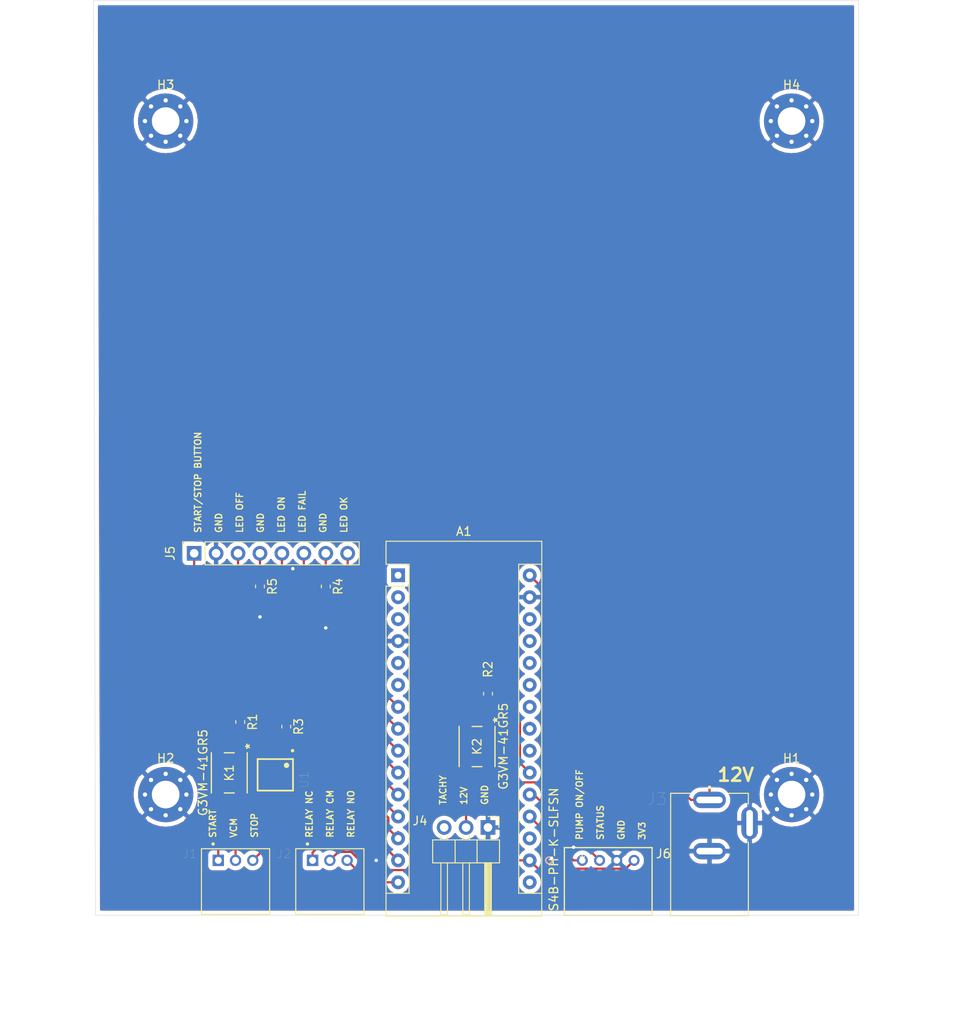
<source format=kicad_pcb>
(kicad_pcb (version 20171130) (host pcbnew "(5.1.5)-3")

  (general
    (thickness 1.6)
    (drawings 17)
    (tracks 73)
    (zones 0)
    (modules 19)
    (nets 40)
  )

  (page A4)
  (layers
    (0 F.Cu signal)
    (31 B.Cu signal)
    (32 B.Adhes user)
    (33 F.Adhes user)
    (34 B.Paste user)
    (35 F.Paste user)
    (36 B.SilkS user)
    (37 F.SilkS user)
    (38 B.Mask user)
    (39 F.Mask user)
    (40 Dwgs.User user)
    (41 Cmts.User user)
    (42 Eco1.User user)
    (43 Eco2.User user)
    (44 Edge.Cuts user)
    (45 Margin user)
    (46 B.CrtYd user)
    (47 F.CrtYd user)
    (48 B.Fab user)
    (49 F.Fab user)
  )

  (setup
    (last_trace_width 0.25)
    (trace_clearance 0.2)
    (zone_clearance 0.508)
    (zone_45_only no)
    (trace_min 0.2)
    (via_size 0.8)
    (via_drill 0.4)
    (via_min_size 0.4)
    (via_min_drill 0.3)
    (uvia_size 0.3)
    (uvia_drill 0.1)
    (uvias_allowed no)
    (uvia_min_size 0.2)
    (uvia_min_drill 0.1)
    (edge_width 0.05)
    (segment_width 0.2)
    (pcb_text_width 0.3)
    (pcb_text_size 1.5 1.5)
    (mod_edge_width 0.12)
    (mod_text_size 1 1)
    (mod_text_width 0.15)
    (pad_size 1.524 1.524)
    (pad_drill 0.762)
    (pad_to_mask_clearance 0.051)
    (solder_mask_min_width 0.25)
    (aux_axis_origin 0 0)
    (visible_elements FFFFFF7F)
    (pcbplotparams
      (layerselection 0x010fc_ffffffff)
      (usegerberextensions false)
      (usegerberattributes false)
      (usegerberadvancedattributes false)
      (creategerberjobfile false)
      (excludeedgelayer true)
      (linewidth 0.100000)
      (plotframeref false)
      (viasonmask false)
      (mode 1)
      (useauxorigin false)
      (hpglpennumber 1)
      (hpglpenspeed 20)
      (hpglpendiameter 15.000000)
      (psnegative false)
      (psa4output false)
      (plotreference true)
      (plotvalue true)
      (plotinvisibletext false)
      (padsonsilk false)
      (subtractmaskfromsilk false)
      (outputformat 1)
      (mirror false)
      (drillshape 1)
      (scaleselection 1)
      (outputdirectory ""))
  )

  (net 0 "")
  (net 1 "Net-(A1-Pad16)")
  (net 2 +12V)
  (net 3 GND)
  (net 4 "Net-(A1-Pad28)")
  (net 5 "Net-(A1-Pad27)")
  (net 6 "Net-(A1-Pad26)")
  (net 7 "Net-(A1-Pad25)")
  (net 8 "Net-(A1-Pad24)")
  (net 9 "Net-(A1-Pad23)")
  (net 10 "Net-(A1-Pad22)")
  (net 11 FAN)
  (net 12 PUMP_START)
  (net 13 "Net-(A1-Pad3)")
  (net 14 "Net-(A1-Pad18)")
  (net 15 "Net-(A1-Pad2)")
  (net 16 "Net-(A1-Pad1)")
  (net 17 "Net-(K1-Pad1)")
  (net 18 "Net-(K2-Pad1)")
  (net 19 RELAY_NO)
  (net 20 RELAY_NC)
  (net 21 FAN_DIO)
  (net 22 PUMP_STOP_DIO)
  (net 23 PUMP_START_DIO)
  (net 24 RELAY_CM)
  (net 25 PUMP_STOP)
  (net 26 V_TURBO)
  (net 27 "Net-(R3-Pad2)")
  (net 28 "Net-(A1-Pad5)")
  (net 29 "Net-(A1-Pad6)")
  (net 30 TACHY)
  (net 31 LED_OFF)
  (net 32 LED_ON)
  (net 33 LED_STATUS_OK)
  (net 34 "Net-(J5-Pad7)")
  (net 35 LED_STATUS_FAIL)
  (net 36 "Net-(J5-Pad4)")
  (net 37 START_STOP_BUTTON)
  (net 38 STATUS)
  (net 39 PUMP)

  (net_class Default "This is the default net class."
    (clearance 0.2)
    (trace_width 0.25)
    (via_dia 0.8)
    (via_drill 0.4)
    (uvia_dia 0.3)
    (uvia_drill 0.1)
    (add_net +12V)
    (add_net FAN)
    (add_net FAN_DIO)
    (add_net GND)
    (add_net LED_OFF)
    (add_net LED_ON)
    (add_net LED_STATUS_FAIL)
    (add_net LED_STATUS_OK)
    (add_net "Net-(A1-Pad1)")
    (add_net "Net-(A1-Pad16)")
    (add_net "Net-(A1-Pad18)")
    (add_net "Net-(A1-Pad2)")
    (add_net "Net-(A1-Pad22)")
    (add_net "Net-(A1-Pad23)")
    (add_net "Net-(A1-Pad24)")
    (add_net "Net-(A1-Pad25)")
    (add_net "Net-(A1-Pad26)")
    (add_net "Net-(A1-Pad27)")
    (add_net "Net-(A1-Pad28)")
    (add_net "Net-(A1-Pad3)")
    (add_net "Net-(A1-Pad5)")
    (add_net "Net-(A1-Pad6)")
    (add_net "Net-(J5-Pad4)")
    (add_net "Net-(J5-Pad7)")
    (add_net "Net-(K1-Pad1)")
    (add_net "Net-(K2-Pad1)")
    (add_net "Net-(R3-Pad2)")
    (add_net PUMP)
    (add_net PUMP_START)
    (add_net PUMP_START_DIO)
    (add_net PUMP_STOP)
    (add_net PUMP_STOP_DIO)
    (add_net RELAY_CM)
    (add_net RELAY_NC)
    (add_net RELAY_NO)
    (add_net START_STOP_BUTTON)
    (add_net STATUS)
    (add_net TACHY)
    (add_net V_TURBO)
  )

  (module MountingHole:MountingHole_3.2mm_M3_Pad_Via (layer F.Cu) (tedit 56DDBCCA) (tstamp 5F494138)
    (at 79.756 156.21)
    (descr "Mounting Hole 3.2mm, M3")
    (tags "mounting hole 3.2mm m3")
    (path /5F549E10)
    (attr virtual)
    (fp_text reference H2 (at 0 -4.2) (layer F.SilkS)
      (effects (font (size 1 1) (thickness 0.15)))
    )
    (fp_text value MountingHole_Pad (at 0 4.2) (layer F.Fab)
      (effects (font (size 1 1) (thickness 0.15)))
    )
    (fp_circle (center 0 0) (end 3.45 0) (layer F.CrtYd) (width 0.05))
    (fp_circle (center 0 0) (end 3.2 0) (layer Cmts.User) (width 0.15))
    (fp_text user %R (at 0.3 0) (layer F.Fab)
      (effects (font (size 1 1) (thickness 0.15)))
    )
    (pad 1 thru_hole circle (at 1.697056 -1.697056) (size 0.8 0.8) (drill 0.5) (layers *.Cu *.Mask)
      (net 3 GND))
    (pad 1 thru_hole circle (at 0 -2.4) (size 0.8 0.8) (drill 0.5) (layers *.Cu *.Mask)
      (net 3 GND))
    (pad 1 thru_hole circle (at -1.697056 -1.697056) (size 0.8 0.8) (drill 0.5) (layers *.Cu *.Mask)
      (net 3 GND))
    (pad 1 thru_hole circle (at -2.4 0) (size 0.8 0.8) (drill 0.5) (layers *.Cu *.Mask)
      (net 3 GND))
    (pad 1 thru_hole circle (at -1.697056 1.697056) (size 0.8 0.8) (drill 0.5) (layers *.Cu *.Mask)
      (net 3 GND))
    (pad 1 thru_hole circle (at 0 2.4) (size 0.8 0.8) (drill 0.5) (layers *.Cu *.Mask)
      (net 3 GND))
    (pad 1 thru_hole circle (at 1.697056 1.697056) (size 0.8 0.8) (drill 0.5) (layers *.Cu *.Mask)
      (net 3 GND))
    (pad 1 thru_hole circle (at 2.4 0) (size 0.8 0.8) (drill 0.5) (layers *.Cu *.Mask)
      (net 3 GND))
    (pad 1 thru_hole circle (at 0 0) (size 6.4 6.4) (drill 3.2) (layers *.Cu *.Mask)
      (net 3 GND))
  )

  (module MountingHole:MountingHole_3.2mm_M3_Pad_Via (layer F.Cu) (tedit 56DDBCCA) (tstamp 5F494158)
    (at 152.256 78.21)
    (descr "Mounting Hole 3.2mm, M3")
    (tags "mounting hole 3.2mm m3")
    (path /5F54B178)
    (attr virtual)
    (fp_text reference H4 (at 0 -4.2) (layer F.SilkS)
      (effects (font (size 1 1) (thickness 0.15)))
    )
    (fp_text value MountingHole_Pad (at 0 4.2) (layer F.Fab)
      (effects (font (size 1 1) (thickness 0.15)))
    )
    (fp_circle (center 0 0) (end 3.45 0) (layer F.CrtYd) (width 0.05))
    (fp_circle (center 0 0) (end 3.2 0) (layer Cmts.User) (width 0.15))
    (fp_text user %R (at 0.3 0) (layer F.Fab)
      (effects (font (size 1 1) (thickness 0.15)))
    )
    (pad 1 thru_hole circle (at 1.697056 -1.697056) (size 0.8 0.8) (drill 0.5) (layers *.Cu *.Mask)
      (net 3 GND))
    (pad 1 thru_hole circle (at 0 -2.4) (size 0.8 0.8) (drill 0.5) (layers *.Cu *.Mask)
      (net 3 GND))
    (pad 1 thru_hole circle (at -1.697056 -1.697056) (size 0.8 0.8) (drill 0.5) (layers *.Cu *.Mask)
      (net 3 GND))
    (pad 1 thru_hole circle (at -2.4 0) (size 0.8 0.8) (drill 0.5) (layers *.Cu *.Mask)
      (net 3 GND))
    (pad 1 thru_hole circle (at -1.697056 1.697056) (size 0.8 0.8) (drill 0.5) (layers *.Cu *.Mask)
      (net 3 GND))
    (pad 1 thru_hole circle (at 0 2.4) (size 0.8 0.8) (drill 0.5) (layers *.Cu *.Mask)
      (net 3 GND))
    (pad 1 thru_hole circle (at 1.697056 1.697056) (size 0.8 0.8) (drill 0.5) (layers *.Cu *.Mask)
      (net 3 GND))
    (pad 1 thru_hole circle (at 2.4 0) (size 0.8 0.8) (drill 0.5) (layers *.Cu *.Mask)
      (net 3 GND))
    (pad 1 thru_hole circle (at 0 0) (size 6.4 6.4) (drill 3.2) (layers *.Cu *.Mask)
      (net 3 GND))
  )

  (module MountingHole:MountingHole_3.2mm_M3_Pad_Via (layer F.Cu) (tedit 56DDBCCA) (tstamp 5F494148)
    (at 79.756 78.21)
    (descr "Mounting Hole 3.2mm, M3")
    (tags "mounting hole 3.2mm m3")
    (path /5F54A965)
    (attr virtual)
    (fp_text reference H3 (at 0 -4.2) (layer F.SilkS)
      (effects (font (size 1 1) (thickness 0.15)))
    )
    (fp_text value MountingHole_Pad (at 0 4.2) (layer F.Fab)
      (effects (font (size 1 1) (thickness 0.15)))
    )
    (fp_circle (center 0 0) (end 3.45 0) (layer F.CrtYd) (width 0.05))
    (fp_circle (center 0 0) (end 3.2 0) (layer Cmts.User) (width 0.15))
    (fp_text user %R (at 0.3 0) (layer F.Fab)
      (effects (font (size 1 1) (thickness 0.15)))
    )
    (pad 1 thru_hole circle (at 1.697056 -1.697056) (size 0.8 0.8) (drill 0.5) (layers *.Cu *.Mask)
      (net 3 GND))
    (pad 1 thru_hole circle (at 0 -2.4) (size 0.8 0.8) (drill 0.5) (layers *.Cu *.Mask)
      (net 3 GND))
    (pad 1 thru_hole circle (at -1.697056 -1.697056) (size 0.8 0.8) (drill 0.5) (layers *.Cu *.Mask)
      (net 3 GND))
    (pad 1 thru_hole circle (at -2.4 0) (size 0.8 0.8) (drill 0.5) (layers *.Cu *.Mask)
      (net 3 GND))
    (pad 1 thru_hole circle (at -1.697056 1.697056) (size 0.8 0.8) (drill 0.5) (layers *.Cu *.Mask)
      (net 3 GND))
    (pad 1 thru_hole circle (at 0 2.4) (size 0.8 0.8) (drill 0.5) (layers *.Cu *.Mask)
      (net 3 GND))
    (pad 1 thru_hole circle (at 1.697056 1.697056) (size 0.8 0.8) (drill 0.5) (layers *.Cu *.Mask)
      (net 3 GND))
    (pad 1 thru_hole circle (at 2.4 0) (size 0.8 0.8) (drill 0.5) (layers *.Cu *.Mask)
      (net 3 GND))
    (pad 1 thru_hole circle (at 0 0) (size 6.4 6.4) (drill 3.2) (layers *.Cu *.Mask)
      (net 3 GND))
  )

  (module MountingHole:MountingHole_3.2mm_M3_Pad_Via (layer F.Cu) (tedit 56DDBCCA) (tstamp 5F494128)
    (at 152.256 156.21)
    (descr "Mounting Hole 3.2mm, M3")
    (tags "mounting hole 3.2mm m3")
    (path /5F547D2C)
    (attr virtual)
    (fp_text reference H1 (at 0 -4.2) (layer F.SilkS)
      (effects (font (size 1 1) (thickness 0.15)))
    )
    (fp_text value MountingHole_Pad (at 0 4.2) (layer F.Fab)
      (effects (font (size 1 1) (thickness 0.15)))
    )
    (fp_circle (center 0 0) (end 3.45 0) (layer F.CrtYd) (width 0.05))
    (fp_circle (center 0 0) (end 3.2 0) (layer Cmts.User) (width 0.15))
    (fp_text user %R (at 0.3 0) (layer F.Fab)
      (effects (font (size 1 1) (thickness 0.15)))
    )
    (pad 1 thru_hole circle (at 1.697056 -1.697056) (size 0.8 0.8) (drill 0.5) (layers *.Cu *.Mask)
      (net 3 GND))
    (pad 1 thru_hole circle (at 0 -2.4) (size 0.8 0.8) (drill 0.5) (layers *.Cu *.Mask)
      (net 3 GND))
    (pad 1 thru_hole circle (at -1.697056 -1.697056) (size 0.8 0.8) (drill 0.5) (layers *.Cu *.Mask)
      (net 3 GND))
    (pad 1 thru_hole circle (at -2.4 0) (size 0.8 0.8) (drill 0.5) (layers *.Cu *.Mask)
      (net 3 GND))
    (pad 1 thru_hole circle (at -1.697056 1.697056) (size 0.8 0.8) (drill 0.5) (layers *.Cu *.Mask)
      (net 3 GND))
    (pad 1 thru_hole circle (at 0 2.4) (size 0.8 0.8) (drill 0.5) (layers *.Cu *.Mask)
      (net 3 GND))
    (pad 1 thru_hole circle (at 1.697056 1.697056) (size 0.8 0.8) (drill 0.5) (layers *.Cu *.Mask)
      (net 3 GND))
    (pad 1 thru_hole circle (at 2.4 0) (size 0.8 0.8) (drill 0.5) (layers *.Cu *.Mask)
      (net 3 GND))
    (pad 1 thru_hole circle (at 0 0) (size 6.4 6.4) (drill 3.2) (layers *.Cu *.Mask)
      (net 3 GND))
  )

  (module footprints:S4B-PH-K-SLFSN (layer F.Cu) (tedit 0) (tstamp 5F49516E)
    (at 128.016 163.83)
    (path /5F533590)
    (fp_text reference J6 (at 9.398 -0.762) (layer F.SilkS)
      (effects (font (size 1 1) (thickness 0.15)))
    )
    (fp_text value S4B-PH-K-SLFSN (at -3.302 -1.27 90) (layer F.SilkS)
      (effects (font (size 1 1) (thickness 0.15)))
    )
    (fp_circle (center -3.858001 0) (end -3.477001 0) (layer B.SilkS) (width 0.1524))
    (fp_circle (center -3.858001 0) (end -3.477001 0) (layer F.SilkS) (width 0.1524))
    (fp_circle (center 0 -1.905) (end 0.381 -1.905) (layer F.Fab) (width 0.1524))
    (fp_line (start 8.206999 -1.604) (end -2.207001 -1.604) (layer F.CrtYd) (width 0.1524))
    (fp_line (start 8.206999 6.4986) (end 8.206999 -1.604) (layer F.CrtYd) (width 0.1524))
    (fp_line (start -2.207001 6.4986) (end 8.206999 6.4986) (layer F.CrtYd) (width 0.1524))
    (fp_line (start -2.207001 -1.604) (end -2.207001 6.4986) (layer F.CrtYd) (width 0.1524))
    (fp_line (start -1.953001 -1.35) (end -1.953001 6.2446) (layer F.Fab) (width 0.1524))
    (fp_line (start 7.952999 -1.35) (end -1.953001 -1.35) (layer F.Fab) (width 0.1524))
    (fp_line (start 7.952999 6.2446) (end 7.952999 -1.35) (layer F.Fab) (width 0.1524))
    (fp_line (start -1.953001 6.2446) (end 7.952999 6.2446) (layer F.Fab) (width 0.1524))
    (fp_line (start -2.080001 -1.477) (end -2.080001 6.3716) (layer F.SilkS) (width 0.1524))
    (fp_line (start 8.079999 -1.477) (end -2.080001 -1.477) (layer F.SilkS) (width 0.1524))
    (fp_line (start 8.079999 6.3716) (end 8.079999 -1.477) (layer F.SilkS) (width 0.1524))
    (fp_line (start -2.080001 6.3716) (end 8.079999 6.3716) (layer F.SilkS) (width 0.1524))
    (fp_text user * (at 0 0) (layer F.Fab)
      (effects (font (size 1 1) (thickness 0.15)))
    )
    (fp_text user * (at 0 0) (layer F.SilkS)
      (effects (font (size 1 1) (thickness 0.15)))
    )
    (fp_text user "Copyright 2016 Accelerated Designs. All rights reserved." (at 0 0) (layer Cmts.User)
      (effects (font (size 0.127 0.127) (thickness 0.002)))
    )
    (pad 4 thru_hole circle (at 5.999998 0) (size 1.27 1.27) (drill 0.762) (layers *.Cu *.Mask)
      (net 24 RELAY_CM))
    (pad 3 thru_hole circle (at 4 0) (size 1.27 1.27) (drill 0.762) (layers *.Cu *.Mask)
      (net 3 GND))
    (pad 2 thru_hole circle (at 1.999999 0) (size 1.27 1.27) (drill 0.762) (layers *.Cu *.Mask)
      (net 38 STATUS))
    (pad 1 thru_hole circle (at 0 0) (size 1.27 1.27) (drill 0.762) (layers *.Cu *.Mask)
      (net 39 PUMP))
  )

  (module Resistor_SMD:R_0603_1608Metric (layer F.Cu) (tedit 5B301BBD) (tstamp 5F4905AF)
    (at 90.678 132.1055 270)
    (descr "Resistor SMD 0603 (1608 Metric), square (rectangular) end terminal, IPC_7351 nominal, (Body size source: http://www.tortai-tech.com/upload/download/2011102023233369053.pdf), generated with kicad-footprint-generator")
    (tags resistor)
    (path /5F514A9A)
    (attr smd)
    (fp_text reference R5 (at 0 -1.43 90) (layer F.SilkS)
      (effects (font (size 1 1) (thickness 0.15)))
    )
    (fp_text value R (at 0 1.43 90) (layer F.Fab)
      (effects (font (size 1 1) (thickness 0.15)))
    )
    (fp_text user %R (at 0 0 90) (layer F.Fab)
      (effects (font (size 0.4 0.4) (thickness 0.06)))
    )
    (fp_line (start 1.48 0.73) (end -1.48 0.73) (layer F.CrtYd) (width 0.05))
    (fp_line (start 1.48 -0.73) (end 1.48 0.73) (layer F.CrtYd) (width 0.05))
    (fp_line (start -1.48 -0.73) (end 1.48 -0.73) (layer F.CrtYd) (width 0.05))
    (fp_line (start -1.48 0.73) (end -1.48 -0.73) (layer F.CrtYd) (width 0.05))
    (fp_line (start -0.162779 0.51) (end 0.162779 0.51) (layer F.SilkS) (width 0.12))
    (fp_line (start -0.162779 -0.51) (end 0.162779 -0.51) (layer F.SilkS) (width 0.12))
    (fp_line (start 0.8 0.4) (end -0.8 0.4) (layer F.Fab) (width 0.1))
    (fp_line (start 0.8 -0.4) (end 0.8 0.4) (layer F.Fab) (width 0.1))
    (fp_line (start -0.8 -0.4) (end 0.8 -0.4) (layer F.Fab) (width 0.1))
    (fp_line (start -0.8 0.4) (end -0.8 -0.4) (layer F.Fab) (width 0.1))
    (pad 2 smd roundrect (at 0.7875 0 270) (size 0.875 0.95) (layers F.Cu F.Paste F.Mask) (roundrect_rratio 0.25)
      (net 3 GND))
    (pad 1 smd roundrect (at -0.7875 0 270) (size 0.875 0.95) (layers F.Cu F.Paste F.Mask) (roundrect_rratio 0.25)
      (net 36 "Net-(J5-Pad4)"))
    (model ${KISYS3DMOD}/Resistor_SMD.3dshapes/R_0603_1608Metric.wrl
      (at (xyz 0 0 0))
      (scale (xyz 1 1 1))
      (rotate (xyz 0 0 0))
    )
  )

  (module Resistor_SMD:R_0603_1608Metric (layer F.Cu) (tedit 5B301BBD) (tstamp 5F48FD0B)
    (at 98.298 132.1055 270)
    (descr "Resistor SMD 0603 (1608 Metric), square (rectangular) end terminal, IPC_7351 nominal, (Body size source: http://www.tortai-tech.com/upload/download/2011102023233369053.pdf), generated with kicad-footprint-generator")
    (tags resistor)
    (path /5F51C12C)
    (attr smd)
    (fp_text reference R4 (at 0 -1.43 90) (layer F.SilkS)
      (effects (font (size 1 1) (thickness 0.15)))
    )
    (fp_text value R (at 0 1.43 90) (layer F.Fab)
      (effects (font (size 1 1) (thickness 0.15)))
    )
    (fp_text user %R (at 0 0 90) (layer F.Fab)
      (effects (font (size 0.4 0.4) (thickness 0.06)))
    )
    (fp_line (start 1.48 0.73) (end -1.48 0.73) (layer F.CrtYd) (width 0.05))
    (fp_line (start 1.48 -0.73) (end 1.48 0.73) (layer F.CrtYd) (width 0.05))
    (fp_line (start -1.48 -0.73) (end 1.48 -0.73) (layer F.CrtYd) (width 0.05))
    (fp_line (start -1.48 0.73) (end -1.48 -0.73) (layer F.CrtYd) (width 0.05))
    (fp_line (start -0.162779 0.51) (end 0.162779 0.51) (layer F.SilkS) (width 0.12))
    (fp_line (start -0.162779 -0.51) (end 0.162779 -0.51) (layer F.SilkS) (width 0.12))
    (fp_line (start 0.8 0.4) (end -0.8 0.4) (layer F.Fab) (width 0.1))
    (fp_line (start 0.8 -0.4) (end 0.8 0.4) (layer F.Fab) (width 0.1))
    (fp_line (start -0.8 -0.4) (end 0.8 -0.4) (layer F.Fab) (width 0.1))
    (fp_line (start -0.8 0.4) (end -0.8 -0.4) (layer F.Fab) (width 0.1))
    (pad 2 smd roundrect (at 0.7875 0 270) (size 0.875 0.95) (layers F.Cu F.Paste F.Mask) (roundrect_rratio 0.25)
      (net 3 GND))
    (pad 1 smd roundrect (at -0.7875 0 270) (size 0.875 0.95) (layers F.Cu F.Paste F.Mask) (roundrect_rratio 0.25)
      (net 34 "Net-(J5-Pad7)"))
    (model ${KISYS3DMOD}/Resistor_SMD.3dshapes/R_0603_1608Metric.wrl
      (at (xyz 0 0 0))
      (scale (xyz 1 1 1))
      (rotate (xyz 0 0 0))
    )
  )

  (module Connector_PinSocket_2.54mm:PinSocket_1x08_P2.54mm_Vertical (layer F.Cu) (tedit 5A19A420) (tstamp 5F48FBC6)
    (at 83.058 128.27 90)
    (descr "Through hole straight socket strip, 1x08, 2.54mm pitch, single row (from Kicad 4.0.7), script generated")
    (tags "Through hole socket strip THT 1x08 2.54mm single row")
    (path /5F5172F2)
    (fp_text reference J5 (at 0 -2.77 90) (layer F.SilkS)
      (effects (font (size 1 1) (thickness 0.15)))
    )
    (fp_text value Conn_01x08 (at 0 20.55 90) (layer F.Fab)
      (effects (font (size 1 1) (thickness 0.15)))
    )
    (fp_text user %R (at 0 8.89) (layer F.Fab)
      (effects (font (size 1 1) (thickness 0.15)))
    )
    (fp_line (start -1.8 19.55) (end -1.8 -1.8) (layer F.CrtYd) (width 0.05))
    (fp_line (start 1.75 19.55) (end -1.8 19.55) (layer F.CrtYd) (width 0.05))
    (fp_line (start 1.75 -1.8) (end 1.75 19.55) (layer F.CrtYd) (width 0.05))
    (fp_line (start -1.8 -1.8) (end 1.75 -1.8) (layer F.CrtYd) (width 0.05))
    (fp_line (start 0 -1.33) (end 1.33 -1.33) (layer F.SilkS) (width 0.12))
    (fp_line (start 1.33 -1.33) (end 1.33 0) (layer F.SilkS) (width 0.12))
    (fp_line (start 1.33 1.27) (end 1.33 19.11) (layer F.SilkS) (width 0.12))
    (fp_line (start -1.33 19.11) (end 1.33 19.11) (layer F.SilkS) (width 0.12))
    (fp_line (start -1.33 1.27) (end -1.33 19.11) (layer F.SilkS) (width 0.12))
    (fp_line (start -1.33 1.27) (end 1.33 1.27) (layer F.SilkS) (width 0.12))
    (fp_line (start -1.27 19.05) (end -1.27 -1.27) (layer F.Fab) (width 0.1))
    (fp_line (start 1.27 19.05) (end -1.27 19.05) (layer F.Fab) (width 0.1))
    (fp_line (start 1.27 -0.635) (end 1.27 19.05) (layer F.Fab) (width 0.1))
    (fp_line (start 0.635 -1.27) (end 1.27 -0.635) (layer F.Fab) (width 0.1))
    (fp_line (start -1.27 -1.27) (end 0.635 -1.27) (layer F.Fab) (width 0.1))
    (pad 8 thru_hole oval (at 0 17.78 90) (size 1.7 1.7) (drill 1) (layers *.Cu *.Mask)
      (net 33 LED_STATUS_OK))
    (pad 7 thru_hole oval (at 0 15.24 90) (size 1.7 1.7) (drill 1) (layers *.Cu *.Mask)
      (net 34 "Net-(J5-Pad7)"))
    (pad 6 thru_hole oval (at 0 12.7 90) (size 1.7 1.7) (drill 1) (layers *.Cu *.Mask)
      (net 35 LED_STATUS_FAIL))
    (pad 5 thru_hole oval (at 0 10.16 90) (size 1.7 1.7) (drill 1) (layers *.Cu *.Mask)
      (net 32 LED_ON))
    (pad 4 thru_hole oval (at 0 7.62 90) (size 1.7 1.7) (drill 1) (layers *.Cu *.Mask)
      (net 36 "Net-(J5-Pad4)"))
    (pad 3 thru_hole oval (at 0 5.08 90) (size 1.7 1.7) (drill 1) (layers *.Cu *.Mask)
      (net 31 LED_OFF))
    (pad 2 thru_hole oval (at 0 2.54 90) (size 1.7 1.7) (drill 1) (layers *.Cu *.Mask)
      (net 3 GND))
    (pad 1 thru_hole rect (at 0 0 90) (size 1.7 1.7) (drill 1) (layers *.Cu *.Mask)
      (net 37 START_STOP_BUTTON))
    (model ${KISYS3DMOD}/Connector_PinSocket_2.54mm.3dshapes/PinSocket_1x08_P2.54mm_Vertical.wrl
      (at (xyz 0 0 0))
      (scale (xyz 1 1 1))
      (rotate (xyz 0 0 0))
    )
  )

  (module footprints:MPD_EJ503A (layer F.Cu) (tedit 5EEB7D3E) (tstamp 5F48CC6E)
    (at 142.748 159.512)
    (path /5F4E5EAD)
    (fp_text reference J3 (at -6.096 -2.794) (layer F.SilkS)
      (effects (font (size 1.4 1.4) (thickness 0.015)))
    )
    (fp_text value EJ503A (at 4.39 12.011) (layer F.Fab)
      (effects (font (size 1.4 1.4) (thickness 0.015)))
    )
    (fp_circle (center 0 -4.15) (end 0.1 -4.15) (layer F.Fab) (width 0.2))
    (fp_circle (center 0 -4.15) (end 0.1 -4.15) (layer F.SilkS) (width 0.2))
    (fp_line (start 4.75 2.15) (end 4.75 10.99) (layer F.CrtYd) (width 0.05))
    (fp_line (start 5.85 2.15) (end 4.75 2.15) (layer F.CrtYd) (width 0.05))
    (fp_line (start 5.85 -2.15) (end 5.85 2.15) (layer F.CrtYd) (width 0.05))
    (fp_line (start 4.75 -2.15) (end 5.85 -2.15) (layer F.CrtYd) (width 0.05))
    (fp_line (start 4.75 -3.9) (end 4.75 -2.15) (layer F.CrtYd) (width 0.05))
    (fp_line (start 4.75 -3.9) (end -4.75 -3.9) (layer F.CrtYd) (width 0.05))
    (fp_line (start -4.75 10.99) (end 4.75 10.99) (layer F.CrtYd) (width 0.05))
    (fp_line (start -4.75 -3.9) (end -4.75 10.99) (layer F.CrtYd) (width 0.05))
    (fp_line (start 4.5 -3.45) (end 4.5 -2.22) (layer F.SilkS) (width 0.127))
    (fp_line (start 2.22 -3.45) (end 4.5 -3.45) (layer F.SilkS) (width 0.127))
    (fp_line (start 4.5 10.74) (end 4.5 2.22) (layer F.SilkS) (width 0.127))
    (fp_line (start -4.5 10.74) (end 4.5 10.74) (layer F.SilkS) (width 0.127))
    (fp_line (start -4.5 -3.45) (end -4.5 10.74) (layer F.SilkS) (width 0.127))
    (fp_line (start -2.22 -3.45) (end -4.5 -3.45) (layer F.SilkS) (width 0.127))
    (fp_line (start -4.5 -2.96) (end 4.5 -2.96) (layer F.Fab) (width 0.127))
    (fp_line (start -4.5 7.74) (end 4.5 7.74) (layer F.Fab) (width 0.127))
    (fp_line (start 4.5 -3.45) (end -4.5 -3.45) (layer F.Fab) (width 0.127))
    (fp_line (start 4.5 -2.96) (end 4.5 -3.45) (layer F.Fab) (width 0.127))
    (fp_line (start 4.5 7.74) (end 4.5 -2.96) (layer F.Fab) (width 0.127))
    (fp_line (start 4.5 10.74) (end 4.5 7.74) (layer F.Fab) (width 0.127))
    (fp_line (start -4.5 10.74) (end 4.5 10.74) (layer F.Fab) (width 0.127))
    (fp_line (start -4.5 7.74) (end -4.5 10.74) (layer F.Fab) (width 0.127))
    (fp_line (start -4.5 -2.96) (end -4.5 7.74) (layer F.Fab) (width 0.127))
    (fp_line (start -4.5 -3.45) (end -4.5 -2.96) (layer F.Fab) (width 0.127))
    (pad 1 thru_hole oval (at 0 -2.68) (size 3.8 1.9) (drill oval 3.05 0.76) (layers *.Cu *.Mask)
      (net 2 +12V))
    (pad 2 thru_hole oval (at 0 3.25) (size 3.8 1.9) (drill oval 3.05 0.76) (layers *.Cu *.Mask)
      (net 3 GND))
    (pad 3 thru_hole oval (at 4.65 0) (size 1.9 3.8) (drill oval 0.76 3.05) (layers *.Cu *.Mask)
      (net 3 GND))
  )

  (module Connector_PinHeader_2.54mm:PinHeader_1x03_P2.54mm_Horizontal (layer F.Cu) (tedit 59FED5CB) (tstamp 5F48CCED)
    (at 117.094 160.02 270)
    (descr "Through hole angled pin header, 1x03, 2.54mm pitch, 6mm pin length, single row")
    (tags "Through hole angled pin header THT 1x03 2.54mm single row")
    (path /5F4EBDD9)
    (fp_text reference J4 (at -0.762 7.874 180) (layer F.SilkS)
      (effects (font (size 1 1) (thickness 0.15)))
    )
    (fp_text value Conn_01x03 (at 4.385 7.35 90) (layer F.Fab)
      (effects (font (size 1 1) (thickness 0.15)))
    )
    (fp_text user %R (at 2.77 2.54) (layer F.Fab)
      (effects (font (size 1 1) (thickness 0.15)))
    )
    (fp_line (start 10.55 -1.8) (end -1.8 -1.8) (layer F.CrtYd) (width 0.05))
    (fp_line (start 10.55 6.85) (end 10.55 -1.8) (layer F.CrtYd) (width 0.05))
    (fp_line (start -1.8 6.85) (end 10.55 6.85) (layer F.CrtYd) (width 0.05))
    (fp_line (start -1.8 -1.8) (end -1.8 6.85) (layer F.CrtYd) (width 0.05))
    (fp_line (start -1.27 -1.27) (end 0 -1.27) (layer F.SilkS) (width 0.12))
    (fp_line (start -1.27 0) (end -1.27 -1.27) (layer F.SilkS) (width 0.12))
    (fp_line (start 1.042929 5.46) (end 1.44 5.46) (layer F.SilkS) (width 0.12))
    (fp_line (start 1.042929 4.7) (end 1.44 4.7) (layer F.SilkS) (width 0.12))
    (fp_line (start 10.1 5.46) (end 4.1 5.46) (layer F.SilkS) (width 0.12))
    (fp_line (start 10.1 4.7) (end 10.1 5.46) (layer F.SilkS) (width 0.12))
    (fp_line (start 4.1 4.7) (end 10.1 4.7) (layer F.SilkS) (width 0.12))
    (fp_line (start 1.44 3.81) (end 4.1 3.81) (layer F.SilkS) (width 0.12))
    (fp_line (start 1.042929 2.92) (end 1.44 2.92) (layer F.SilkS) (width 0.12))
    (fp_line (start 1.042929 2.16) (end 1.44 2.16) (layer F.SilkS) (width 0.12))
    (fp_line (start 10.1 2.92) (end 4.1 2.92) (layer F.SilkS) (width 0.12))
    (fp_line (start 10.1 2.16) (end 10.1 2.92) (layer F.SilkS) (width 0.12))
    (fp_line (start 4.1 2.16) (end 10.1 2.16) (layer F.SilkS) (width 0.12))
    (fp_line (start 1.44 1.27) (end 4.1 1.27) (layer F.SilkS) (width 0.12))
    (fp_line (start 1.11 0.38) (end 1.44 0.38) (layer F.SilkS) (width 0.12))
    (fp_line (start 1.11 -0.38) (end 1.44 -0.38) (layer F.SilkS) (width 0.12))
    (fp_line (start 4.1 0.28) (end 10.1 0.28) (layer F.SilkS) (width 0.12))
    (fp_line (start 4.1 0.16) (end 10.1 0.16) (layer F.SilkS) (width 0.12))
    (fp_line (start 4.1 0.04) (end 10.1 0.04) (layer F.SilkS) (width 0.12))
    (fp_line (start 4.1 -0.08) (end 10.1 -0.08) (layer F.SilkS) (width 0.12))
    (fp_line (start 4.1 -0.2) (end 10.1 -0.2) (layer F.SilkS) (width 0.12))
    (fp_line (start 4.1 -0.32) (end 10.1 -0.32) (layer F.SilkS) (width 0.12))
    (fp_line (start 10.1 0.38) (end 4.1 0.38) (layer F.SilkS) (width 0.12))
    (fp_line (start 10.1 -0.38) (end 10.1 0.38) (layer F.SilkS) (width 0.12))
    (fp_line (start 4.1 -0.38) (end 10.1 -0.38) (layer F.SilkS) (width 0.12))
    (fp_line (start 4.1 -1.33) (end 1.44 -1.33) (layer F.SilkS) (width 0.12))
    (fp_line (start 4.1 6.41) (end 4.1 -1.33) (layer F.SilkS) (width 0.12))
    (fp_line (start 1.44 6.41) (end 4.1 6.41) (layer F.SilkS) (width 0.12))
    (fp_line (start 1.44 -1.33) (end 1.44 6.41) (layer F.SilkS) (width 0.12))
    (fp_line (start 4.04 5.4) (end 10.04 5.4) (layer F.Fab) (width 0.1))
    (fp_line (start 10.04 4.76) (end 10.04 5.4) (layer F.Fab) (width 0.1))
    (fp_line (start 4.04 4.76) (end 10.04 4.76) (layer F.Fab) (width 0.1))
    (fp_line (start -0.32 5.4) (end 1.5 5.4) (layer F.Fab) (width 0.1))
    (fp_line (start -0.32 4.76) (end -0.32 5.4) (layer F.Fab) (width 0.1))
    (fp_line (start -0.32 4.76) (end 1.5 4.76) (layer F.Fab) (width 0.1))
    (fp_line (start 4.04 2.86) (end 10.04 2.86) (layer F.Fab) (width 0.1))
    (fp_line (start 10.04 2.22) (end 10.04 2.86) (layer F.Fab) (width 0.1))
    (fp_line (start 4.04 2.22) (end 10.04 2.22) (layer F.Fab) (width 0.1))
    (fp_line (start -0.32 2.86) (end 1.5 2.86) (layer F.Fab) (width 0.1))
    (fp_line (start -0.32 2.22) (end -0.32 2.86) (layer F.Fab) (width 0.1))
    (fp_line (start -0.32 2.22) (end 1.5 2.22) (layer F.Fab) (width 0.1))
    (fp_line (start 4.04 0.32) (end 10.04 0.32) (layer F.Fab) (width 0.1))
    (fp_line (start 10.04 -0.32) (end 10.04 0.32) (layer F.Fab) (width 0.1))
    (fp_line (start 4.04 -0.32) (end 10.04 -0.32) (layer F.Fab) (width 0.1))
    (fp_line (start -0.32 0.32) (end 1.5 0.32) (layer F.Fab) (width 0.1))
    (fp_line (start -0.32 -0.32) (end -0.32 0.32) (layer F.Fab) (width 0.1))
    (fp_line (start -0.32 -0.32) (end 1.5 -0.32) (layer F.Fab) (width 0.1))
    (fp_line (start 1.5 -0.635) (end 2.135 -1.27) (layer F.Fab) (width 0.1))
    (fp_line (start 1.5 6.35) (end 1.5 -0.635) (layer F.Fab) (width 0.1))
    (fp_line (start 4.04 6.35) (end 1.5 6.35) (layer F.Fab) (width 0.1))
    (fp_line (start 4.04 -1.27) (end 4.04 6.35) (layer F.Fab) (width 0.1))
    (fp_line (start 2.135 -1.27) (end 4.04 -1.27) (layer F.Fab) (width 0.1))
    (pad 3 thru_hole oval (at 0 5.08 270) (size 1.7 1.7) (drill 1) (layers *.Cu *.Mask)
      (net 30 TACHY))
    (pad 2 thru_hole oval (at 0 2.54 270) (size 1.7 1.7) (drill 1) (layers *.Cu *.Mask)
      (net 11 FAN))
    (pad 1 thru_hole rect (at 0 0 270) (size 1.7 1.7) (drill 1) (layers *.Cu *.Mask)
      (net 3 GND))
    (model ${KISYS3DMOD}/Connector_PinHeader_2.54mm.3dshapes/PinHeader_1x03_P2.54mm_Horizontal.wrl
      (at (xyz 0 0 0))
      (scale (xyz 1 1 1))
      (rotate (xyz 0 0 0))
    )
  )

  (module footprints:SOIC254P610X218-4N (layer F.Cu) (tedit 5F4843AD) (tstamp 5F4915A1)
    (at 92.456 153.924 270)
    (path /5F4DB69D)
    (fp_text reference U1 (at 0.575 -3.33506 90) (layer F.SilkS)
      (effects (font (size 1.000016 1.000016) (thickness 0.015)))
    )
    (fp_text value CPC1117NTR (at 8.23894 2.96823 90) (layer F.Fab)
      (effects (font (size 1.001087 1.001087) (thickness 0.015)))
    )
    (fp_circle (center -2.8 -2) (end -2.7 -2) (layer F.SilkS) (width 0.2))
    (fp_circle (center -1.1 -1.3) (end -0.94 -1.3) (layer F.SilkS) (width 0.3))
    (fp_line (start -3.7 2.4) (end -3.7 -2.4) (layer F.CrtYd) (width 0.05))
    (fp_line (start 3.7 2.4) (end -3.7 2.4) (layer F.CrtYd) (width 0.05))
    (fp_line (start 3.7 -2.4) (end 3.7 2.4) (layer F.CrtYd) (width 0.05))
    (fp_line (start -3.7 -2.4) (end 3.7 -2.4) (layer F.CrtYd) (width 0.05))
    (fp_line (start -1.825 2.05) (end -1.825 -2.05) (layer F.SilkS) (width 0.2))
    (fp_line (start 1.825 2.05) (end -1.825 2.05) (layer F.SilkS) (width 0.2))
    (fp_line (start 1.825 -2.05) (end 1.825 2.05) (layer F.SilkS) (width 0.2))
    (fp_line (start -1.825 -2.05) (end 1.825 -2.05) (layer F.SilkS) (width 0.2))
    (pad 4 smd rect (at 2.8 -1.27 270) (size 1.3 0.6) (layers F.Cu F.Paste F.Mask)
      (net 25 PUMP_STOP))
    (pad 3 smd rect (at 2.8 1.27 270) (size 1.3 0.6) (layers F.Cu F.Paste F.Mask)
      (net 26 V_TURBO))
    (pad 2 smd rect (at -2.8 1.27 270) (size 1.3 0.6) (layers F.Cu F.Paste F.Mask)
      (net 3 GND))
    (pad 1 smd rect (at -2.8 -1.27 270) (size 1.3 0.6) (layers F.Cu F.Paste F.Mask)
      (net 27 "Net-(R3-Pad2)"))
  )

  (module Resistor_SMD:R_0603_1608Metric (layer F.Cu) (tedit 5B301BBD) (tstamp 5F48860F)
    (at 93.726 148.336 270)
    (descr "Resistor SMD 0603 (1608 Metric), square (rectangular) end terminal, IPC_7351 nominal, (Body size source: http://www.tortai-tech.com/upload/download/2011102023233369053.pdf), generated with kicad-footprint-generator")
    (tags resistor)
    (path /5F4D0647)
    (attr smd)
    (fp_text reference R3 (at 0 -1.43 90) (layer F.SilkS)
      (effects (font (size 1 1) (thickness 0.15)))
    )
    (fp_text value R (at 0 1.43 90) (layer F.Fab)
      (effects (font (size 1 1) (thickness 0.15)))
    )
    (fp_text user %R (at 0 0 90) (layer F.Fab)
      (effects (font (size 0.4 0.4) (thickness 0.06)))
    )
    (fp_line (start 1.48 0.73) (end -1.48 0.73) (layer F.CrtYd) (width 0.05))
    (fp_line (start 1.48 -0.73) (end 1.48 0.73) (layer F.CrtYd) (width 0.05))
    (fp_line (start -1.48 -0.73) (end 1.48 -0.73) (layer F.CrtYd) (width 0.05))
    (fp_line (start -1.48 0.73) (end -1.48 -0.73) (layer F.CrtYd) (width 0.05))
    (fp_line (start -0.162779 0.51) (end 0.162779 0.51) (layer F.SilkS) (width 0.12))
    (fp_line (start -0.162779 -0.51) (end 0.162779 -0.51) (layer F.SilkS) (width 0.12))
    (fp_line (start 0.8 0.4) (end -0.8 0.4) (layer F.Fab) (width 0.1))
    (fp_line (start 0.8 -0.4) (end 0.8 0.4) (layer F.Fab) (width 0.1))
    (fp_line (start -0.8 -0.4) (end 0.8 -0.4) (layer F.Fab) (width 0.1))
    (fp_line (start -0.8 0.4) (end -0.8 -0.4) (layer F.Fab) (width 0.1))
    (pad 2 smd roundrect (at 0.7875 0 270) (size 0.875 0.95) (layers F.Cu F.Paste F.Mask) (roundrect_rratio 0.25)
      (net 27 "Net-(R3-Pad2)"))
    (pad 1 smd roundrect (at -0.7875 0 270) (size 0.875 0.95) (layers F.Cu F.Paste F.Mask) (roundrect_rratio 0.25)
      (net 22 PUMP_STOP_DIO))
    (model ${KISYS3DMOD}/Resistor_SMD.3dshapes/R_0603_1608Metric.wrl
      (at (xyz 0 0 0))
      (scale (xyz 1 1 1))
      (rotate (xyz 0 0 0))
    )
  )

  (module footprints:G3VM-41GR5 (layer F.Cu) (tedit 0) (tstamp 5F48CBDB)
    (at 117.094 147.574 270)
    (path /5F4CDEFB)
    (fp_text reference K2 (at 3.075 1.27 90) (layer F.SilkS)
      (effects (font (size 1 1) (thickness 0.15)))
    )
    (fp_text value G3VM-41GR5 (at 3.048 -1.778 90) (layer F.SilkS)
      (effects (font (size 1 1) (thickness 0.15)))
    )
    (fp_arc (start 3.075 -0.68) (end 3.3798 -0.68) (angle 180) (layer F.Fab) (width 0.1524))
    (fp_line (start 5.529 3.194) (end 7.004 3.194) (layer F.CrtYd) (width 0.1524))
    (fp_line (start 5.529 3.474) (end 5.529 3.194) (layer F.CrtYd) (width 0.1524))
    (fp_line (start 0.621001 3.474) (end 5.529 3.474) (layer F.CrtYd) (width 0.1524))
    (fp_line (start 0.621001 3.194) (end 0.621001 3.474) (layer F.CrtYd) (width 0.1524))
    (fp_line (start -0.854 3.194) (end 0.621001 3.194) (layer F.CrtYd) (width 0.1524))
    (fp_line (start -0.854 -0.654) (end -0.854 3.194) (layer F.CrtYd) (width 0.1524))
    (fp_line (start 0.621001 -0.654) (end -0.854 -0.654) (layer F.CrtYd) (width 0.1524))
    (fp_line (start 0.621001 -0.934) (end 0.621001 -0.654) (layer F.CrtYd) (width 0.1524))
    (fp_line (start 5.529 -0.934) (end 0.621001 -0.934) (layer F.CrtYd) (width 0.1524))
    (fp_line (start 5.529 -0.654) (end 5.529 -0.934) (layer F.CrtYd) (width 0.1524))
    (fp_line (start 7.004 -0.654) (end 5.529 -0.654) (layer F.CrtYd) (width 0.1524))
    (fp_line (start 7.004 3.194) (end 7.004 -0.654) (layer F.CrtYd) (width 0.1524))
    (fp_line (start 0.875001 -0.68) (end 0.875001 3.22) (layer F.Fab) (width 0.1524))
    (fp_line (start 5.275 -0.68) (end 0.875001 -0.68) (layer F.Fab) (width 0.1524))
    (fp_line (start 5.275 3.22) (end 5.275 -0.68) (layer F.Fab) (width 0.1524))
    (fp_line (start 0.875001 3.22) (end 5.275 3.22) (layer F.Fab) (width 0.1524))
    (fp_line (start 0.748001 0.698013) (end 0.748001 1.841987) (layer F.SilkS) (width 0.1524))
    (fp_line (start 5.402 -0.807) (end 0.748001 -0.807) (layer F.SilkS) (width 0.1524))
    (fp_line (start 5.402 1.841987) (end 5.402 0.698013) (layer F.SilkS) (width 0.1524))
    (fp_line (start 0.748001 3.347) (end 5.402 3.347) (layer F.SilkS) (width 0.1524))
    (fp_line (start 6.15 0) (end 5.275 0) (layer F.Fab) (width 0.1524))
    (fp_line (start 6.15 0) (end 6.15 0) (layer F.Fab) (width 0.1524))
    (fp_line (start 5.275 0) (end 6.15 0) (layer F.Fab) (width 0.1524))
    (fp_line (start 5.275 0) (end 5.275 0) (layer F.Fab) (width 0.1524))
    (fp_line (start 6.15 2.54) (end 5.275 2.54) (layer F.Fab) (width 0.1524))
    (fp_line (start 6.15 2.54) (end 6.15 2.54) (layer F.Fab) (width 0.1524))
    (fp_line (start 5.275 2.54) (end 6.15 2.54) (layer F.Fab) (width 0.1524))
    (fp_line (start 5.275 2.54) (end 5.275 2.54) (layer F.Fab) (width 0.1524))
    (fp_line (start 0 2.54) (end 0.875001 2.54) (layer F.Fab) (width 0.1524))
    (fp_line (start 0 2.54) (end 0 2.54) (layer F.Fab) (width 0.1524))
    (fp_line (start 0.875001 2.54) (end 0 2.54) (layer F.Fab) (width 0.1524))
    (fp_line (start 0.875001 2.54) (end 0.875001 2.54) (layer F.Fab) (width 0.1524))
    (fp_line (start 0 0) (end 0.875001 0) (layer F.Fab) (width 0.1524))
    (fp_line (start 0 0) (end 0 0) (layer F.Fab) (width 0.1524))
    (fp_line (start 0.875001 0) (end 0 0) (layer F.Fab) (width 0.1524))
    (fp_line (start 0.875001 0) (end 0.875001 0) (layer F.Fab) (width 0.1524))
    (fp_text user * (at 0 -1.162 90) (layer F.SilkS)
      (effects (font (size 1 1) (thickness 0.15)))
    )
    (fp_text user * (at 1.129001 0 90) (layer F.Fab)
      (effects (font (size 1 1) (thickness 0.15)))
    )
    (fp_text user 0.047in/1.2mm (at 0 5.633 90) (layer Dwgs.User)
      (effects (font (size 1 1) (thickness 0.15)))
    )
    (fp_text user 0.242in/6.15mm (at 3.075 -3.093 90) (layer Dwgs.User)
      (effects (font (size 1 1) (thickness 0.15)))
    )
    (fp_text user 0.031in/0.8mm (at 9.198001 0 90) (layer Dwgs.User)
      (effects (font (size 1 1) (thickness 0.15)))
    )
    (fp_text user 0.1in/2.54mm (at -3.048 1.27 90) (layer Dwgs.User)
      (effects (font (size 1 1) (thickness 0.15)))
    )
    (fp_text user * (at 1.129001 0 90) (layer F.Fab)
      (effects (font (size 1 1) (thickness 0.15)))
    )
    (fp_text user * (at 0 -1.162 90) (layer F.SilkS)
      (effects (font (size 1 1) (thickness 0.15)))
    )
    (fp_text user "Copyright 2016 Accelerated Designs. All rights reserved." (at 0 0 90) (layer Cmts.User)
      (effects (font (size 0.127 0.127) (thickness 0.002)))
    )
    (pad 4 smd rect (at 6.15 0 270) (size 1.2 0.8) (layers F.Cu F.Paste F.Mask)
      (net 2 +12V))
    (pad 3 smd rect (at 6.15 2.54 270) (size 1.2 0.8) (layers F.Cu F.Paste F.Mask)
      (net 11 FAN))
    (pad 2 smd rect (at 0 2.54 270) (size 1.2 0.8) (layers F.Cu F.Paste F.Mask)
      (net 3 GND))
    (pad 1 smd rect (at 0 0 270) (size 1.2 0.8) (layers F.Cu F.Paste F.Mask)
      (net 18 "Net-(K2-Pad1)"))
  )

  (module footprints:G3VM-41GR5 (layer F.Cu) (tedit 0) (tstamp 5F4915F8)
    (at 88.392 150.622 270)
    (path /5F4C8C41)
    (fp_text reference K1 (at 3.075 1.27 90) (layer F.SilkS)
      (effects (font (size 1 1) (thickness 0.15)))
    )
    (fp_text value G3VM-41GR5 (at 3.048 4.318 90) (layer F.SilkS)
      (effects (font (size 1 1) (thickness 0.15)))
    )
    (fp_arc (start 3.075 -0.68) (end 3.3798 -0.68) (angle 180) (layer F.Fab) (width 0.1524))
    (fp_line (start 5.529 3.194) (end 7.004 3.194) (layer F.CrtYd) (width 0.1524))
    (fp_line (start 5.529 3.474) (end 5.529 3.194) (layer F.CrtYd) (width 0.1524))
    (fp_line (start 0.621001 3.474) (end 5.529 3.474) (layer F.CrtYd) (width 0.1524))
    (fp_line (start 0.621001 3.194) (end 0.621001 3.474) (layer F.CrtYd) (width 0.1524))
    (fp_line (start -0.854 3.194) (end 0.621001 3.194) (layer F.CrtYd) (width 0.1524))
    (fp_line (start -0.854 -0.654) (end -0.854 3.194) (layer F.CrtYd) (width 0.1524))
    (fp_line (start 0.621001 -0.654) (end -0.854 -0.654) (layer F.CrtYd) (width 0.1524))
    (fp_line (start 0.621001 -0.934) (end 0.621001 -0.654) (layer F.CrtYd) (width 0.1524))
    (fp_line (start 5.529 -0.934) (end 0.621001 -0.934) (layer F.CrtYd) (width 0.1524))
    (fp_line (start 5.529 -0.654) (end 5.529 -0.934) (layer F.CrtYd) (width 0.1524))
    (fp_line (start 7.004 -0.654) (end 5.529 -0.654) (layer F.CrtYd) (width 0.1524))
    (fp_line (start 7.004 3.194) (end 7.004 -0.654) (layer F.CrtYd) (width 0.1524))
    (fp_line (start 0.875001 -0.68) (end 0.875001 3.22) (layer F.Fab) (width 0.1524))
    (fp_line (start 5.275 -0.68) (end 0.875001 -0.68) (layer F.Fab) (width 0.1524))
    (fp_line (start 5.275 3.22) (end 5.275 -0.68) (layer F.Fab) (width 0.1524))
    (fp_line (start 0.875001 3.22) (end 5.275 3.22) (layer F.Fab) (width 0.1524))
    (fp_line (start 0.748001 0.698013) (end 0.748001 1.841987) (layer F.SilkS) (width 0.1524))
    (fp_line (start 5.402 -0.807) (end 0.748001 -0.807) (layer F.SilkS) (width 0.1524))
    (fp_line (start 5.402 1.841987) (end 5.402 0.698013) (layer F.SilkS) (width 0.1524))
    (fp_line (start 0.748001 3.347) (end 5.402 3.347) (layer F.SilkS) (width 0.1524))
    (fp_line (start 6.15 0) (end 5.275 0) (layer F.Fab) (width 0.1524))
    (fp_line (start 6.15 0) (end 6.15 0) (layer F.Fab) (width 0.1524))
    (fp_line (start 5.275 0) (end 6.15 0) (layer F.Fab) (width 0.1524))
    (fp_line (start 5.275 0) (end 5.275 0) (layer F.Fab) (width 0.1524))
    (fp_line (start 6.15 2.54) (end 5.275 2.54) (layer F.Fab) (width 0.1524))
    (fp_line (start 6.15 2.54) (end 6.15 2.54) (layer F.Fab) (width 0.1524))
    (fp_line (start 5.275 2.54) (end 6.15 2.54) (layer F.Fab) (width 0.1524))
    (fp_line (start 5.275 2.54) (end 5.275 2.54) (layer F.Fab) (width 0.1524))
    (fp_line (start 0 2.54) (end 0.875001 2.54) (layer F.Fab) (width 0.1524))
    (fp_line (start 0 2.54) (end 0 2.54) (layer F.Fab) (width 0.1524))
    (fp_line (start 0.875001 2.54) (end 0 2.54) (layer F.Fab) (width 0.1524))
    (fp_line (start 0.875001 2.54) (end 0.875001 2.54) (layer F.Fab) (width 0.1524))
    (fp_line (start 0 0) (end 0.875001 0) (layer F.Fab) (width 0.1524))
    (fp_line (start 0 0) (end 0 0) (layer F.Fab) (width 0.1524))
    (fp_line (start 0.875001 0) (end 0 0) (layer F.Fab) (width 0.1524))
    (fp_line (start 0.875001 0) (end 0.875001 0) (layer F.Fab) (width 0.1524))
    (fp_text user * (at 0 -1.162 90) (layer F.SilkS)
      (effects (font (size 1 1) (thickness 0.15)))
    )
    (fp_text user * (at 1.129001 0 90) (layer F.Fab)
      (effects (font (size 1 1) (thickness 0.15)))
    )
    (fp_text user 0.047in/1.2mm (at 0 5.633 90) (layer Dwgs.User)
      (effects (font (size 1 1) (thickness 0.15)))
    )
    (fp_text user 0.242in/6.15mm (at 3.075 -3.093 90) (layer Dwgs.User)
      (effects (font (size 1 1) (thickness 0.15)))
    )
    (fp_text user 0.031in/0.8mm (at 9.198001 0 90) (layer Dwgs.User)
      (effects (font (size 1 1) (thickness 0.15)))
    )
    (fp_text user 0.1in/2.54mm (at -3.048 1.27 90) (layer Dwgs.User)
      (effects (font (size 1 1) (thickness 0.15)))
    )
    (fp_text user * (at 1.129001 0 90) (layer F.Fab)
      (effects (font (size 1 1) (thickness 0.15)))
    )
    (fp_text user * (at 0 -1.162 90) (layer F.SilkS)
      (effects (font (size 1 1) (thickness 0.15)))
    )
    (fp_text user "Copyright 2016 Accelerated Designs. All rights reserved." (at 0 0 90) (layer Cmts.User)
      (effects (font (size 0.127 0.127) (thickness 0.002)))
    )
    (pad 4 smd rect (at 6.15 0 270) (size 1.2 0.8) (layers F.Cu F.Paste F.Mask)
      (net 26 V_TURBO))
    (pad 3 smd rect (at 6.15 2.54 270) (size 1.2 0.8) (layers F.Cu F.Paste F.Mask)
      (net 12 PUMP_START))
    (pad 2 smd rect (at 0 2.54 270) (size 1.2 0.8) (layers F.Cu F.Paste F.Mask)
      (net 3 GND))
    (pad 1 smd rect (at 0 0 270) (size 1.2 0.8) (layers F.Cu F.Paste F.Mask)
      (net 17 "Net-(K1-Pad1)"))
  )

  (module "footprints:JST_S3B-PH-K-S(LF)(SN)" (layer F.Cu) (tedit 5F483F80) (tstamp 5F48C9F7)
    (at 96.774 163.83)
    (path /5F4C4B30)
    (fp_text reference J2 (at -3.302 -0.762) (layer F.SilkS)
      (effects (font (size 1.000339 1.000339) (thickness 0.015)))
    )
    (fp_text value "S3B-PH-K-S(LF)(SN)" (at 12.07775 7.19784) (layer F.Fab)
      (effects (font (size 1.000913 1.000913) (thickness 0.015)))
    )
    (fp_circle (center -0.6 -1.9) (end -0.5 -1.9) (layer F.Fab) (width 0.2))
    (fp_line (start 5.95 6.25) (end 5.95 -1.35) (layer F.SilkS) (width 0.127))
    (fp_line (start -1.95 6.25) (end 5.95 6.25) (layer F.SilkS) (width 0.127))
    (fp_line (start -1.95 -1.35) (end -1.95 6.25) (layer F.SilkS) (width 0.127))
    (fp_line (start 5.95 -1.35) (end -1.95 -1.35) (layer F.SilkS) (width 0.127))
    (fp_line (start 6.2 -1.6) (end 6.2 6.5) (layer F.CrtYd) (width 0.05))
    (fp_line (start -2.2 -1.6) (end 6.2 -1.6) (layer F.CrtYd) (width 0.05))
    (fp_line (start -2.2 6.5) (end -2.2 -1.6) (layer F.CrtYd) (width 0.05))
    (fp_line (start 6.2 6.5) (end -2.2 6.5) (layer F.CrtYd) (width 0.05))
    (fp_circle (center -0.6 -1.9) (end -0.5 -1.9) (layer F.SilkS) (width 0.2))
    (fp_line (start 5.95 6.25) (end 5.95 -1.35) (layer F.Fab) (width 0.127))
    (fp_line (start -1.95 6.25) (end 5.95 6.25) (layer F.Fab) (width 0.127))
    (fp_line (start -1.95 -1.35) (end -1.95 6.25) (layer F.Fab) (width 0.127))
    (fp_line (start 5.95 -1.35) (end -1.95 -1.35) (layer F.Fab) (width 0.127))
    (pad 3 thru_hole circle (at 4 0) (size 1.308 1.308) (drill 0.8) (layers *.Cu *.Mask)
      (net 19 RELAY_NO))
    (pad 2 thru_hole circle (at 2 0) (size 1.308 1.308) (drill 0.8) (layers *.Cu *.Mask)
      (net 24 RELAY_CM))
    (pad 1 thru_hole rect (at 0 0) (size 1.308 1.308) (drill 0.8) (layers *.Cu *.Mask)
      (net 20 RELAY_NC))
  )

  (module "footprints:JST_S3B-PH-K-S(LF)(SN)" (layer F.Cu) (tedit 5F483F80) (tstamp 5F48CA33)
    (at 85.852 163.83)
    (path /5F4C0D26)
    (fp_text reference J1 (at -3.302 -0.762) (layer F.SilkS)
      (effects (font (size 1.000339 1.000339) (thickness 0.015)))
    )
    (fp_text value "S3B-PH-K-S(LF)(SN)" (at 12.07775 7.19784) (layer F.Fab)
      (effects (font (size 1.000913 1.000913) (thickness 0.015)))
    )
    (fp_circle (center -0.6 -1.9) (end -0.5 -1.9) (layer F.Fab) (width 0.2))
    (fp_line (start 5.95 6.25) (end 5.95 -1.35) (layer F.SilkS) (width 0.127))
    (fp_line (start -1.95 6.25) (end 5.95 6.25) (layer F.SilkS) (width 0.127))
    (fp_line (start -1.95 -1.35) (end -1.95 6.25) (layer F.SilkS) (width 0.127))
    (fp_line (start 5.95 -1.35) (end -1.95 -1.35) (layer F.SilkS) (width 0.127))
    (fp_line (start 6.2 -1.6) (end 6.2 6.5) (layer F.CrtYd) (width 0.05))
    (fp_line (start -2.2 -1.6) (end 6.2 -1.6) (layer F.CrtYd) (width 0.05))
    (fp_line (start -2.2 6.5) (end -2.2 -1.6) (layer F.CrtYd) (width 0.05))
    (fp_line (start 6.2 6.5) (end -2.2 6.5) (layer F.CrtYd) (width 0.05))
    (fp_circle (center -0.6 -1.9) (end -0.5 -1.9) (layer F.SilkS) (width 0.2))
    (fp_line (start 5.95 6.25) (end 5.95 -1.35) (layer F.Fab) (width 0.127))
    (fp_line (start -1.95 6.25) (end 5.95 6.25) (layer F.Fab) (width 0.127))
    (fp_line (start -1.95 -1.35) (end -1.95 6.25) (layer F.Fab) (width 0.127))
    (fp_line (start 5.95 -1.35) (end -1.95 -1.35) (layer F.Fab) (width 0.127))
    (pad 3 thru_hole circle (at 4 0) (size 1.308 1.308) (drill 0.8) (layers *.Cu *.Mask)
      (net 25 PUMP_STOP))
    (pad 2 thru_hole circle (at 2 0) (size 1.308 1.308) (drill 0.8) (layers *.Cu *.Mask)
      (net 26 V_TURBO))
    (pad 1 thru_hole rect (at 0 0) (size 1.308 1.308) (drill 0.8) (layers *.Cu *.Mask)
      (net 12 PUMP_START))
  )

  (module Resistor_SMD:R_0603_1608Metric (layer F.Cu) (tedit 5B301BBD) (tstamp 5F495574)
    (at 117.094 144.526 270)
    (descr "Resistor SMD 0603 (1608 Metric), square (rectangular) end terminal, IPC_7351 nominal, (Body size source: http://www.tortai-tech.com/upload/download/2011102023233369053.pdf), generated with kicad-footprint-generator")
    (tags resistor)
    (path /5F4982C8)
    (attr smd)
    (fp_text reference R2 (at -2.8195 0 90) (layer F.SilkS)
      (effects (font (size 1 1) (thickness 0.15)))
    )
    (fp_text value R (at 0 1.43 90) (layer F.Fab)
      (effects (font (size 1 1) (thickness 0.15)))
    )
    (fp_text user %R (at 0 0 90) (layer F.Fab)
      (effects (font (size 0.4 0.4) (thickness 0.06)))
    )
    (fp_line (start 1.48 0.73) (end -1.48 0.73) (layer F.CrtYd) (width 0.05))
    (fp_line (start 1.48 -0.73) (end 1.48 0.73) (layer F.CrtYd) (width 0.05))
    (fp_line (start -1.48 -0.73) (end 1.48 -0.73) (layer F.CrtYd) (width 0.05))
    (fp_line (start -1.48 0.73) (end -1.48 -0.73) (layer F.CrtYd) (width 0.05))
    (fp_line (start -0.162779 0.51) (end 0.162779 0.51) (layer F.SilkS) (width 0.12))
    (fp_line (start -0.162779 -0.51) (end 0.162779 -0.51) (layer F.SilkS) (width 0.12))
    (fp_line (start 0.8 0.4) (end -0.8 0.4) (layer F.Fab) (width 0.1))
    (fp_line (start 0.8 -0.4) (end 0.8 0.4) (layer F.Fab) (width 0.1))
    (fp_line (start -0.8 -0.4) (end 0.8 -0.4) (layer F.Fab) (width 0.1))
    (fp_line (start -0.8 0.4) (end -0.8 -0.4) (layer F.Fab) (width 0.1))
    (pad 2 smd roundrect (at 0.7875 0 270) (size 0.875 0.95) (layers F.Cu F.Paste F.Mask) (roundrect_rratio 0.25)
      (net 18 "Net-(K2-Pad1)"))
    (pad 1 smd roundrect (at -0.7875 0 270) (size 0.875 0.95) (layers F.Cu F.Paste F.Mask) (roundrect_rratio 0.25)
      (net 21 FAN_DIO))
    (model ${KISYS3DMOD}/Resistor_SMD.3dshapes/R_0603_1608Metric.wrl
      (at (xyz 0 0 0))
      (scale (xyz 1 1 1))
      (rotate (xyz 0 0 0))
    )
  )

  (module Resistor_SMD:R_0603_1608Metric (layer F.Cu) (tedit 5B301BBD) (tstamp 5F483BFD)
    (at 88.392 147.8025 270)
    (descr "Resistor SMD 0603 (1608 Metric), square (rectangular) end terminal, IPC_7351 nominal, (Body size source: http://www.tortai-tech.com/upload/download/2011102023233369053.pdf), generated with kicad-footprint-generator")
    (tags resistor)
    (path /5F494A6D)
    (attr smd)
    (fp_text reference R1 (at 0 -1.43 90) (layer F.SilkS)
      (effects (font (size 1 1) (thickness 0.15)))
    )
    (fp_text value R (at 0 1.43 90) (layer F.Fab)
      (effects (font (size 1 1) (thickness 0.15)))
    )
    (fp_text user %R (at 0 0 90) (layer F.Fab)
      (effects (font (size 0.4 0.4) (thickness 0.06)))
    )
    (fp_line (start 1.48 0.73) (end -1.48 0.73) (layer F.CrtYd) (width 0.05))
    (fp_line (start 1.48 -0.73) (end 1.48 0.73) (layer F.CrtYd) (width 0.05))
    (fp_line (start -1.48 -0.73) (end 1.48 -0.73) (layer F.CrtYd) (width 0.05))
    (fp_line (start -1.48 0.73) (end -1.48 -0.73) (layer F.CrtYd) (width 0.05))
    (fp_line (start -0.162779 0.51) (end 0.162779 0.51) (layer F.SilkS) (width 0.12))
    (fp_line (start -0.162779 -0.51) (end 0.162779 -0.51) (layer F.SilkS) (width 0.12))
    (fp_line (start 0.8 0.4) (end -0.8 0.4) (layer F.Fab) (width 0.1))
    (fp_line (start 0.8 -0.4) (end 0.8 0.4) (layer F.Fab) (width 0.1))
    (fp_line (start -0.8 -0.4) (end 0.8 -0.4) (layer F.Fab) (width 0.1))
    (fp_line (start -0.8 0.4) (end -0.8 -0.4) (layer F.Fab) (width 0.1))
    (pad 2 smd roundrect (at 0.7875 0 270) (size 0.875 0.95) (layers F.Cu F.Paste F.Mask) (roundrect_rratio 0.25)
      (net 17 "Net-(K1-Pad1)"))
    (pad 1 smd roundrect (at -0.7875 0 270) (size 0.875 0.95) (layers F.Cu F.Paste F.Mask) (roundrect_rratio 0.25)
      (net 23 PUMP_START_DIO))
    (model ${KISYS3DMOD}/Resistor_SMD.3dshapes/R_0603_1608Metric.wrl
      (at (xyz 0 0 0))
      (scale (xyz 1 1 1))
      (rotate (xyz 0 0 0))
    )
  )

  (module Module:Arduino_Nano (layer F.Cu) (tedit 58ACAF70) (tstamp 5F483B78)
    (at 106.68 130.81)
    (descr "Arduino Nano, http://www.mouser.com/pdfdocs/Gravitech_Arduino_Nano3_0.pdf")
    (tags "Arduino Nano")
    (path /5F4832F3)
    (fp_text reference A1 (at 7.62 -5.08) (layer F.SilkS)
      (effects (font (size 1 1) (thickness 0.15)))
    )
    (fp_text value Arduino_Nano_v3.x (at 8.89 19.05 90) (layer F.Fab)
      (effects (font (size 1 1) (thickness 0.15)))
    )
    (fp_line (start 16.75 42.16) (end -1.53 42.16) (layer F.CrtYd) (width 0.05))
    (fp_line (start 16.75 42.16) (end 16.75 -4.06) (layer F.CrtYd) (width 0.05))
    (fp_line (start -1.53 -4.06) (end -1.53 42.16) (layer F.CrtYd) (width 0.05))
    (fp_line (start -1.53 -4.06) (end 16.75 -4.06) (layer F.CrtYd) (width 0.05))
    (fp_line (start 16.51 -3.81) (end 16.51 39.37) (layer F.Fab) (width 0.1))
    (fp_line (start 0 -3.81) (end 16.51 -3.81) (layer F.Fab) (width 0.1))
    (fp_line (start -1.27 -2.54) (end 0 -3.81) (layer F.Fab) (width 0.1))
    (fp_line (start -1.27 39.37) (end -1.27 -2.54) (layer F.Fab) (width 0.1))
    (fp_line (start 16.51 39.37) (end -1.27 39.37) (layer F.Fab) (width 0.1))
    (fp_line (start 16.64 -3.94) (end -1.4 -3.94) (layer F.SilkS) (width 0.12))
    (fp_line (start 16.64 39.5) (end 16.64 -3.94) (layer F.SilkS) (width 0.12))
    (fp_line (start -1.4 39.5) (end 16.64 39.5) (layer F.SilkS) (width 0.12))
    (fp_line (start 3.81 41.91) (end 3.81 31.75) (layer F.Fab) (width 0.1))
    (fp_line (start 11.43 41.91) (end 3.81 41.91) (layer F.Fab) (width 0.1))
    (fp_line (start 11.43 31.75) (end 11.43 41.91) (layer F.Fab) (width 0.1))
    (fp_line (start 3.81 31.75) (end 11.43 31.75) (layer F.Fab) (width 0.1))
    (fp_line (start 1.27 36.83) (end -1.4 36.83) (layer F.SilkS) (width 0.12))
    (fp_line (start 1.27 1.27) (end 1.27 36.83) (layer F.SilkS) (width 0.12))
    (fp_line (start 1.27 1.27) (end -1.4 1.27) (layer F.SilkS) (width 0.12))
    (fp_line (start 13.97 36.83) (end 16.64 36.83) (layer F.SilkS) (width 0.12))
    (fp_line (start 13.97 -1.27) (end 13.97 36.83) (layer F.SilkS) (width 0.12))
    (fp_line (start 13.97 -1.27) (end 16.64 -1.27) (layer F.SilkS) (width 0.12))
    (fp_line (start -1.4 -3.94) (end -1.4 -1.27) (layer F.SilkS) (width 0.12))
    (fp_line (start -1.4 1.27) (end -1.4 39.5) (layer F.SilkS) (width 0.12))
    (fp_line (start 1.27 -1.27) (end -1.4 -1.27) (layer F.SilkS) (width 0.12))
    (fp_line (start 1.27 1.27) (end 1.27 -1.27) (layer F.SilkS) (width 0.12))
    (fp_text user %R (at 6.35 19.05 90) (layer F.Fab)
      (effects (font (size 1 1) (thickness 0.15)))
    )
    (pad 16 thru_hole oval (at 15.24 35.56) (size 1.6 1.6) (drill 0.8) (layers *.Cu *.Mask)
      (net 1 "Net-(A1-Pad16)"))
    (pad 15 thru_hole oval (at 0 35.56) (size 1.6 1.6) (drill 0.8) (layers *.Cu *.Mask)
      (net 19 RELAY_NO))
    (pad 30 thru_hole oval (at 15.24 0) (size 1.6 1.6) (drill 0.8) (layers *.Cu *.Mask)
      (net 2 +12V))
    (pad 14 thru_hole oval (at 0 33.02) (size 1.6 1.6) (drill 0.8) (layers *.Cu *.Mask)
      (net 20 RELAY_NC))
    (pad 29 thru_hole oval (at 15.24 2.54) (size 1.6 1.6) (drill 0.8) (layers *.Cu *.Mask)
      (net 3 GND))
    (pad 13 thru_hole oval (at 0 30.48) (size 1.6 1.6) (drill 0.8) (layers *.Cu *.Mask)
      (net 22 PUMP_STOP_DIO))
    (pad 28 thru_hole oval (at 15.24 5.08) (size 1.6 1.6) (drill 0.8) (layers *.Cu *.Mask)
      (net 4 "Net-(A1-Pad28)"))
    (pad 12 thru_hole oval (at 0 27.94) (size 1.6 1.6) (drill 0.8) (layers *.Cu *.Mask)
      (net 23 PUMP_START_DIO))
    (pad 27 thru_hole oval (at 15.24 7.62) (size 1.6 1.6) (drill 0.8) (layers *.Cu *.Mask)
      (net 5 "Net-(A1-Pad27)"))
    (pad 11 thru_hole oval (at 0 25.4) (size 1.6 1.6) (drill 0.8) (layers *.Cu *.Mask)
      (net 37 START_STOP_BUTTON))
    (pad 26 thru_hole oval (at 15.24 10.16) (size 1.6 1.6) (drill 0.8) (layers *.Cu *.Mask)
      (net 6 "Net-(A1-Pad26)"))
    (pad 10 thru_hole oval (at 0 22.86) (size 1.6 1.6) (drill 0.8) (layers *.Cu *.Mask)
      (net 31 LED_OFF))
    (pad 25 thru_hole oval (at 15.24 12.7) (size 1.6 1.6) (drill 0.8) (layers *.Cu *.Mask)
      (net 7 "Net-(A1-Pad25)"))
    (pad 9 thru_hole oval (at 0 20.32) (size 1.6 1.6) (drill 0.8) (layers *.Cu *.Mask)
      (net 32 LED_ON))
    (pad 24 thru_hole oval (at 15.24 15.24) (size 1.6 1.6) (drill 0.8) (layers *.Cu *.Mask)
      (net 8 "Net-(A1-Pad24)"))
    (pad 8 thru_hole oval (at 0 17.78) (size 1.6 1.6) (drill 0.8) (layers *.Cu *.Mask)
      (net 35 LED_STATUS_FAIL))
    (pad 23 thru_hole oval (at 15.24 17.78) (size 1.6 1.6) (drill 0.8) (layers *.Cu *.Mask)
      (net 9 "Net-(A1-Pad23)"))
    (pad 7 thru_hole oval (at 0 15.24) (size 1.6 1.6) (drill 0.8) (layers *.Cu *.Mask)
      (net 33 LED_STATUS_OK))
    (pad 22 thru_hole oval (at 15.24 20.32) (size 1.6 1.6) (drill 0.8) (layers *.Cu *.Mask)
      (net 10 "Net-(A1-Pad22)"))
    (pad 6 thru_hole oval (at 0 12.7) (size 1.6 1.6) (drill 0.8) (layers *.Cu *.Mask)
      (net 29 "Net-(A1-Pad6)"))
    (pad 21 thru_hole oval (at 15.24 22.86) (size 1.6 1.6) (drill 0.8) (layers *.Cu *.Mask)
      (net 21 FAN_DIO))
    (pad 5 thru_hole oval (at 0 10.16) (size 1.6 1.6) (drill 0.8) (layers *.Cu *.Mask)
      (net 28 "Net-(A1-Pad5)"))
    (pad 20 thru_hole oval (at 15.24 25.4) (size 1.6 1.6) (drill 0.8) (layers *.Cu *.Mask)
      (net 38 STATUS))
    (pad 4 thru_hole oval (at 0 7.62) (size 1.6 1.6) (drill 0.8) (layers *.Cu *.Mask)
      (net 3 GND))
    (pad 19 thru_hole oval (at 15.24 27.94) (size 1.6 1.6) (drill 0.8) (layers *.Cu *.Mask)
      (net 39 PUMP))
    (pad 3 thru_hole oval (at 0 5.08) (size 1.6 1.6) (drill 0.8) (layers *.Cu *.Mask)
      (net 13 "Net-(A1-Pad3)"))
    (pad 18 thru_hole oval (at 15.24 30.48) (size 1.6 1.6) (drill 0.8) (layers *.Cu *.Mask)
      (net 14 "Net-(A1-Pad18)"))
    (pad 2 thru_hole oval (at 0 2.54) (size 1.6 1.6) (drill 0.8) (layers *.Cu *.Mask)
      (net 15 "Net-(A1-Pad2)"))
    (pad 17 thru_hole oval (at 15.24 33.02) (size 1.6 1.6) (drill 0.8) (layers *.Cu *.Mask)
      (net 24 RELAY_CM))
    (pad 1 thru_hole rect (at 0 0) (size 1.6 1.6) (drill 0.8) (layers *.Cu *.Mask)
      (net 16 "Net-(A1-Pad1)"))
    (model ${KISYS3DMOD}/Module.3dshapes/Arduino_Nano_WithMountingHoles.wrl
      (at (xyz 0 0 0))
      (scale (xyz 1 1 1))
      (rotate (xyz 0 0 0))
    )
  )

  (dimension 13.97 (width 0.05) (layer F.CrtYd)
    (gr_text "13.970 mm" (at 165.284 71.247 270) (layer F.CrtYd)
      (effects (font (size 1 1) (thickness 0.15)))
    )
    (feature1 (pts (xy 160.02 78.232) (xy 164.670421 78.232)))
    (feature2 (pts (xy 160.02 64.262) (xy 164.670421 64.262)))
    (crossbar (pts (xy 164.084 64.262) (xy 164.084 78.232)))
    (arrow1a (pts (xy 164.084 78.232) (xy 163.497579 77.105496)))
    (arrow1b (pts (xy 164.084 78.232) (xy 164.670421 77.105496)))
    (arrow2a (pts (xy 164.084 64.262) (xy 163.497579 65.388504)))
    (arrow2b (pts (xy 164.084 64.262) (xy 164.670421 65.388504)))
  )
  (gr_text "PUMP ON/OFF\n\nSTATUS\n\nGND\n\n3V3" (at 131.318 161.544 90) (layer F.SilkS) (tstamp 5F4936C6)
    (effects (font (size 0.75 0.75) (thickness 0.15)) (justify left))
  )
  (dimension 13.97 (width 0.15) (layer Dwgs.User)
    (gr_text "13.970 mm" (at 64.232 163.195 90) (layer Dwgs.User)
      (effects (font (size 1 1) (thickness 0.15)))
    )
    (feature1 (pts (xy 71.628 156.21) (xy 64.945579 156.21)))
    (feature2 (pts (xy 71.628 170.18) (xy 64.945579 170.18)))
    (crossbar (pts (xy 65.532 170.18) (xy 65.532 156.21)))
    (arrow1a (pts (xy 65.532 156.21) (xy 66.118421 157.336504)))
    (arrow1b (pts (xy 65.532 156.21) (xy 64.945579 157.336504)))
    (arrow2a (pts (xy 65.532 170.18) (xy 66.118421 169.053496)))
    (arrow2b (pts (xy 65.532 170.18) (xy 64.945579 169.053496)))
  )
  (dimension 13.97 (width 0.15) (layer Dwgs.User)
    (gr_text "13.970 mm" (at 172.496 163.195 90) (layer Dwgs.User)
      (effects (font (size 1 1) (thickness 0.15)))
    )
    (feature1 (pts (xy 160.02 156.21) (xy 171.782421 156.21)))
    (feature2 (pts (xy 160.02 170.18) (xy 171.782421 170.18)))
    (crossbar (pts (xy 171.196 170.18) (xy 171.196 156.21)))
    (arrow1a (pts (xy 171.196 156.21) (xy 171.782421 157.336504)))
    (arrow1b (pts (xy 171.196 156.21) (xy 170.609579 157.336504)))
    (arrow2a (pts (xy 171.196 170.18) (xy 171.782421 169.053496)))
    (arrow2b (pts (xy 171.196 170.18) (xy 170.609579 169.053496)))
  )
  (dimension 8.128 (width 0.15) (layer Dwgs.User)
    (gr_text "8.128 mm" (at 75.692 182.91) (layer Dwgs.User)
      (effects (font (size 1 1) (thickness 0.15)))
    )
    (feature1 (pts (xy 79.756 170.18) (xy 79.756 182.196421)))
    (feature2 (pts (xy 71.628 170.18) (xy 71.628 182.196421)))
    (crossbar (pts (xy 71.628 181.61) (xy 79.756 181.61)))
    (arrow1a (pts (xy 79.756 181.61) (xy 78.629496 182.196421)))
    (arrow1b (pts (xy 79.756 181.61) (xy 78.629496 181.023579)))
    (arrow2a (pts (xy 71.628 181.61) (xy 72.754504 182.196421)))
    (arrow2b (pts (xy 71.628 181.61) (xy 72.754504 181.023579)))
  )
  (dimension 8.128 (width 0.15) (layer Dwgs.User)
    (gr_text "8.128 mm" (at 155.956 183.418) (layer Dwgs.User)
      (effects (font (size 1 1) (thickness 0.15)))
    )
    (feature1 (pts (xy 151.892 170.18) (xy 151.892 182.704421)))
    (feature2 (pts (xy 160.02 170.18) (xy 160.02 182.704421)))
    (crossbar (pts (xy 160.02 182.118) (xy 151.892 182.118)))
    (arrow1a (pts (xy 151.892 182.118) (xy 153.018504 181.531579)))
    (arrow1b (pts (xy 151.892 182.118) (xy 153.018504 182.704421)))
    (arrow2a (pts (xy 160.02 182.118) (xy 158.893496 181.531579)))
    (arrow2b (pts (xy 160.02 182.118) (xy 158.893496 182.704421)))
  )
  (gr_line (start 160.02 64.262) (end 71.374 64.262) (layer Edge.Cuts) (width 0.05) (tstamp 5F493C24))
  (gr_line (start 160.02 170.18) (end 71.628 170.18) (layer Edge.Cuts) (width 0.05) (tstamp 5F493C23))
  (dimension 88.392 (width 0.15) (layer Dwgs.User)
    (gr_text "88.392 mm" (at 115.824 179.354) (layer Dwgs.User)
      (effects (font (size 1 1) (thickness 0.15)))
    )
    (feature1 (pts (xy 160.02 170.18) (xy 160.02 178.640421)))
    (feature2 (pts (xy 71.628 170.18) (xy 71.628 178.640421)))
    (crossbar (pts (xy 71.628 178.054) (xy 160.02 178.054)))
    (arrow1a (pts (xy 160.02 178.054) (xy 158.893496 178.640421)))
    (arrow1b (pts (xy 160.02 178.054) (xy 158.893496 177.467579)))
    (arrow2a (pts (xy 71.628 178.054) (xy 72.754504 178.640421)))
    (arrow2b (pts (xy 71.628 178.054) (xy 72.754504 177.467579)))
  )
  (gr_line (start 71.374 64.262) (end 71.628 170.18) (layer Edge.Cuts) (width 0.05) (tstamp 5F493959))
  (gr_line (start 160.02 170.18) (end 160.02 64.262) (layer Edge.Cuts) (width 0.05))
  (dimension 105.918 (width 0.15) (layer Dwgs.User)
    (gr_text "105.918 mm" (at 165.892 117.221 90) (layer Dwgs.User)
      (effects (font (size 1 1) (thickness 0.15)))
    )
    (feature1 (pts (xy 160.02 64.262) (xy 165.178421 64.262)))
    (feature2 (pts (xy 160.02 170.18) (xy 165.178421 170.18)))
    (crossbar (pts (xy 164.592 170.18) (xy 164.592 64.262)))
    (arrow1a (pts (xy 164.592 64.262) (xy 165.178421 65.388504)))
    (arrow1b (pts (xy 164.592 64.262) (xy 164.005579 65.388504)))
    (arrow2a (pts (xy 164.592 170.18) (xy 165.178421 169.053496)))
    (arrow2b (pts (xy 164.592 170.18) (xy 164.005579 169.053496)))
  )
  (gr_text 12V (at 145.796 153.924) (layer F.SilkS)
    (effects (font (size 1.5 1.5) (thickness 0.3)))
  )
  (gr_text "TACHY\n\n12V\n\nGND" (at 114.3 157.48 90) (layer F.SilkS) (tstamp 5F49144E)
    (effects (font (size 0.75 0.75) (thickness 0.15)) (justify left))
  )
  (gr_text "START\n\nVCM\n\nSTOP" (at 87.63 161.29 90) (layer F.SilkS) (tstamp 5F49144E)
    (effects (font (size 0.75 0.75) (thickness 0.15)) (justify left))
  )
  (gr_text "RELAY NC\n\nRELAY CM\n\nRELAY NO" (at 98.806 161.29 90) (layer F.SilkS) (tstamp 5F491403)
    (effects (font (size 0.75 0.75) (thickness 0.15)) (justify left))
  )
  (gr_text "START/STOP BUTTON\n\nGND\n\nLED OFF\n\nGND\n\nLED ON\n\nLED FAIL\n\nGND\n\nLED OK" (at 91.948 125.984 90) (layer F.SilkS)
    (effects (font (size 0.75 0.75) (thickness 0.15)) (justify left))
  )

  (segment (start 142.748 151.638) (end 121.92 130.81) (width 0.25) (layer F.Cu) (net 2))
  (segment (start 142.748 156.832) (end 142.748 151.638) (width 0.25) (layer F.Cu) (net 2))
  (segment (start 117.094 154.574) (end 117.094 153.724) (width 0.25) (layer F.Cu) (net 2))
  (segment (start 117.315001 154.795001) (end 117.094 154.574) (width 0.25) (layer F.Cu) (net 2))
  (segment (start 140.598 156.832) (end 138.561001 154.795001) (width 0.25) (layer F.Cu) (net 2))
  (segment (start 138.561001 154.795001) (end 117.315001 154.795001) (width 0.25) (layer F.Cu) (net 2))
  (segment (start 142.748 156.832) (end 140.598 156.832) (width 0.25) (layer F.Cu) (net 2))
  (via (at 98.298 136.906) (size 0.8) (drill 0.4) (layers F.Cu B.Cu) (net 3))
  (via (at 90.678 135.636) (size 0.8) (drill 0.4) (layers F.Cu B.Cu) (net 3))
  (via (at 127 162.306) (size 0.8) (drill 0.4) (layers F.Cu B.Cu) (net 3))
  (via (at 124.46 163.576) (size 0.8) (drill 0.4) (layers F.Cu B.Cu) (net 3))
  (via (at 104.14 163.83) (size 0.8) (drill 0.4) (layers F.Cu B.Cu) (net 3))
  (via (at 94.488 130.048) (size 0.8) (drill 0.4) (layers F.Cu B.Cu) (net 3))
  (segment (start 114.554 160.02) (end 114.554 153.724) (width 0.25) (layer F.Cu) (net 11))
  (segment (start 85.852 163.83) (end 85.852 156.772) (width 0.25) (layer F.Cu) (net 12))
  (segment (start 88.392 150.622) (end 88.392 148.59) (width 0.25) (layer F.Cu) (net 17))
  (segment (start 117.094 147.574) (end 117.094 145.3135) (width 0.25) (layer F.Cu) (net 18))
  (segment (start 103.314 166.37) (end 106.68 166.37) (width 0.25) (layer F.Cu) (net 19))
  (segment (start 100.774 163.83) (end 103.314 166.37) (width 0.25) (layer F.Cu) (net 19))
  (segment (start 105.250989 162.400989) (end 105.880001 163.030001) (width 0.25) (layer F.Cu) (net 20))
  (segment (start 96.774 162.926) (end 97.299011 162.400989) (width 0.25) (layer F.Cu) (net 20))
  (segment (start 105.880001 163.030001) (end 106.68 163.83) (width 0.25) (layer F.Cu) (net 20))
  (segment (start 97.299011 162.400989) (end 105.250989 162.400989) (width 0.25) (layer F.Cu) (net 20))
  (segment (start 96.774 163.83) (end 96.774 162.926) (width 0.25) (layer F.Cu) (net 20))
  (segment (start 120.794999 152.544999) (end 121.120001 152.870001) (width 0.25) (layer F.Cu) (net 21))
  (segment (start 120.794999 146.964499) (end 120.794999 152.544999) (width 0.25) (layer F.Cu) (net 21))
  (segment (start 121.120001 152.870001) (end 121.92 153.67) (width 0.25) (layer F.Cu) (net 21))
  (segment (start 117.569 143.7385) (end 120.794999 146.964499) (width 0.25) (layer F.Cu) (net 21))
  (segment (start 117.094 143.7385) (end 117.569 143.7385) (width 0.25) (layer F.Cu) (net 21))
  (segment (start 106.68 160.5355) (end 106.68 161.29) (width 0.25) (layer F.Cu) (net 22))
  (segment (start 105.554999 158.902499) (end 94.201 147.5485) (width 0.25) (layer F.Cu) (net 22))
  (segment (start 105.554999 160.164999) (end 105.554999 158.902499) (width 0.25) (layer F.Cu) (net 22))
  (segment (start 94.201 147.5485) (end 93.726 147.5485) (width 0.25) (layer F.Cu) (net 22))
  (segment (start 106.68 161.29) (end 105.554999 160.164999) (width 0.25) (layer F.Cu) (net 22))
  (segment (start 106.68 158.75) (end 94.234 146.304) (width 0.25) (layer F.Cu) (net 23))
  (segment (start 88.392 146.5775) (end 88.392 147.015) (width 0.25) (layer F.Cu) (net 23))
  (segment (start 88.6655 146.304) (end 88.392 146.5775) (width 0.25) (layer F.Cu) (net 23))
  (segment (start 94.234 146.304) (end 88.6655 146.304) (width 0.25) (layer F.Cu) (net 23))
  (segment (start 133.380999 164.464999) (end 134.015998 163.83) (width 0.25) (layer F.Cu) (net 24))
  (segment (start 133.055997 164.790001) (end 133.380999 164.464999) (width 0.25) (layer F.Cu) (net 24))
  (segment (start 122.880001 164.790001) (end 133.055997 164.790001) (width 0.25) (layer F.Cu) (net 24))
  (segment (start 121.92 163.83) (end 122.880001 164.790001) (width 0.25) (layer F.Cu) (net 24))
  (segment (start 99.427999 163.176001) (end 98.774 163.83) (width 0.25) (layer F.Cu) (net 24))
  (segment (start 99.753001 162.850999) (end 99.427999 163.176001) (width 0.25) (layer F.Cu) (net 24))
  (segment (start 101.243921 162.850999) (end 99.753001 162.850999) (width 0.25) (layer F.Cu) (net 24))
  (segment (start 103.347923 164.955001) (end 101.243921 162.850999) (width 0.25) (layer F.Cu) (net 24))
  (segment (start 109.760001 164.955001) (end 103.347923 164.955001) (width 0.25) (layer F.Cu) (net 24))
  (segment (start 110.885002 163.83) (end 109.760001 164.955001) (width 0.25) (layer F.Cu) (net 24))
  (segment (start 121.92 163.83) (end 110.885002 163.83) (width 0.25) (layer F.Cu) (net 24))
  (segment (start 93.726 159.956) (end 93.726 156.724) (width 0.25) (layer F.Cu) (net 25))
  (segment (start 89.852 163.83) (end 93.726 159.956) (width 0.25) (layer F.Cu) (net 25))
  (segment (start 87.852 157.312) (end 88.392 156.772) (width 0.25) (layer F.Cu) (net 26))
  (segment (start 87.852 163.83) (end 87.852 157.312) (width 0.25) (layer F.Cu) (net 26))
  (segment (start 91.138 156.772) (end 91.186 156.724) (width 0.25) (layer F.Cu) (net 26))
  (segment (start 88.392 156.772) (end 91.138 156.772) (width 0.25) (layer F.Cu) (net 26))
  (segment (start 93.726 151.124) (end 93.726 149.1235) (width 0.25) (layer F.Cu) (net 27))
  (segment (start 88.138 135.128) (end 88.138 128.27) (width 0.25) (layer F.Cu) (net 31))
  (segment (start 106.68 153.67) (end 88.138 135.128) (width 0.25) (layer F.Cu) (net 31))
  (segment (start 93.218 137.668) (end 106.68 151.13) (width 0.25) (layer F.Cu) (net 32))
  (segment (start 93.218 128.27) (end 93.218 137.668) (width 0.25) (layer F.Cu) (net 32))
  (segment (start 100.838 140.208) (end 106.68 146.05) (width 0.25) (layer F.Cu) (net 33))
  (segment (start 100.838 128.27) (end 100.838 140.208) (width 0.25) (layer F.Cu) (net 33))
  (segment (start 98.298 130.8805) (end 98.298 128.27) (width 0.25) (layer F.Cu) (net 34))
  (segment (start 98.298 131.318) (end 98.298 130.8805) (width 0.25) (layer F.Cu) (net 34))
  (segment (start 95.758 137.668) (end 95.758 128.27) (width 0.25) (layer F.Cu) (net 35))
  (segment (start 106.68 148.59) (end 95.758 137.668) (width 0.25) (layer F.Cu) (net 35))
  (segment (start 90.678 131.318) (end 90.678 128.27) (width 0.25) (layer F.Cu) (net 36))
  (segment (start 83.058 132.588) (end 83.058 128.27) (width 0.25) (layer F.Cu) (net 37))
  (segment (start 106.68 156.21) (end 83.058 132.588) (width 0.25) (layer F.Cu) (net 37))
  (segment (start 122.395999 156.21) (end 121.92 156.21) (width 0.25) (layer F.Cu) (net 38))
  (segment (start 130.015999 163.83) (end 122.395999 156.21) (width 0.25) (layer F.Cu) (net 38))
  (segment (start 127 163.83) (end 121.92 158.75) (width 0.25) (layer F.Cu) (net 39))
  (segment (start 128.016 163.83) (end 127 163.83) (width 0.25) (layer F.Cu) (net 39))

  (zone (net 3) (net_name GND) (layer F.Cu) (tstamp 0) (hatch edge 0.508)
    (connect_pads (clearance 0.508))
    (min_thickness 0.254)
    (fill yes (arc_segments 32) (thermal_gap 0.508) (thermal_bridge_width 0.508))
    (polygon
      (pts
        (xy 160.02 170.18) (xy 71.628 170.18) (xy 71.374 64.262) (xy 160.02 64.262)
      )
    )
    (filled_polygon
      (pts
        (xy 159.36 169.52) (xy 72.286418 169.52) (xy 72.271206 163.176) (xy 84.559928 163.176) (xy 84.559928 164.484)
        (xy 84.572188 164.608482) (xy 84.608498 164.72818) (xy 84.667463 164.838494) (xy 84.746815 164.935185) (xy 84.843506 165.014537)
        (xy 84.95382 165.073502) (xy 85.073518 165.109812) (xy 85.198 165.122072) (xy 86.506 165.122072) (xy 86.630482 165.109812)
        (xy 86.75018 165.073502) (xy 86.860494 165.014537) (xy 86.957185 164.935185) (xy 87.036537 164.838494) (xy 87.037758 164.836209)
        (xy 87.24143 164.972297) (xy 87.476013 165.069465) (xy 87.725045 165.119) (xy 87.978955 165.119) (xy 88.227987 165.069465)
        (xy 88.46257 164.972297) (xy 88.67369 164.831232) (xy 88.852 164.652922) (xy 89.03031 164.831232) (xy 89.24143 164.972297)
        (xy 89.476013 165.069465) (xy 89.725045 165.119) (xy 89.978955 165.119) (xy 90.227987 165.069465) (xy 90.46257 164.972297)
        (xy 90.67369 164.831232) (xy 90.853232 164.65169) (xy 90.994297 164.44057) (xy 91.091465 164.205987) (xy 91.141 163.956955)
        (xy 91.141 163.703045) (xy 91.126525 163.630276) (xy 94.237004 160.519798) (xy 94.266001 160.496001) (xy 94.360974 160.380276)
        (xy 94.431546 160.248247) (xy 94.475003 160.104986) (xy 94.486 159.993333) (xy 94.486 159.993324) (xy 94.489676 159.956001)
        (xy 94.486 159.918678) (xy 94.486 157.814444) (xy 94.556537 157.728494) (xy 94.615502 157.61818) (xy 94.651812 157.498482)
        (xy 94.664072 157.374) (xy 94.664072 156.074) (xy 94.651812 155.949518) (xy 94.615502 155.82982) (xy 94.556537 155.719506)
        (xy 94.477185 155.622815) (xy 94.380494 155.543463) (xy 94.27018 155.484498) (xy 94.150482 155.448188) (xy 94.026 155.435928)
        (xy 93.426 155.435928) (xy 93.301518 155.448188) (xy 93.18182 155.484498) (xy 93.071506 155.543463) (xy 92.974815 155.622815)
        (xy 92.895463 155.719506) (xy 92.836498 155.82982) (xy 92.800188 155.949518) (xy 92.787928 156.074) (xy 92.787928 157.374)
        (xy 92.800188 157.498482) (xy 92.836498 157.61818) (xy 92.895463 157.728494) (xy 92.966001 157.814445) (xy 92.966 159.641198)
        (xy 90.051724 162.555475) (xy 89.978955 162.541) (xy 89.725045 162.541) (xy 89.476013 162.590535) (xy 89.24143 162.687703)
        (xy 89.03031 162.828768) (xy 88.852 163.007078) (xy 88.67369 162.828768) (xy 88.612 162.787548) (xy 88.612 158.010072)
        (xy 88.792 158.010072) (xy 88.916482 157.997812) (xy 89.03618 157.961502) (xy 89.146494 157.902537) (xy 89.243185 157.823185)
        (xy 89.322537 157.726494) (xy 89.381502 157.61618) (xy 89.407038 157.532) (xy 90.270356 157.532) (xy 90.296498 157.61818)
        (xy 90.355463 157.728494) (xy 90.434815 157.825185) (xy 90.531506 157.904537) (xy 90.64182 157.963502) (xy 90.761518 157.999812)
        (xy 90.886 158.012072) (xy 91.486 158.012072) (xy 91.610482 157.999812) (xy 91.73018 157.963502) (xy 91.840494 157.904537)
        (xy 91.937185 157.825185) (xy 92.016537 157.728494) (xy 92.075502 157.61818) (xy 92.111812 157.498482) (xy 92.124072 157.374)
        (xy 92.124072 156.074) (xy 92.111812 155.949518) (xy 92.075502 155.82982) (xy 92.016537 155.719506) (xy 91.937185 155.622815)
        (xy 91.840494 155.543463) (xy 91.73018 155.484498) (xy 91.610482 155.448188) (xy 91.486 155.435928) (xy 90.886 155.435928)
        (xy 90.761518 155.448188) (xy 90.64182 155.484498) (xy 90.531506 155.543463) (xy 90.434815 155.622815) (xy 90.355463 155.719506)
        (xy 90.296498 155.82982) (xy 90.260188 155.949518) (xy 90.254034 156.012) (xy 89.407038 156.012) (xy 89.381502 155.92782)
        (xy 89.322537 155.817506) (xy 89.243185 155.720815) (xy 89.146494 155.641463) (xy 89.03618 155.582498) (xy 88.916482 155.546188)
        (xy 88.792 155.533928) (xy 87.992 155.533928) (xy 87.867518 155.546188) (xy 87.74782 155.582498) (xy 87.637506 155.641463)
        (xy 87.540815 155.720815) (xy 87.461463 155.817506) (xy 87.402498 155.92782) (xy 87.366188 156.047518) (xy 87.353928 156.172)
        (xy 87.353928 156.735271) (xy 87.340998 156.748201) (xy 87.312 156.771999) (xy 87.288202 156.800997) (xy 87.288201 156.800998)
        (xy 87.217026 156.887724) (xy 87.146454 157.019754) (xy 87.132958 157.064246) (xy 87.102998 157.163014) (xy 87.093812 157.256276)
        (xy 87.088324 157.312) (xy 87.092001 157.349332) (xy 87.092 162.787548) (xy 87.037758 162.823791) (xy 87.036537 162.821506)
        (xy 86.957185 162.724815) (xy 86.860494 162.645463) (xy 86.75018 162.586498) (xy 86.630482 162.550188) (xy 86.612 162.548368)
        (xy 86.612 157.898018) (xy 86.703185 157.823185) (xy 86.782537 157.726494) (xy 86.841502 157.61618) (xy 86.877812 157.496482)
        (xy 86.890072 157.372) (xy 86.890072 156.172) (xy 86.877812 156.047518) (xy 86.841502 155.92782) (xy 86.782537 155.817506)
        (xy 86.703185 155.720815) (xy 86.606494 155.641463) (xy 86.49618 155.582498) (xy 86.376482 155.546188) (xy 86.252 155.533928)
        (xy 85.452 155.533928) (xy 85.327518 155.546188) (xy 85.20782 155.582498) (xy 85.097506 155.641463) (xy 85.000815 155.720815)
        (xy 84.921463 155.817506) (xy 84.862498 155.92782) (xy 84.826188 156.047518) (xy 84.813928 156.172) (xy 84.813928 157.372)
        (xy 84.826188 157.496482) (xy 84.862498 157.61618) (xy 84.921463 157.726494) (xy 85.000815 157.823185) (xy 85.092001 157.898019)
        (xy 85.092 162.548368) (xy 85.073518 162.550188) (xy 84.95382 162.586498) (xy 84.843506 162.645463) (xy 84.746815 162.724815)
        (xy 84.667463 162.821506) (xy 84.608498 162.93182) (xy 84.572188 163.051518) (xy 84.559928 163.176) (xy 72.271206 163.176)
        (xy 72.260978 158.910881) (xy 77.234724 158.910881) (xy 77.594912 159.400548) (xy 78.258882 159.760849) (xy 78.980385 159.984694)
        (xy 79.731695 160.06348) (xy 80.483938 159.994178) (xy 81.208208 159.779452) (xy 81.87667 159.427555) (xy 81.917088 159.400548)
        (xy 82.277276 158.910881) (xy 79.756 156.389605) (xy 77.234724 158.910881) (xy 72.260978 158.910881) (xy 72.254442 156.185695)
        (xy 75.90252 156.185695) (xy 75.971822 156.937938) (xy 76.186548 157.662208) (xy 76.538445 158.33067) (xy 76.565452 158.371088)
        (xy 77.055119 158.731276) (xy 79.576395 156.21) (xy 79.935605 156.21) (xy 82.456881 158.731276) (xy 82.946548 158.371088)
        (xy 83.306849 157.707118) (xy 83.530694 156.985615) (xy 83.60948 156.234305) (xy 83.540178 155.482062) (xy 83.325452 154.757792)
        (xy 82.973555 154.08933) (xy 82.946548 154.048912) (xy 82.456881 153.688724) (xy 79.935605 156.21) (xy 79.576395 156.21)
        (xy 77.055119 153.688724) (xy 76.565452 154.048912) (xy 76.205151 154.712882) (xy 75.981306 155.434385) (xy 75.90252 156.185695)
        (xy 72.254442 156.185695) (xy 72.248024 153.509119) (xy 77.234724 153.509119) (xy 79.756 156.030395) (xy 82.277276 153.509119)
        (xy 81.917088 153.019452) (xy 81.253118 152.659151) (xy 80.531615 152.435306) (xy 79.780305 152.35652) (xy 79.028062 152.425822)
        (xy 78.303792 152.640548) (xy 77.63533 152.992445) (xy 77.594912 153.019452) (xy 77.234724 153.509119) (xy 72.248024 153.509119)
        (xy 72.24254 151.222) (xy 84.813928 151.222) (xy 84.826188 151.346482) (xy 84.862498 151.46618) (xy 84.921463 151.576494)
        (xy 85.000815 151.673185) (xy 85.097506 151.752537) (xy 85.20782 151.811502) (xy 85.327518 151.847812) (xy 85.452 151.860072)
        (xy 85.56625 151.857) (xy 85.725 151.69825) (xy 85.725 150.749) (xy 85.979 150.749) (xy 85.979 151.69825)
        (xy 86.13775 151.857) (xy 86.252 151.860072) (xy 86.376482 151.847812) (xy 86.49618 151.811502) (xy 86.606494 151.752537)
        (xy 86.703185 151.673185) (xy 86.782537 151.576494) (xy 86.841502 151.46618) (xy 86.877812 151.346482) (xy 86.890072 151.222)
        (xy 86.887 150.90775) (xy 86.72825 150.749) (xy 85.979 150.749) (xy 85.725 150.749) (xy 84.97575 150.749)
        (xy 84.817 150.90775) (xy 84.813928 151.222) (xy 72.24254 151.222) (xy 72.239663 150.022) (xy 84.813928 150.022)
        (xy 84.817 150.33625) (xy 84.97575 150.495) (xy 85.725 150.495) (xy 85.725 149.54575) (xy 85.979 149.54575)
        (xy 85.979 150.495) (xy 86.72825 150.495) (xy 86.887 150.33625) (xy 86.890072 150.022) (xy 86.877812 149.897518)
        (xy 86.841502 149.77782) (xy 86.782537 149.667506) (xy 86.703185 149.570815) (xy 86.606494 149.491463) (xy 86.49618 149.432498)
        (xy 86.376482 149.396188) (xy 86.252 149.383928) (xy 86.13775 149.387) (xy 85.979 149.54575) (xy 85.725 149.54575)
        (xy 85.56625 149.387) (xy 85.452 149.383928) (xy 85.327518 149.396188) (xy 85.20782 149.432498) (xy 85.097506 149.491463)
        (xy 85.000815 149.570815) (xy 84.921463 149.667506) (xy 84.862498 149.77782) (xy 84.826188 149.897518) (xy 84.813928 150.022)
        (xy 72.239663 150.022) (xy 72.185461 127.42) (xy 81.569928 127.42) (xy 81.569928 129.12) (xy 81.582188 129.244482)
        (xy 81.618498 129.36418) (xy 81.677463 129.474494) (xy 81.756815 129.571185) (xy 81.853506 129.650537) (xy 81.96382 129.709502)
        (xy 82.083518 129.745812) (xy 82.208 129.758072) (xy 82.298001 129.758072) (xy 82.298 132.550677) (xy 82.294324 132.588)
        (xy 82.298 132.625322) (xy 82.298 132.625332) (xy 82.308997 132.736985) (xy 82.34841 132.866913) (xy 82.352454 132.880246)
        (xy 82.423026 133.012276) (xy 82.462871 133.060826) (xy 82.517999 133.128001) (xy 82.547003 133.151804) (xy 105.281312 155.886114)
        (xy 105.245 156.068665) (xy 105.245 156.240198) (xy 94.797804 145.793003) (xy 94.774001 145.763999) (xy 94.658276 145.669026)
        (xy 94.526247 145.598454) (xy 94.382986 145.554997) (xy 94.271333 145.544) (xy 94.271322 145.544) (xy 94.234 145.540324)
        (xy 94.196678 145.544) (xy 88.702822 145.544) (xy 88.665499 145.540324) (xy 88.628176 145.544) (xy 88.628167 145.544)
        (xy 88.516514 145.554997) (xy 88.373253 145.598454) (xy 88.241224 145.669026) (xy 88.125499 145.763999) (xy 88.1017 145.792998)
        (xy 87.925837 145.968861) (xy 87.807858 146.00465) (xy 87.659725 146.083829) (xy 87.529885 146.190385) (xy 87.423329 146.320225)
        (xy 87.34415 146.468358) (xy 87.295392 146.629092) (xy 87.278928 146.79625) (xy 87.278928 147.23375) (xy 87.295392 147.400908)
        (xy 87.34415 147.561642) (xy 87.423329 147.709775) (xy 87.499426 147.8025) (xy 87.423329 147.895225) (xy 87.34415 148.043358)
        (xy 87.295392 148.204092) (xy 87.278928 148.37125) (xy 87.278928 148.80875) (xy 87.295392 148.975908) (xy 87.34415 149.136642)
        (xy 87.423329 149.284775) (xy 87.529885 149.414615) (xy 87.630516 149.4972) (xy 87.540815 149.570815) (xy 87.461463 149.667506)
        (xy 87.402498 149.77782) (xy 87.366188 149.897518) (xy 87.353928 150.022) (xy 87.353928 151.222) (xy 87.366188 151.346482)
        (xy 87.402498 151.46618) (xy 87.461463 151.576494) (xy 87.540815 151.673185) (xy 87.637506 151.752537) (xy 87.74782 151.811502)
        (xy 87.867518 151.847812) (xy 87.992 151.860072) (xy 88.792 151.860072) (xy 88.916482 151.847812) (xy 89.03618 151.811502)
        (xy 89.10634 151.774) (xy 90.247928 151.774) (xy 90.260188 151.898482) (xy 90.296498 152.01818) (xy 90.355463 152.128494)
        (xy 90.434815 152.225185) (xy 90.531506 152.304537) (xy 90.64182 152.363502) (xy 90.761518 152.399812) (xy 90.886 152.412072)
        (xy 90.90025 152.409) (xy 91.059 152.25025) (xy 91.059 151.251) (xy 91.313 151.251) (xy 91.313 152.25025)
        (xy 91.47175 152.409) (xy 91.486 152.412072) (xy 91.610482 152.399812) (xy 91.73018 152.363502) (xy 91.840494 152.304537)
        (xy 91.937185 152.225185) (xy 92.016537 152.128494) (xy 92.075502 152.01818) (xy 92.111812 151.898482) (xy 92.124072 151.774)
        (xy 92.121 151.40975) (xy 91.96225 151.251) (xy 91.313 151.251) (xy 91.059 151.251) (xy 90.40975 151.251)
        (xy 90.251 151.40975) (xy 90.247928 151.774) (xy 89.10634 151.774) (xy 89.146494 151.752537) (xy 89.243185 151.673185)
        (xy 89.322537 151.576494) (xy 89.381502 151.46618) (xy 89.417812 151.346482) (xy 89.430072 151.222) (xy 89.430072 150.474)
        (xy 90.247928 150.474) (xy 90.251 150.83825) (xy 90.40975 150.997) (xy 91.059 150.997) (xy 91.059 149.99775)
        (xy 91.313 149.99775) (xy 91.313 150.997) (xy 91.96225 150.997) (xy 92.121 150.83825) (xy 92.124072 150.474)
        (xy 92.111812 150.349518) (xy 92.075502 150.22982) (xy 92.016537 150.119506) (xy 91.937185 150.022815) (xy 91.840494 149.943463)
        (xy 91.73018 149.884498) (xy 91.610482 149.848188) (xy 91.486 149.835928) (xy 91.47175 149.839) (xy 91.313 149.99775)
        (xy 91.059 149.99775) (xy 90.90025 149.839) (xy 90.886 149.835928) (xy 90.761518 149.848188) (xy 90.64182 149.884498)
        (xy 90.531506 149.943463) (xy 90.434815 150.022815) (xy 90.355463 150.119506) (xy 90.296498 150.22982) (xy 90.260188 150.349518)
        (xy 90.247928 150.474) (xy 89.430072 150.474) (xy 89.430072 150.022) (xy 89.417812 149.897518) (xy 89.381502 149.77782)
        (xy 89.322537 149.667506) (xy 89.243185 149.570815) (xy 89.153484 149.4972) (xy 89.254115 149.414615) (xy 89.360671 149.284775)
        (xy 89.43985 149.136642) (xy 89.488608 148.975908) (xy 89.505072 148.80875) (xy 89.505072 148.37125) (xy 89.488608 148.204092)
        (xy 89.43985 148.043358) (xy 89.360671 147.895225) (xy 89.284574 147.8025) (xy 89.360671 147.709775) (xy 89.43985 147.561642)
        (xy 89.488608 147.400908) (xy 89.505072 147.23375) (xy 89.505072 147.064) (xy 92.659299 147.064) (xy 92.629392 147.162592)
        (xy 92.612928 147.32975) (xy 92.612928 147.76725) (xy 92.629392 147.934408) (xy 92.67815 148.095142) (xy 92.757329 148.243275)
        (xy 92.833426 148.336) (xy 92.757329 148.428725) (xy 92.67815 148.576858) (xy 92.629392 148.737592) (xy 92.612928 148.90475)
        (xy 92.612928 149.34225) (xy 92.629392 149.509408) (xy 92.67815 149.670142) (xy 92.757329 149.818275) (xy 92.863885 149.948115)
        (xy 92.966001 150.031918) (xy 92.966001 150.033555) (xy 92.895463 150.119506) (xy 92.836498 150.22982) (xy 92.800188 150.349518)
        (xy 92.787928 150.474) (xy 92.787928 151.774) (xy 92.800188 151.898482) (xy 92.836498 152.01818) (xy 92.895463 152.128494)
        (xy 92.974815 152.225185) (xy 93.071506 152.304537) (xy 93.18182 152.363502) (xy 93.301518 152.399812) (xy 93.426 152.412072)
        (xy 94.026 152.412072) (xy 94.150482 152.399812) (xy 94.27018 152.363502) (xy 94.380494 152.304537) (xy 94.477185 152.225185)
        (xy 94.556537 152.128494) (xy 94.615502 152.01818) (xy 94.651812 151.898482) (xy 94.664072 151.774) (xy 94.664072 150.474)
        (xy 94.651812 150.349518) (xy 94.615502 150.22982) (xy 94.556537 150.119506) (xy 94.486 150.033556) (xy 94.486 150.031918)
        (xy 94.588115 149.948115) (xy 94.694671 149.818275) (xy 94.77385 149.670142) (xy 94.822608 149.509408) (xy 94.839072 149.34225)
        (xy 94.839072 149.261373) (xy 104.795 159.217302) (xy 104.794999 160.127676) (xy 104.791323 160.164999) (xy 104.794999 160.202321)
        (xy 104.794999 160.202331) (xy 104.805996 160.313984) (xy 104.827998 160.386515) (xy 104.849453 160.457245) (xy 104.920025 160.589275)
        (xy 104.937258 160.610273) (xy 105.014998 160.705) (xy 105.044001 160.728803) (xy 105.281312 160.966113) (xy 105.245 161.148665)
        (xy 105.245 161.431335) (xy 105.286671 161.640827) (xy 105.250989 161.637313) (xy 105.213667 161.640989) (xy 97.336336 161.640989)
        (xy 97.299011 161.637313) (xy 97.261686 161.640989) (xy 97.261678 161.640989) (xy 97.150025 161.651986) (xy 97.006764 161.695443)
        (xy 96.874735 161.766015) (xy 96.75901 161.860988) (xy 96.735211 161.889987) (xy 96.262998 162.362201) (xy 96.234 162.385999)
        (xy 96.210202 162.414997) (xy 96.210201 162.414998) (xy 96.139026 162.501724) (xy 96.119656 162.537962) (xy 95.995518 162.550188)
        (xy 95.87582 162.586498) (xy 95.765506 162.645463) (xy 95.668815 162.724815) (xy 95.589463 162.821506) (xy 95.530498 162.93182)
        (xy 95.494188 163.051518) (xy 95.481928 163.176) (xy 95.481928 164.484) (xy 95.494188 164.608482) (xy 95.530498 164.72818)
        (xy 95.589463 164.838494) (xy 95.668815 164.935185) (xy 95.765506 165.014537) (xy 95.87582 165.073502) (xy 95.995518 165.109812)
        (xy 96.12 165.122072) (xy 97.428 165.122072) (xy 97.552482 165.109812) (xy 97.67218 165.073502) (xy 97.782494 165.014537)
        (xy 97.879185 164.935185) (xy 97.958537 164.838494) (xy 97.959758 164.836209) (xy 98.16343 164.972297) (xy 98.398013 165.069465)
        (xy 98.647045 165.119) (xy 98.900955 165.119) (xy 99.149987 165.069465) (xy 99.38457 164.972297) (xy 99.59569 164.831232)
        (xy 99.774 164.652922) (xy 99.95231 164.831232) (xy 100.16343 164.972297) (xy 100.398013 165.069465) (xy 100.647045 165.119)
        (xy 100.900955 165.119) (xy 100.973724 165.104526) (xy 102.750205 166.881008) (xy 102.773999 166.910001) (xy 102.802992 166.933795)
        (xy 102.802996 166.933799) (xy 102.873685 166.991811) (xy 102.889724 167.004974) (xy 103.021753 167.075546) (xy 103.165014 167.119003)
        (xy 103.276667 167.13) (xy 103.276676 167.13) (xy 103.313999 167.133676) (xy 103.351322 167.13) (xy 105.461957 167.13)
        (xy 105.565363 167.284759) (xy 105.765241 167.484637) (xy 106.000273 167.64168) (xy 106.261426 167.749853) (xy 106.538665 167.805)
        (xy 106.821335 167.805) (xy 107.098574 167.749853) (xy 107.359727 167.64168) (xy 107.594759 167.484637) (xy 107.794637 167.284759)
        (xy 107.95168 167.049727) (xy 108.059853 166.788574) (xy 108.115 166.511335) (xy 108.115 166.228665) (xy 108.059853 165.951426)
        (xy 107.961923 165.715001) (xy 109.722679 165.715001) (xy 109.760001 165.718677) (xy 109.797323 165.715001) (xy 109.797334 165.715001)
        (xy 109.908987 165.704004) (xy 110.052248 165.660547) (xy 110.184277 165.589975) (xy 110.300002 165.495002) (xy 110.323805 165.465999)
        (xy 111.199804 164.59) (xy 120.701957 164.59) (xy 120.805363 164.744759) (xy 121.005241 164.944637) (xy 121.237759 165.1)
        (xy 121.005241 165.255363) (xy 120.805363 165.455241) (xy 120.64832 165.690273) (xy 120.540147 165.951426) (xy 120.485 166.228665)
        (xy 120.485 166.511335) (xy 120.540147 166.788574) (xy 120.64832 167.049727) (xy 120.805363 167.284759) (xy 121.005241 167.484637)
        (xy 121.240273 167.64168) (xy 121.501426 167.749853) (xy 121.778665 167.805) (xy 122.061335 167.805) (xy 122.338574 167.749853)
        (xy 122.599727 167.64168) (xy 122.834759 167.484637) (xy 123.034637 167.284759) (xy 123.19168 167.049727) (xy 123.299853 166.788574)
        (xy 123.355 166.511335) (xy 123.355 166.228665) (xy 123.299853 165.951426) (xy 123.19168 165.690273) (xy 123.097953 165.550001)
        (xy 133.018675 165.550001) (xy 133.055997 165.553677) (xy 133.093319 165.550001) (xy 133.09333 165.550001) (xy 133.204983 165.539004)
        (xy 133.348244 165.495547) (xy 133.480273 165.424975) (xy 133.595998 165.330002) (xy 133.619801 165.300998) (xy 133.832432 165.088367)
        (xy 133.890914 165.1) (xy 134.141082 165.1) (xy 134.386443 165.051195) (xy 134.617569 164.955459) (xy 134.825576 164.816473)
        (xy 135.002471 164.639578) (xy 135.141457 164.431571) (xy 135.237193 164.200445) (xy 135.285998 163.955084) (xy 135.285998 163.704916)
        (xy 135.237193 163.459555) (xy 135.141457 163.228429) (xy 135.078755 163.134588) (xy 140.257414 163.134588) (xy 140.285051 163.251221)
        (xy 140.409564 163.536983) (xy 140.587434 163.792962) (xy 140.811825 164.009322) (xy 141.074114 164.177748) (xy 141.364222 164.291768)
        (xy 141.671 164.347) (xy 142.621 164.347) (xy 142.621 162.889) (xy 142.875 162.889) (xy 142.875 164.347)
        (xy 143.825 164.347) (xy 144.131778 164.291768) (xy 144.421886 164.177748) (xy 144.684175 164.009322) (xy 144.908566 163.792962)
        (xy 145.086436 163.536983) (xy 145.210949 163.251221) (xy 145.238586 163.134588) (xy 145.118584 162.889) (xy 142.875 162.889)
        (xy 142.621 162.889) (xy 140.377416 162.889) (xy 140.257414 163.134588) (xy 135.078755 163.134588) (xy 135.002471 163.020422)
        (xy 134.825576 162.843527) (xy 134.617569 162.704541) (xy 134.386443 162.608805) (xy 134.141082 162.56) (xy 133.890914 162.56)
        (xy 133.645553 162.608805) (xy 133.414427 162.704541) (xy 133.20642 162.843527) (xy 133.029525 163.020422) (xy 132.944892 163.147084)
        (xy 132.8908 163.134805) (xy 132.195605 163.83) (xy 132.209748 163.844143) (xy 132.030143 164.023748) (xy 132.016 164.009605)
        (xy 132.001858 164.023748) (xy 131.822253 163.844143) (xy 131.836395 163.83) (xy 131.1412 163.134805) (xy 131.087106 163.147085)
        (xy 131.002472 163.020422) (xy 130.93725 162.9552) (xy 131.320805 162.9552) (xy 132.016 163.650395) (xy 132.711195 162.9552)
        (xy 132.659631 162.728054) (xy 132.432284 162.623661) (xy 132.188941 162.565627) (xy 131.938951 162.556182) (xy 131.691922 162.59569)
        (xy 131.457347 162.682631) (xy 131.372369 162.728054) (xy 131.320805 162.9552) (xy 130.93725 162.9552) (xy 130.825577 162.843527)
        (xy 130.61757 162.704541) (xy 130.386444 162.608805) (xy 130.141083 162.56) (xy 129.890915 162.56) (xy 129.832434 162.571633)
        (xy 129.650213 162.389412) (xy 140.257414 162.389412) (xy 140.377416 162.635) (xy 142.621 162.635) (xy 142.621 161.177)
        (xy 142.875 161.177) (xy 142.875 162.635) (xy 145.118584 162.635) (xy 145.238586 162.389412) (xy 145.210949 162.272779)
        (xy 145.086436 161.987017) (xy 144.908566 161.731038) (xy 144.684175 161.514678) (xy 144.421886 161.346252) (xy 144.131778 161.232232)
        (xy 143.825 161.177) (xy 142.875 161.177) (xy 142.621 161.177) (xy 141.671 161.177) (xy 141.364222 161.232232)
        (xy 141.074114 161.346252) (xy 140.811825 161.514678) (xy 140.587434 161.731038) (xy 140.409564 161.987017) (xy 140.285051 162.272779)
        (xy 140.257414 162.389412) (xy 129.650213 162.389412) (xy 126.899801 159.639) (xy 145.813 159.639) (xy 145.813 160.589)
        (xy 145.868232 160.895778) (xy 145.982252 161.185886) (xy 146.150678 161.448175) (xy 146.367038 161.672566) (xy 146.623017 161.850436)
        (xy 146.908779 161.974949) (xy 147.025412 162.002586) (xy 147.271 161.882584) (xy 147.271 159.639) (xy 147.525 159.639)
        (xy 147.525 161.882584) (xy 147.770588 162.002586) (xy 147.887221 161.974949) (xy 148.172983 161.850436) (xy 148.428962 161.672566)
        (xy 148.645322 161.448175) (xy 148.813748 161.185886) (xy 148.927768 160.895778) (xy 148.983 160.589) (xy 148.983 159.639)
        (xy 147.525 159.639) (xy 147.271 159.639) (xy 145.813 159.639) (xy 126.899801 159.639) (xy 125.695801 158.435)
        (xy 145.813 158.435) (xy 145.813 159.385) (xy 147.271 159.385) (xy 147.271 157.141416) (xy 147.525 157.141416)
        (xy 147.525 159.385) (xy 148.983 159.385) (xy 148.983 158.910881) (xy 149.734724 158.910881) (xy 150.094912 159.400548)
        (xy 150.758882 159.760849) (xy 151.480385 159.984694) (xy 152.231695 160.06348) (xy 152.983938 159.994178) (xy 153.708208 159.779452)
        (xy 154.37667 159.427555) (xy 154.417088 159.400548) (xy 154.777276 158.910881) (xy 152.256 156.389605) (xy 149.734724 158.910881)
        (xy 148.983 158.910881) (xy 148.983 158.435) (xy 148.927768 158.128222) (xy 148.915681 158.097467) (xy 149.038445 158.33067)
        (xy 149.065452 158.371088) (xy 149.555119 158.731276) (xy 152.076395 156.21) (xy 152.435605 156.21) (xy 154.956881 158.731276)
        (xy 155.446548 158.371088) (xy 155.806849 157.707118) (xy 156.030694 156.985615) (xy 156.10948 156.234305) (xy 156.040178 155.482062)
        (xy 155.825452 154.757792) (xy 155.473555 154.08933) (xy 155.446548 154.048912) (xy 154.956881 153.688724) (xy 152.435605 156.21)
        (xy 152.076395 156.21) (xy 149.555119 153.688724) (xy 149.065452 154.048912) (xy 148.705151 154.712882) (xy 148.481306 155.434385)
        (xy 148.40252 156.185695) (xy 148.471822 156.937938) (xy 148.674331 157.621001) (xy 148.645322 157.575825) (xy 148.428962 157.351434)
        (xy 148.172983 157.173564) (xy 147.887221 157.049051) (xy 147.770588 157.021414) (xy 147.525 157.141416) (xy 147.271 157.141416)
        (xy 147.025412 157.021414) (xy 146.908779 157.049051) (xy 146.623017 157.173564) (xy 146.367038 157.351434) (xy 146.150678 157.575825)
        (xy 145.982252 157.838114) (xy 145.868232 158.128222) (xy 145.813 158.435) (xy 125.695801 158.435) (xy 123.355 156.0942)
        (xy 123.355 156.068665) (xy 123.299853 155.791426) (xy 123.201923 155.555001) (xy 138.2462 155.555001) (xy 140.034201 157.343003)
        (xy 140.057999 157.372001) (xy 140.173724 157.466974) (xy 140.305753 157.537546) (xy 140.391874 157.56367) (xy 140.473744 157.716839)
        (xy 140.671813 157.958187) (xy 140.913161 158.156256) (xy 141.188512 158.303434) (xy 141.487286 158.394066) (xy 141.720136 158.417)
        (xy 143.775864 158.417) (xy 144.008714 158.394066) (xy 144.307488 158.303434) (xy 144.582839 158.156256) (xy 144.824187 157.958187)
        (xy 145.022256 157.716839) (xy 145.169434 157.441488) (xy 145.260066 157.142714) (xy 145.290669 156.832) (xy 145.260066 156.521286)
        (xy 145.169434 156.222512) (xy 145.022256 155.947161) (xy 144.824187 155.705813) (xy 144.582839 155.507744) (xy 144.307488 155.360566)
        (xy 144.008714 155.269934) (xy 143.775864 155.247) (xy 143.508 155.247) (xy 143.508 153.509119) (xy 149.734724 153.509119)
        (xy 152.256 156.030395) (xy 154.777276 153.509119) (xy 154.417088 153.019452) (xy 153.753118 152.659151) (xy 153.031615 152.435306)
        (xy 152.280305 152.35652) (xy 151.528062 152.425822) (xy 150.803792 152.640548) (xy 150.13533 152.992445) (xy 150.094912 153.019452)
        (xy 149.734724 153.509119) (xy 143.508 153.509119) (xy 143.508 151.675322) (xy 143.511676 151.637999) (xy 143.508 151.600676)
        (xy 143.508 151.600667) (xy 143.497003 151.489014) (xy 143.453546 151.345753) (xy 143.387398 151.222) (xy 143.382974 151.213723)
        (xy 143.311799 151.126997) (xy 143.288001 151.097999) (xy 143.259003 151.074201) (xy 123.318688 131.133887) (xy 123.355 130.951335)
        (xy 123.355 130.668665) (xy 123.299853 130.391426) (xy 123.19168 130.130273) (xy 123.034637 129.895241) (xy 122.834759 129.695363)
        (xy 122.599727 129.53832) (xy 122.338574 129.430147) (xy 122.061335 129.375) (xy 121.778665 129.375) (xy 121.501426 129.430147)
        (xy 121.240273 129.53832) (xy 121.005241 129.695363) (xy 120.805363 129.895241) (xy 120.64832 130.130273) (xy 120.540147 130.391426)
        (xy 120.485 130.668665) (xy 120.485 130.951335) (xy 120.540147 131.228574) (xy 120.64832 131.489727) (xy 120.805363 131.724759)
        (xy 121.005241 131.924637) (xy 121.240273 132.08168) (xy 121.250865 132.086067) (xy 121.064869 132.197615) (xy 120.856481 132.386586)
        (xy 120.688963 132.61258) (xy 120.568754 132.866913) (xy 120.528096 133.000961) (xy 120.650085 133.223) (xy 121.793 133.223)
        (xy 121.793 133.203) (xy 122.047 133.203) (xy 122.047 133.223) (xy 123.189915 133.223) (xy 123.214128 133.178929)
        (xy 141.988001 151.952803) (xy 141.988 155.247) (xy 141.720136 155.247) (xy 141.487286 155.269934) (xy 141.188512 155.360566)
        (xy 140.913161 155.507744) (xy 140.671813 155.705813) (xy 140.615379 155.774578) (xy 139.124805 154.284004) (xy 139.101002 154.255)
        (xy 138.985277 154.160027) (xy 138.853248 154.089455) (xy 138.709987 154.045998) (xy 138.598334 154.035001) (xy 138.598323 154.035001)
        (xy 138.561001 154.031325) (xy 138.523679 154.035001) (xy 123.310509 154.035001) (xy 123.355 153.811335) (xy 123.355 153.528665)
        (xy 123.299853 153.251426) (xy 123.19168 152.990273) (xy 123.034637 152.755241) (xy 122.834759 152.555363) (xy 122.602241 152.4)
        (xy 122.834759 152.244637) (xy 123.034637 152.044759) (xy 123.19168 151.809727) (xy 123.299853 151.548574) (xy 123.355 151.271335)
        (xy 123.355 150.988665) (xy 123.299853 150.711426) (xy 123.19168 150.450273) (xy 123.034637 150.215241) (xy 122.834759 150.015363)
        (xy 122.602241 149.86) (xy 122.834759 149.704637) (xy 123.034637 149.504759) (xy 123.19168 149.269727) (xy 123.299853 149.008574)
        (xy 123.355 148.731335) (xy 123.355 148.448665) (xy 123.299853 148.171426) (xy 123.19168 147.910273) (xy 123.034637 147.675241)
        (xy 122.834759 147.475363) (xy 122.602241 147.32) (xy 122.834759 147.164637) (xy 123.034637 146.964759) (xy 123.19168 146.729727)
        (xy 123.299853 146.468574) (xy 123.355 146.191335) (xy 123.355 145.908665) (xy 123.299853 145.631426) (xy 123.19168 145.370273)
        (xy 123.034637 145.135241) (xy 122.834759 144.935363) (xy 122.602241 144.78) (xy 122.834759 144.624637) (xy 123.034637 144.424759)
        (xy 123.19168 144.189727) (xy 123.299853 143.928574) (xy 123.355 143.651335) (xy 123.355 143.368665) (xy 123.299853 143.091426)
        (xy 123.19168 142.830273) (xy 123.034637 142.595241) (xy 122.834759 142.395363) (xy 122.602241 142.24) (xy 122.834759 142.084637)
        (xy 123.034637 141.884759) (xy 123.19168 141.649727) (xy 123.299853 141.388574) (xy 123.355 141.111335) (xy 123.355 140.828665)
        (xy 123.299853 140.551426) (xy 123.19168 140.290273) (xy 123.034637 140.055241) (xy 122.834759 139.855363) (xy 122.602241 139.7)
        (xy 122.834759 139.544637) (xy 123.034637 139.344759) (xy 123.19168 139.109727) (xy 123.299853 138.848574) (xy 123.355 138.571335)
        (xy 123.355 138.288665) (xy 123.299853 138.011426) (xy 123.19168 137.750273) (xy 123.034637 137.515241) (xy 122.834759 137.315363)
        (xy 122.602241 137.16) (xy 122.834759 137.004637) (xy 123.034637 136.804759) (xy 123.19168 136.569727) (xy 123.299853 136.308574)
        (xy 123.355 136.031335) (xy 123.355 135.748665) (xy 123.299853 135.471426) (xy 123.19168 135.210273) (xy 123.034637 134.975241)
        (xy 122.834759 134.775363) (xy 122.599727 134.61832) (xy 122.589135 134.613933) (xy 122.775131 134.502385) (xy 122.983519 134.313414)
        (xy 123.151037 134.08742) (xy 123.271246 133.833087) (xy 123.311904 133.699039) (xy 123.189915 133.477) (xy 122.047 133.477)
        (xy 122.047 133.497) (xy 121.793 133.497) (xy 121.793 133.477) (xy 120.650085 133.477) (xy 120.528096 133.699039)
        (xy 120.568754 133.833087) (xy 120.688963 134.08742) (xy 120.856481 134.313414) (xy 121.064869 134.502385) (xy 121.250865 134.613933)
        (xy 121.240273 134.61832) (xy 121.005241 134.775363) (xy 120.805363 134.975241) (xy 120.64832 135.210273) (xy 120.540147 135.471426)
        (xy 120.485 135.748665) (xy 120.485 136.031335) (xy 120.540147 136.308574) (xy 120.64832 136.569727) (xy 120.805363 136.804759)
        (xy 121.005241 137.004637) (xy 121.237759 137.16) (xy 121.005241 137.315363) (xy 120.805363 137.515241) (xy 120.64832 137.750273)
        (xy 120.540147 138.011426) (xy 120.485 138.288665) (xy 120.485 138.571335) (xy 120.540147 138.848574) (xy 120.64832 139.109727)
        (xy 120.805363 139.344759) (xy 121.005241 139.544637) (xy 121.237759 139.7) (xy 121.005241 139.855363) (xy 120.805363 140.055241)
        (xy 120.64832 140.290273) (xy 120.540147 140.551426) (xy 120.485 140.828665) (xy 120.485 141.111335) (xy 120.540147 141.388574)
        (xy 120.64832 141.649727) (xy 120.805363 141.884759) (xy 121.005241 142.084637) (xy 121.237759 142.24) (xy 121.005241 142.395363)
        (xy 120.805363 142.595241) (xy 120.64832 142.830273) (xy 120.540147 143.091426) (xy 120.485 143.368665) (xy 120.485 143.651335)
        (xy 120.540147 143.928574) (xy 120.64832 144.189727) (xy 120.805363 144.424759) (xy 121.005241 144.624637) (xy 121.237759 144.78)
        (xy 121.005241 144.935363) (xy 120.805363 145.135241) (xy 120.64832 145.370273) (xy 120.540147 145.631426) (xy 120.53958 145.634278)
        (xy 118.16131 143.256009) (xy 118.14185 143.191858) (xy 118.062671 143.043725) (xy 117.956115 142.913885) (xy 117.826275 142.807329)
        (xy 117.678142 142.72815) (xy 117.517408 142.679392) (xy 117.35025 142.662928) (xy 116.83775 142.662928) (xy 116.670592 142.679392)
        (xy 116.509858 142.72815) (xy 116.361725 142.807329) (xy 116.231885 142.913885) (xy 116.125329 143.043725) (xy 116.04615 143.191858)
        (xy 115.997392 143.352592) (xy 115.980928 143.51975) (xy 115.980928 143.95725) (xy 115.997392 144.124408) (xy 116.04615 144.285142)
        (xy 116.125329 144.433275) (xy 116.201426 144.526) (xy 116.125329 144.618725) (xy 116.04615 144.766858) (xy 115.997392 144.927592)
        (xy 115.980928 145.09475) (xy 115.980928 145.53225) (xy 115.997392 145.699408) (xy 116.04615 145.860142) (xy 116.125329 146.008275)
        (xy 116.231885 146.138115) (xy 116.334001 146.221918) (xy 116.334 146.447981) (xy 116.242815 146.522815) (xy 116.163463 146.619506)
        (xy 116.104498 146.72982) (xy 116.068188 146.849518) (xy 116.055928 146.974) (xy 116.055928 148.174) (xy 116.068188 148.298482)
        (xy 116.104498 148.41818) (xy 116.163463 148.528494) (xy 116.242815 148.625185) (xy 116.339506 148.704537) (xy 116.44982 148.763502)
        (xy 116.569518 148.799812) (xy 116.694 148.812072) (xy 117.494 148.812072) (xy 117.618482 148.799812) (xy 117.73818 148.763502)
        (xy 117.848494 148.704537) (xy 117.945185 148.625185) (xy 118.024537 148.528494) (xy 118.083502 148.41818) (xy 118.119812 148.298482)
        (xy 118.132072 148.174) (xy 118.132072 146.974) (xy 118.119812 146.849518) (xy 118.083502 146.72982) (xy 118.024537 146.619506)
        (xy 117.945185 146.522815) (xy 117.854 146.447982) (xy 117.854 146.221918) (xy 117.956115 146.138115) (xy 118.062671 146.008275)
        (xy 118.14185 145.860142) (xy 118.190608 145.699408) (xy 118.207072 145.53225) (xy 118.207072 145.451373) (xy 120.034999 147.279301)
        (xy 120.035 152.507667) (xy 120.031323 152.544999) (xy 120.045997 152.693984) (xy 120.089453 152.837245) (xy 120.160025 152.969275)
        (xy 120.201205 153.019452) (xy 120.254999 153.085) (xy 120.283997 153.108798) (xy 120.521312 153.346113) (xy 120.485 153.528665)
        (xy 120.485 153.811335) (xy 120.529491 154.035001) (xy 118.132072 154.035001) (xy 118.132072 153.124) (xy 118.119812 152.999518)
        (xy 118.083502 152.87982) (xy 118.024537 152.769506) (xy 117.945185 152.672815) (xy 117.848494 152.593463) (xy 117.73818 152.534498)
        (xy 117.618482 152.498188) (xy 117.494 152.485928) (xy 116.694 152.485928) (xy 116.569518 152.498188) (xy 116.44982 152.534498)
        (xy 116.339506 152.593463) (xy 116.242815 152.672815) (xy 116.163463 152.769506) (xy 116.104498 152.87982) (xy 116.068188 152.999518)
        (xy 116.055928 153.124) (xy 116.055928 154.324) (xy 116.068188 154.448482) (xy 116.104498 154.56818) (xy 116.163463 154.678494)
        (xy 116.242815 154.775185) (xy 116.339506 154.854537) (xy 116.399271 154.886482) (xy 116.459026 154.998276) (xy 116.493088 155.03978)
        (xy 116.553999 155.114001) (xy 116.583003 155.137804) (xy 116.751197 155.305998) (xy 116.775 155.335002) (xy 116.890725 155.429975)
        (xy 117.022754 155.500547) (xy 117.164232 155.543463) (xy 117.166015 155.544004) (xy 117.315001 155.558678) (xy 117.352334 155.555001)
        (xy 120.638077 155.555001) (xy 120.540147 155.791426) (xy 120.485 156.068665) (xy 120.485 156.351335) (xy 120.540147 156.628574)
        (xy 120.64832 156.889727) (xy 120.805363 157.124759) (xy 121.005241 157.324637) (xy 121.237759 157.48) (xy 121.005241 157.635363)
        (xy 120.805363 157.835241) (xy 120.64832 158.070273) (xy 120.540147 158.331426) (xy 120.485 158.608665) (xy 120.485 158.891335)
        (xy 120.540147 159.168574) (xy 120.64832 159.429727) (xy 120.805363 159.664759) (xy 121.005241 159.864637) (xy 121.237759 160.02)
        (xy 121.005241 160.175363) (xy 120.805363 160.375241) (xy 120.64832 160.610273) (xy 120.540147 160.871426) (xy 120.485 161.148665)
        (xy 120.485 161.431335) (xy 120.540147 161.708574) (xy 120.64832 161.969727) (xy 120.805363 162.204759) (xy 121.005241 162.404637)
        (xy 121.237759 162.56) (xy 121.005241 162.715363) (xy 120.805363 162.915241) (xy 120.701957 163.07) (xy 110.922327 163.07)
        (xy 110.885002 163.066324) (xy 110.847677 163.07) (xy 110.847669 163.07) (xy 110.736016 163.080997) (xy 110.592755 163.124454)
        (xy 110.460726 163.195026) (xy 110.345001 163.289999) (xy 110.321204 163.318996) (xy 109.4452 164.195001) (xy 108.070509 164.195001)
        (xy 108.115 163.971335) (xy 108.115 163.688665) (xy 108.059853 163.411426) (xy 107.95168 163.150273) (xy 107.794637 162.915241)
        (xy 107.594759 162.715363) (xy 107.362241 162.56) (xy 107.594759 162.404637) (xy 107.794637 162.204759) (xy 107.95168 161.969727)
        (xy 108.059853 161.708574) (xy 108.115 161.431335) (xy 108.115 161.148665) (xy 108.059853 160.871426) (xy 107.95168 160.610273)
        (xy 107.794637 160.375241) (xy 107.594759 160.175363) (xy 107.362241 160.02) (xy 107.581135 159.87374) (xy 110.529 159.87374)
        (xy 110.529 160.16626) (xy 110.586068 160.453158) (xy 110.69801 160.723411) (xy 110.860525 160.966632) (xy 111.067368 161.173475)
        (xy 111.310589 161.33599) (xy 111.580842 161.447932) (xy 111.86774 161.505) (xy 112.16026 161.505) (xy 112.447158 161.447932)
        (xy 112.717411 161.33599) (xy 112.960632 161.173475) (xy 113.167475 160.966632) (xy 113.284 160.79224) (xy 113.400525 160.966632)
        (xy 113.607368 161.173475) (xy 113.850589 161.33599) (xy 114.120842 161.447932) (xy 114.40774 161.505) (xy 114.70026 161.505)
        (xy 114.987158 161.447932) (xy 115.257411 161.33599) (xy 115.500632 161.173475) (xy 115.632487 161.04162) (xy 115.654498 161.11418)
        (xy 115.713463 161.224494) (xy 115.792815 161.321185) (xy 115.889506 161.400537) (xy 115.99982 161.459502) (xy 116.119518 161.495812)
        (xy 116.244 161.508072) (xy 116.80825 161.505) (xy 116.967 161.34625) (xy 116.967 160.147) (xy 117.221 160.147)
        (xy 117.221 161.34625) (xy 117.37975 161.505) (xy 117.944 161.508072) (xy 118.068482 161.495812) (xy 118.18818 161.459502)
        (xy 118.298494 161.400537) (xy 118.395185 161.321185) (xy 118.474537 161.224494) (xy 118.533502 161.11418) (xy 118.569812 160.994482)
        (xy 118.582072 160.87) (xy 118.579 160.30575) (xy 118.42025 160.147) (xy 117.221 160.147) (xy 116.967 160.147)
        (xy 116.947 160.147) (xy 116.947 159.893) (xy 116.967 159.893) (xy 116.967 158.69375) (xy 117.221 158.69375)
        (xy 117.221 159.893) (xy 118.42025 159.893) (xy 118.579 159.73425) (xy 118.582072 159.17) (xy 118.569812 159.045518)
        (xy 118.533502 158.92582) (xy 118.474537 158.815506) (xy 118.395185 158.718815) (xy 118.298494 158.639463) (xy 118.18818 158.580498)
        (xy 118.068482 158.544188) (xy 117.944 158.531928) (xy 117.37975 158.535) (xy 117.221 158.69375) (xy 116.967 158.69375)
        (xy 116.80825 158.535) (xy 116.244 158.531928) (xy 116.119518 158.544188) (xy 115.99982 158.580498) (xy 115.889506 158.639463)
        (xy 115.792815 158.718815) (xy 115.713463 158.815506) (xy 115.654498 158.92582) (xy 115.632487 158.99838) (xy 115.500632 158.866525)
        (xy 115.314 158.741822) (xy 115.314 154.850018) (xy 115.405185 154.775185) (xy 115.484537 154.678494) (xy 115.543502 154.56818)
        (xy 115.579812 154.448482) (xy 115.592072 154.324) (xy 115.592072 153.124) (xy 115.579812 152.999518) (xy 115.543502 152.87982)
        (xy 115.484537 152.769506) (xy 115.405185 152.672815) (xy 115.308494 152.593463) (xy 115.19818 152.534498) (xy 115.078482 152.498188)
        (xy 114.954 152.485928) (xy 114.154 152.485928) (xy 114.029518 152.498188) (xy 113.90982 152.534498) (xy 113.799506 152.593463)
        (xy 113.702815 152.672815) (xy 113.623463 152.769506) (xy 113.564498 152.87982) (xy 113.528188 152.999518) (xy 113.515928 153.124)
        (xy 113.515928 154.324) (xy 113.528188 154.448482) (xy 113.564498 154.56818) (xy 113.623463 154.678494) (xy 113.702815 154.775185)
        (xy 113.794001 154.850019) (xy 113.794 158.741821) (xy 113.607368 158.866525) (xy 113.400525 159.073368) (xy 113.284 159.24776)
        (xy 113.167475 159.073368) (xy 112.960632 158.866525) (xy 112.717411 158.70401) (xy 112.447158 158.592068) (xy 112.16026 158.535)
        (xy 111.86774 158.535) (xy 111.580842 158.592068) (xy 111.310589 158.70401) (xy 111.067368 158.866525) (xy 110.860525 159.073368)
        (xy 110.69801 159.316589) (xy 110.586068 159.586842) (xy 110.529 159.87374) (xy 107.581135 159.87374) (xy 107.594759 159.864637)
        (xy 107.794637 159.664759) (xy 107.95168 159.429727) (xy 108.059853 159.168574) (xy 108.115 158.891335) (xy 108.115 158.608665)
        (xy 108.059853 158.331426) (xy 107.95168 158.070273) (xy 107.794637 157.835241) (xy 107.594759 157.635363) (xy 107.362241 157.48)
        (xy 107.594759 157.324637) (xy 107.794637 157.124759) (xy 107.95168 156.889727) (xy 108.059853 156.628574) (xy 108.115 156.351335)
        (xy 108.115 156.068665) (xy 108.059853 155.791426) (xy 107.95168 155.530273) (xy 107.794637 155.295241) (xy 107.594759 155.095363)
        (xy 107.362241 154.94) (xy 107.594759 154.784637) (xy 107.794637 154.584759) (xy 107.95168 154.349727) (xy 108.059853 154.088574)
        (xy 108.115 153.811335) (xy 108.115 153.528665) (xy 108.059853 153.251426) (xy 107.95168 152.990273) (xy 107.794637 152.755241)
        (xy 107.594759 152.555363) (xy 107.362241 152.4) (xy 107.594759 152.244637) (xy 107.794637 152.044759) (xy 107.95168 151.809727)
        (xy 108.059853 151.548574) (xy 108.115 151.271335) (xy 108.115 150.988665) (xy 108.059853 150.711426) (xy 107.95168 150.450273)
        (xy 107.794637 150.215241) (xy 107.594759 150.015363) (xy 107.362241 149.86) (xy 107.594759 149.704637) (xy 107.794637 149.504759)
        (xy 107.95168 149.269727) (xy 108.059853 149.008574) (xy 108.115 148.731335) (xy 108.115 148.448665) (xy 108.060366 148.174)
        (xy 113.515928 148.174) (xy 113.528188 148.298482) (xy 113.564498 148.41818) (xy 113.623463 148.528494) (xy 113.702815 148.625185)
        (xy 113.799506 148.704537) (xy 113.90982 148.763502) (xy 114.029518 148.799812) (xy 114.154 148.812072) (xy 114.26825 148.809)
        (xy 114.427 148.65025) (xy 114.427 147.701) (xy 114.681 147.701) (xy 114.681 148.65025) (xy 114.83975 148.809)
        (xy 114.954 148.812072) (xy 115.078482 148.799812) (xy 115.19818 148.763502) (xy 115.308494 148.704537) (xy 115.405185 148.625185)
        (xy 115.484537 148.528494) (xy 115.543502 148.41818) (xy 115.579812 148.298482) (xy 115.592072 148.174) (xy 115.589 147.85975)
        (xy 115.43025 147.701) (xy 114.681 147.701) (xy 114.427 147.701) (xy 113.67775 147.701) (xy 113.519 147.85975)
        (xy 113.515928 148.174) (xy 108.060366 148.174) (xy 108.059853 148.171426) (xy 107.95168 147.910273) (xy 107.794637 147.675241)
        (xy 107.594759 147.475363) (xy 107.362241 147.32) (xy 107.594759 147.164637) (xy 107.785396 146.974) (xy 113.515928 146.974)
        (xy 113.519 147.28825) (xy 113.67775 147.447) (xy 114.427 147.447) (xy 114.427 146.49775) (xy 114.681 146.49775)
        (xy 114.681 147.447) (xy 115.43025 147.447) (xy 115.589 147.28825) (xy 115.592072 146.974) (xy 115.579812 146.849518)
        (xy 115.543502 146.72982) (xy 115.484537 146.619506) (xy 115.405185 146.522815) (xy 115.308494 146.443463) (xy 115.19818 146.384498)
        (xy 115.078482 146.348188) (xy 114.954 146.335928) (xy 114.83975 146.339) (xy 114.681 146.49775) (xy 114.427 146.49775)
        (xy 114.26825 146.339) (xy 114.154 146.335928) (xy 114.029518 146.348188) (xy 113.90982 146.384498) (xy 113.799506 146.443463)
        (xy 113.702815 146.522815) (xy 113.623463 146.619506) (xy 113.564498 146.72982) (xy 113.528188 146.849518) (xy 113.515928 146.974)
        (xy 107.785396 146.974) (xy 107.794637 146.964759) (xy 107.95168 146.729727) (xy 108.059853 146.468574) (xy 108.115 146.191335)
        (xy 108.115 145.908665) (xy 108.059853 145.631426) (xy 107.95168 145.370273) (xy 107.794637 145.135241) (xy 107.594759 144.935363)
        (xy 107.362241 144.78) (xy 107.594759 144.624637) (xy 107.794637 144.424759) (xy 107.95168 144.189727) (xy 108.059853 143.928574)
        (xy 108.115 143.651335) (xy 108.115 143.368665) (xy 108.059853 143.091426) (xy 107.95168 142.830273) (xy 107.794637 142.595241)
        (xy 107.594759 142.395363) (xy 107.362241 142.24) (xy 107.594759 142.084637) (xy 107.794637 141.884759) (xy 107.95168 141.649727)
        (xy 108.059853 141.388574) (xy 108.115 141.111335) (xy 108.115 140.828665) (xy 108.059853 140.551426) (xy 107.95168 140.290273)
        (xy 107.794637 140.055241) (xy 107.594759 139.855363) (xy 107.359727 139.69832) (xy 107.349135 139.693933) (xy 107.535131 139.582385)
        (xy 107.743519 139.393414) (xy 107.911037 139.16742) (xy 108.031246 138.913087) (xy 108.071904 138.779039) (xy 107.949915 138.557)
        (xy 106.807 138.557) (xy 106.807 138.577) (xy 106.553 138.577) (xy 106.553 138.557) (xy 105.410085 138.557)
        (xy 105.288096 138.779039) (xy 105.328754 138.913087) (xy 105.448963 139.16742) (xy 105.616481 139.393414) (xy 105.824869 139.582385)
        (xy 106.010865 139.693933) (xy 106.000273 139.69832) (xy 105.765241 139.855363) (xy 105.565363 140.055241) (xy 105.40832 140.290273)
        (xy 105.300147 140.551426) (xy 105.245 140.828665) (xy 105.245 141.111335) (xy 105.300147 141.388574) (xy 105.40832 141.649727)
        (xy 105.565363 141.884759) (xy 105.765241 142.084637) (xy 105.997759 142.24) (xy 105.765241 142.395363) (xy 105.565363 142.595241)
        (xy 105.40832 142.830273) (xy 105.300147 143.091426) (xy 105.245 143.368665) (xy 105.245 143.540198) (xy 101.598 139.893199)
        (xy 101.598 130.01) (xy 105.241928 130.01) (xy 105.241928 131.61) (xy 105.254188 131.734482) (xy 105.290498 131.85418)
        (xy 105.349463 131.964494) (xy 105.428815 132.061185) (xy 105.525506 132.140537) (xy 105.63582 132.199502) (xy 105.755518 132.235812)
        (xy 105.763961 132.236643) (xy 105.565363 132.435241) (xy 105.40832 132.670273) (xy 105.300147 132.931426) (xy 105.245 133.208665)
        (xy 105.245 133.491335) (xy 105.300147 133.768574) (xy 105.40832 134.029727) (xy 105.565363 134.264759) (xy 105.765241 134.464637)
        (xy 105.997759 134.62) (xy 105.765241 134.775363) (xy 105.565363 134.975241) (xy 105.40832 135.210273) (xy 105.300147 135.471426)
        (xy 105.245 135.748665) (xy 105.245 136.031335) (xy 105.300147 136.308574) (xy 105.40832 136.569727) (xy 105.565363 136.804759)
        (xy 105.765241 137.004637) (xy 106.000273 137.16168) (xy 106.010865 137.166067) (xy 105.824869 137.277615) (xy 105.616481 137.466586)
        (xy 105.448963 137.69258) (xy 105.328754 137.946913) (xy 105.288096 138.080961) (xy 105.410085 138.303) (xy 106.553 138.303)
        (xy 106.553 138.283) (xy 106.807 138.283) (xy 106.807 138.303) (xy 107.949915 138.303) (xy 108.071904 138.080961)
        (xy 108.031246 137.946913) (xy 107.911037 137.69258) (xy 107.743519 137.466586) (xy 107.535131 137.277615) (xy 107.349135 137.166067)
        (xy 107.359727 137.16168) (xy 107.594759 137.004637) (xy 107.794637 136.804759) (xy 107.95168 136.569727) (xy 108.059853 136.308574)
        (xy 108.115 136.031335) (xy 108.115 135.748665) (xy 108.059853 135.471426) (xy 107.95168 135.210273) (xy 107.794637 134.975241)
        (xy 107.594759 134.775363) (xy 107.362241 134.62) (xy 107.594759 134.464637) (xy 107.794637 134.264759) (xy 107.95168 134.029727)
        (xy 108.059853 133.768574) (xy 108.115 133.491335) (xy 108.115 133.208665) (xy 108.059853 132.931426) (xy 107.95168 132.670273)
        (xy 107.794637 132.435241) (xy 107.596039 132.236643) (xy 107.604482 132.235812) (xy 107.72418 132.199502) (xy 107.834494 132.140537)
        (xy 107.931185 132.061185) (xy 108.010537 131.964494) (xy 108.069502 131.85418) (xy 108.105812 131.734482) (xy 108.118072 131.61)
        (xy 108.118072 130.01) (xy 108.105812 129.885518) (xy 108.069502 129.76582) (xy 108.010537 129.655506) (xy 107.931185 129.558815)
        (xy 107.834494 129.479463) (xy 107.72418 129.420498) (xy 107.604482 129.384188) (xy 107.48 129.371928) (xy 105.88 129.371928)
        (xy 105.755518 129.384188) (xy 105.63582 129.420498) (xy 105.525506 129.479463) (xy 105.428815 129.558815) (xy 105.349463 129.655506)
        (xy 105.290498 129.76582) (xy 105.254188 129.885518) (xy 105.241928 130.01) (xy 101.598 130.01) (xy 101.598 129.548178)
        (xy 101.784632 129.423475) (xy 101.991475 129.216632) (xy 102.15399 128.973411) (xy 102.265932 128.703158) (xy 102.323 128.41626)
        (xy 102.323 128.12374) (xy 102.265932 127.836842) (xy 102.15399 127.566589) (xy 101.991475 127.323368) (xy 101.784632 127.116525)
        (xy 101.541411 126.95401) (xy 101.271158 126.842068) (xy 100.98426 126.785) (xy 100.69174 126.785) (xy 100.404842 126.842068)
        (xy 100.134589 126.95401) (xy 99.891368 127.116525) (xy 99.684525 127.323368) (xy 99.568 127.49776) (xy 99.451475 127.323368)
        (xy 99.244632 127.116525) (xy 99.001411 126.95401) (xy 98.731158 126.842068) (xy 98.44426 126.785) (xy 98.15174 126.785)
        (xy 97.864842 126.842068) (xy 97.594589 126.95401) (xy 97.351368 127.116525) (xy 97.144525 127.323368) (xy 97.028 127.49776)
        (xy 96.911475 127.323368) (xy 96.704632 127.116525) (xy 96.461411 126.95401) (xy 96.191158 126.842068) (xy 95.90426 126.785)
        (xy 95.61174 126.785) (xy 95.324842 126.842068) (xy 95.054589 126.95401) (xy 94.811368 127.116525) (xy 94.604525 127.323368)
        (xy 94.488 127.49776) (xy 94.371475 127.323368) (xy 94.164632 127.116525) (xy 93.921411 126.95401) (xy 93.651158 126.842068)
        (xy 93.36426 126.785) (xy 93.07174 126.785) (xy 92.784842 126.842068) (xy 92.514589 126.95401) (xy 92.271368 127.116525)
        (xy 92.064525 127.323368) (xy 91.948 127.49776) (xy 91.831475 127.323368) (xy 91.624632 127.116525) (xy 91.381411 126.95401)
        (xy 91.111158 126.842068) (xy 90.82426 126.785) (xy 90.53174 126.785) (xy 90.244842 126.842068) (xy 89.974589 126.95401)
        (xy 89.731368 127.116525) (xy 89.524525 127.323368) (xy 89.408 127.49776) (xy 89.291475 127.323368) (xy 89.084632 127.116525)
        (xy 88.841411 126.95401) (xy 88.571158 126.842068) (xy 88.28426 126.785) (xy 87.99174 126.785) (xy 87.704842 126.842068)
        (xy 87.434589 126.95401) (xy 87.191368 127.116525) (xy 86.984525 127.323368) (xy 86.862805 127.505534) (xy 86.793178 127.388645)
        (xy 86.598269 127.172412) (xy 86.36492 126.998359) (xy 86.102099 126.873175) (xy 85.95489 126.828524) (xy 85.725 126.949845)
        (xy 85.725 128.143) (xy 85.745 128.143) (xy 85.745 128.397) (xy 85.725 128.397) (xy 85.725 129.590155)
        (xy 85.95489 129.711476) (xy 86.102099 129.666825) (xy 86.36492 129.541641) (xy 86.598269 129.367588) (xy 86.793178 129.151355)
        (xy 86.862805 129.034466) (xy 86.984525 129.216632) (xy 87.191368 129.423475) (xy 87.378001 129.548179) (xy 87.378 135.090677)
        (xy 87.374324 135.128) (xy 87.378 135.165322) (xy 87.378 135.165332) (xy 87.388997 135.276985) (xy 87.432454 135.420246)
        (xy 87.503026 135.552276) (xy 87.542871 135.600826) (xy 87.597999 135.668001) (xy 87.627003 135.691804) (xy 105.281312 153.346114)
        (xy 105.245 153.528665) (xy 105.245 153.700198) (xy 83.818 132.273199) (xy 83.818 129.758072) (xy 83.908 129.758072)
        (xy 84.032482 129.745812) (xy 84.15218 129.709502) (xy 84.262494 129.650537) (xy 84.359185 129.571185) (xy 84.438537 129.474494)
        (xy 84.497502 129.36418) (xy 84.521966 129.283534) (xy 84.597731 129.367588) (xy 84.83108 129.541641) (xy 85.093901 129.666825)
        (xy 85.24111 129.711476) (xy 85.471 129.590155) (xy 85.471 128.397) (xy 85.451 128.397) (xy 85.451 128.143)
        (xy 85.471 128.143) (xy 85.471 126.949845) (xy 85.24111 126.828524) (xy 85.093901 126.873175) (xy 84.83108 126.998359)
        (xy 84.597731 127.172412) (xy 84.521966 127.256466) (xy 84.497502 127.17582) (xy 84.438537 127.065506) (xy 84.359185 126.968815)
        (xy 84.262494 126.889463) (xy 84.15218 126.830498) (xy 84.032482 126.794188) (xy 83.908 126.781928) (xy 82.208 126.781928)
        (xy 82.083518 126.794188) (xy 81.96382 126.830498) (xy 81.853506 126.889463) (xy 81.756815 126.968815) (xy 81.677463 127.065506)
        (xy 81.618498 127.17582) (xy 81.582188 127.295518) (xy 81.569928 127.42) (xy 72.185461 127.42) (xy 72.073928 80.910881)
        (xy 77.234724 80.910881) (xy 77.594912 81.400548) (xy 78.258882 81.760849) (xy 78.980385 81.984694) (xy 79.731695 82.06348)
        (xy 80.483938 81.994178) (xy 81.208208 81.779452) (xy 81.87667 81.427555) (xy 81.917088 81.400548) (xy 82.277276 80.910881)
        (xy 149.734724 80.910881) (xy 150.094912 81.400548) (xy 150.758882 81.760849) (xy 151.480385 81.984694) (xy 152.231695 82.06348)
        (xy 152.983938 81.994178) (xy 153.708208 81.779452) (xy 154.37667 81.427555) (xy 154.417088 81.400548) (xy 154.777276 80.910881)
        (xy 152.256 78.389605) (xy 149.734724 80.910881) (xy 82.277276 80.910881) (xy 79.756 78.389605) (xy 77.234724 80.910881)
        (xy 72.073928 80.910881) (xy 72.067392 78.185695) (xy 75.90252 78.185695) (xy 75.971822 78.937938) (xy 76.186548 79.662208)
        (xy 76.538445 80.33067) (xy 76.565452 80.371088) (xy 77.055119 80.731276) (xy 79.576395 78.21) (xy 79.935605 78.21)
        (xy 82.456881 80.731276) (xy 82.946548 80.371088) (xy 83.306849 79.707118) (xy 83.530694 78.985615) (xy 83.60948 78.234305)
        (xy 83.605002 78.185695) (xy 148.40252 78.185695) (xy 148.471822 78.937938) (xy 148.686548 79.662208) (xy 149.038445 80.33067)
        (xy 149.065452 80.371088) (xy 149.555119 80.731276) (xy 152.076395 78.21) (xy 152.435605 78.21) (xy 154.956881 80.731276)
        (xy 155.446548 80.371088) (xy 155.806849 79.707118) (xy 156.030694 78.985615) (xy 156.10948 78.234305) (xy 156.040178 77.482062)
        (xy 155.825452 76.757792) (xy 155.473555 76.08933) (xy 155.446548 76.048912) (xy 154.956881 75.688724) (xy 152.435605 78.21)
        (xy 152.076395 78.21) (xy 149.555119 75.688724) (xy 149.065452 76.048912) (xy 148.705151 76.712882) (xy 148.481306 77.434385)
        (xy 148.40252 78.185695) (xy 83.605002 78.185695) (xy 83.540178 77.482062) (xy 83.325452 76.757792) (xy 82.973555 76.08933)
        (xy 82.946548 76.048912) (xy 82.456881 75.688724) (xy 79.935605 78.21) (xy 79.576395 78.21) (xy 77.055119 75.688724)
        (xy 76.565452 76.048912) (xy 76.205151 76.712882) (xy 75.981306 77.434385) (xy 75.90252 78.185695) (xy 72.067392 78.185695)
        (xy 72.060974 75.509119) (xy 77.234724 75.509119) (xy 79.756 78.030395) (xy 82.277276 75.509119) (xy 149.734724 75.509119)
        (xy 152.256 78.030395) (xy 154.777276 75.509119) (xy 154.417088 75.019452) (xy 153.753118 74.659151) (xy 153.031615 74.435306)
        (xy 152.280305 74.35652) (xy 151.528062 74.425822) (xy 150.803792 74.640548) (xy 150.13533 74.992445) (xy 150.094912 75.019452)
        (xy 149.734724 75.509119) (xy 82.277276 75.509119) (xy 81.917088 75.019452) (xy 81.253118 74.659151) (xy 80.531615 74.435306)
        (xy 79.780305 74.35652) (xy 79.028062 74.425822) (xy 78.303792 74.640548) (xy 77.63533 74.992445) (xy 77.594912 75.019452)
        (xy 77.234724 75.509119) (xy 72.060974 75.509119) (xy 72.035584 64.922) (xy 159.360001 64.922)
      )
    )
    (filled_polygon
      (pts
        (xy 105.281312 163.506114) (xy 105.245 163.688665) (xy 105.245 163.971335) (xy 105.289491 164.195001) (xy 103.662725 164.195001)
        (xy 102.628712 163.160989) (xy 104.936188 163.160989)
      )
    )
    (filled_polygon
      (pts
        (xy 126.125199 164.030001) (xy 123.34333 164.030001) (xy 123.355 163.971335) (xy 123.355 163.688665) (xy 123.299853 163.411426)
        (xy 123.19168 163.150273) (xy 123.034637 162.915241) (xy 122.834759 162.715363) (xy 122.602241 162.56) (xy 122.834759 162.404637)
        (xy 123.034637 162.204759) (xy 123.19168 161.969727) (xy 123.299853 161.708574) (xy 123.355 161.431335) (xy 123.355 161.259801)
      )
    )
    (filled_polygon
      (pts
        (xy 127.707651 162.596453) (xy 127.645555 162.608805) (xy 127.414429 162.704541) (xy 127.206422 162.843527) (xy 127.147375 162.902574)
        (xy 123.318688 159.073887) (xy 123.355 158.891335) (xy 123.355 158.608665) (xy 123.299853 158.331426) (xy 123.198899 158.087701)
      )
    )
    (filled_polygon
      (pts
        (xy 92.064525 129.216632) (xy 92.271368 129.423475) (xy 92.458 129.548179) (xy 92.458001 137.630668) (xy 92.454324 137.668)
        (xy 92.468998 137.816985) (xy 92.512454 137.960246) (xy 92.583026 138.092276) (xy 92.654201 138.179002) (xy 92.678 138.208001)
        (xy 92.706998 138.231799) (xy 105.281312 150.806114) (xy 105.245 150.988665) (xy 105.245 151.160198) (xy 88.898 134.813199)
        (xy 88.898 133.3305) (xy 89.564928 133.3305) (xy 89.577188 133.454982) (xy 89.613498 133.57468) (xy 89.672463 133.684994)
        (xy 89.751815 133.781685) (xy 89.848506 133.861037) (xy 89.95882 133.920002) (xy 90.078518 133.956312) (xy 90.203 133.968572)
        (xy 90.39225 133.9655) (xy 90.551 133.80675) (xy 90.551 133.02) (xy 90.805 133.02) (xy 90.805 133.80675)
        (xy 90.96375 133.9655) (xy 91.153 133.968572) (xy 91.277482 133.956312) (xy 91.39718 133.920002) (xy 91.507494 133.861037)
        (xy 91.604185 133.781685) (xy 91.683537 133.684994) (xy 91.742502 133.57468) (xy 91.778812 133.454982) (xy 91.791072 133.3305)
        (xy 91.788 133.17875) (xy 91.62925 133.02) (xy 90.805 133.02) (xy 90.551 133.02) (xy 89.72675 133.02)
        (xy 89.568 133.17875) (xy 89.564928 133.3305) (xy 88.898 133.3305) (xy 88.898 129.548178) (xy 89.084632 129.423475)
        (xy 89.291475 129.216632) (xy 89.408 129.04224) (xy 89.524525 129.216632) (xy 89.731368 129.423475) (xy 89.918001 129.548179)
        (xy 89.918 130.409582) (xy 89.815885 130.493385) (xy 89.709329 130.623225) (xy 89.63015 130.771358) (xy 89.581392 130.932092)
        (xy 89.564928 131.09925) (xy 89.564928 131.53675) (xy 89.581392 131.703908) (xy 89.63015 131.864642) (xy 89.709329 132.012775)
        (xy 89.7271 132.03443) (xy 89.672463 132.101006) (xy 89.613498 132.21132) (xy 89.577188 132.331018) (xy 89.564928 132.4555)
        (xy 89.568 132.60725) (xy 89.72675 132.766) (xy 90.551 132.766) (xy 90.551 132.746) (xy 90.805 132.746)
        (xy 90.805 132.766) (xy 91.62925 132.766) (xy 91.788 132.60725) (xy 91.791072 132.4555) (xy 91.778812 132.331018)
        (xy 91.742502 132.21132) (xy 91.683537 132.101006) (xy 91.6289 132.03443) (xy 91.646671 132.012775) (xy 91.72585 131.864642)
        (xy 91.774608 131.703908) (xy 91.791072 131.53675) (xy 91.791072 131.09925) (xy 91.774608 130.932092) (xy 91.72585 130.771358)
        (xy 91.646671 130.623225) (xy 91.540115 130.493385) (xy 91.438 130.409582) (xy 91.438 129.548178) (xy 91.624632 129.423475)
        (xy 91.831475 129.216632) (xy 91.948 129.04224)
      )
    )
    (filled_polygon
      (pts
        (xy 94.604525 129.216632) (xy 94.811368 129.423475) (xy 94.998001 129.548179) (xy 94.998 137.630678) (xy 94.994324 137.668)
        (xy 94.998 137.705322) (xy 94.998 137.705332) (xy 95.008997 137.816985) (xy 95.04841 137.946913) (xy 95.052454 137.960246)
        (xy 95.123026 138.092276) (xy 95.162871 138.140826) (xy 95.217999 138.208001) (xy 95.247003 138.231804) (xy 105.281312 148.266114)
        (xy 105.245 148.448665) (xy 105.245 148.620198) (xy 93.978 137.353199) (xy 93.978 129.548178) (xy 94.164632 129.423475)
        (xy 94.371475 129.216632) (xy 94.488 129.04224)
      )
    )
    (filled_polygon
      (pts
        (xy 99.684525 129.216632) (xy 99.891368 129.423475) (xy 100.078 129.548179) (xy 100.078001 140.170668) (xy 100.074324 140.208)
        (xy 100.088998 140.356985) (xy 100.132454 140.500246) (xy 100.203026 140.632276) (xy 100.274201 140.719002) (xy 100.298 140.748001)
        (xy 100.326998 140.771799) (xy 105.281312 145.726114) (xy 105.245 145.908665) (xy 105.245 146.080198) (xy 96.518 137.353199)
        (xy 96.518 133.3305) (xy 97.184928 133.3305) (xy 97.197188 133.454982) (xy 97.233498 133.57468) (xy 97.292463 133.684994)
        (xy 97.371815 133.781685) (xy 97.468506 133.861037) (xy 97.57882 133.920002) (xy 97.698518 133.956312) (xy 97.823 133.968572)
        (xy 98.01225 133.9655) (xy 98.171 133.80675) (xy 98.171 133.02) (xy 98.425 133.02) (xy 98.425 133.80675)
        (xy 98.58375 133.9655) (xy 98.773 133.968572) (xy 98.897482 133.956312) (xy 99.01718 133.920002) (xy 99.127494 133.861037)
        (xy 99.224185 133.781685) (xy 99.303537 133.684994) (xy 99.362502 133.57468) (xy 99.398812 133.454982) (xy 99.411072 133.3305)
        (xy 99.408 133.17875) (xy 99.24925 133.02) (xy 98.425 133.02) (xy 98.171 133.02) (xy 97.34675 133.02)
        (xy 97.188 133.17875) (xy 97.184928 133.3305) (xy 96.518 133.3305) (xy 96.518 129.548178) (xy 96.704632 129.423475)
        (xy 96.911475 129.216632) (xy 97.028 129.04224) (xy 97.144525 129.216632) (xy 97.351368 129.423475) (xy 97.538001 129.548179)
        (xy 97.538 130.409582) (xy 97.435885 130.493385) (xy 97.329329 130.623225) (xy 97.25015 130.771358) (xy 97.201392 130.932092)
        (xy 97.184928 131.09925) (xy 97.184928 131.53675) (xy 97.201392 131.703908) (xy 97.25015 131.864642) (xy 97.329329 132.012775)
        (xy 97.3471 132.03443) (xy 97.292463 132.101006) (xy 97.233498 132.21132) (xy 97.197188 132.331018) (xy 97.184928 132.4555)
        (xy 97.188 132.60725) (xy 97.34675 132.766) (xy 98.171 132.766) (xy 98.171 132.746) (xy 98.425 132.746)
        (xy 98.425 132.766) (xy 99.24925 132.766) (xy 99.408 132.60725) (xy 99.411072 132.4555) (xy 99.398812 132.331018)
        (xy 99.362502 132.21132) (xy 99.303537 132.101006) (xy 99.2489 132.03443) (xy 99.266671 132.012775) (xy 99.34585 131.864642)
        (xy 99.394608 131.703908) (xy 99.411072 131.53675) (xy 99.411072 131.09925) (xy 99.394608 130.932092) (xy 99.34585 130.771358)
        (xy 99.266671 130.623225) (xy 99.160115 130.493385) (xy 99.058 130.409582) (xy 99.058 129.548178) (xy 99.244632 129.423475)
        (xy 99.451475 129.216632) (xy 99.568 129.04224)
      )
    )
  )
  (zone (net 3) (net_name GND) (layer B.Cu) (tstamp 5F494A4E) (hatch edge 0.508)
    (connect_pads (clearance 0.508))
    (min_thickness 0.254)
    (fill yes (arc_segments 32) (thermal_gap 0.508) (thermal_bridge_width 0.508))
    (polygon
      (pts
        (xy 160.02 170.18) (xy 71.628 170.18) (xy 71.374 64.262) (xy 160.02 64.262)
      )
    )
    (filled_polygon
      (pts
        (xy 159.36 169.52) (xy 72.286418 169.52) (xy 72.271206 163.176) (xy 84.559928 163.176) (xy 84.559928 164.484)
        (xy 84.572188 164.608482) (xy 84.608498 164.72818) (xy 84.667463 164.838494) (xy 84.746815 164.935185) (xy 84.843506 165.014537)
        (xy 84.95382 165.073502) (xy 85.073518 165.109812) (xy 85.198 165.122072) (xy 86.506 165.122072) (xy 86.630482 165.109812)
        (xy 86.75018 165.073502) (xy 86.860494 165.014537) (xy 86.957185 164.935185) (xy 87.036537 164.838494) (xy 87.037758 164.836209)
        (xy 87.24143 164.972297) (xy 87.476013 165.069465) (xy 87.725045 165.119) (xy 87.978955 165.119) (xy 88.227987 165.069465)
        (xy 88.46257 164.972297) (xy 88.67369 164.831232) (xy 88.852 164.652922) (xy 89.03031 164.831232) (xy 89.24143 164.972297)
        (xy 89.476013 165.069465) (xy 89.725045 165.119) (xy 89.978955 165.119) (xy 90.227987 165.069465) (xy 90.46257 164.972297)
        (xy 90.67369 164.831232) (xy 90.853232 164.65169) (xy 90.994297 164.44057) (xy 91.091465 164.205987) (xy 91.141 163.956955)
        (xy 91.141 163.703045) (xy 91.091465 163.454013) (xy 90.994297 163.21943) (xy 90.965279 163.176) (xy 95.481928 163.176)
        (xy 95.481928 164.484) (xy 95.494188 164.608482) (xy 95.530498 164.72818) (xy 95.589463 164.838494) (xy 95.668815 164.935185)
        (xy 95.765506 165.014537) (xy 95.87582 165.073502) (xy 95.995518 165.109812) (xy 96.12 165.122072) (xy 97.428 165.122072)
        (xy 97.552482 165.109812) (xy 97.67218 165.073502) (xy 97.782494 165.014537) (xy 97.879185 164.935185) (xy 97.958537 164.838494)
        (xy 97.959758 164.836209) (xy 98.16343 164.972297) (xy 98.398013 165.069465) (xy 98.647045 165.119) (xy 98.900955 165.119)
        (xy 99.149987 165.069465) (xy 99.38457 164.972297) (xy 99.59569 164.831232) (xy 99.774 164.652922) (xy 99.95231 164.831232)
        (xy 100.16343 164.972297) (xy 100.398013 165.069465) (xy 100.647045 165.119) (xy 100.900955 165.119) (xy 101.149987 165.069465)
        (xy 101.38457 164.972297) (xy 101.59569 164.831232) (xy 101.775232 164.65169) (xy 101.916297 164.44057) (xy 102.013465 164.205987)
        (xy 102.063 163.956955) (xy 102.063 163.703045) (xy 102.013465 163.454013) (xy 101.916297 163.21943) (xy 101.775232 163.00831)
        (xy 101.59569 162.828768) (xy 101.38457 162.687703) (xy 101.149987 162.590535) (xy 100.900955 162.541) (xy 100.647045 162.541)
        (xy 100.398013 162.590535) (xy 100.16343 162.687703) (xy 99.95231 162.828768) (xy 99.774 163.007078) (xy 99.59569 162.828768)
        (xy 99.38457 162.687703) (xy 99.149987 162.590535) (xy 98.900955 162.541) (xy 98.647045 162.541) (xy 98.398013 162.590535)
        (xy 98.16343 162.687703) (xy 97.959758 162.823791) (xy 97.958537 162.821506) (xy 97.879185 162.724815) (xy 97.782494 162.645463)
        (xy 97.67218 162.586498) (xy 97.552482 162.550188) (xy 97.428 162.537928) (xy 96.12 162.537928) (xy 95.995518 162.550188)
        (xy 95.87582 162.586498) (xy 95.765506 162.645463) (xy 95.668815 162.724815) (xy 95.589463 162.821506) (xy 95.530498 162.93182)
        (xy 95.494188 163.051518) (xy 95.481928 163.176) (xy 90.965279 163.176) (xy 90.853232 163.00831) (xy 90.67369 162.828768)
        (xy 90.46257 162.687703) (xy 90.227987 162.590535) (xy 89.978955 162.541) (xy 89.725045 162.541) (xy 89.476013 162.590535)
        (xy 89.24143 162.687703) (xy 89.03031 162.828768) (xy 88.852 163.007078) (xy 88.67369 162.828768) (xy 88.46257 162.687703)
        (xy 88.227987 162.590535) (xy 87.978955 162.541) (xy 87.725045 162.541) (xy 87.476013 162.590535) (xy 87.24143 162.687703)
        (xy 87.037758 162.823791) (xy 87.036537 162.821506) (xy 86.957185 162.724815) (xy 86.860494 162.645463) (xy 86.75018 162.586498)
        (xy 86.630482 162.550188) (xy 86.506 162.537928) (xy 85.198 162.537928) (xy 85.073518 162.550188) (xy 84.95382 162.586498)
        (xy 84.843506 162.645463) (xy 84.746815 162.724815) (xy 84.667463 162.821506) (xy 84.608498 162.93182) (xy 84.572188 163.051518)
        (xy 84.559928 163.176) (xy 72.271206 163.176) (xy 72.260978 158.910881) (xy 77.234724 158.910881) (xy 77.594912 159.400548)
        (xy 78.258882 159.760849) (xy 78.980385 159.984694) (xy 79.731695 160.06348) (xy 80.483938 159.994178) (xy 81.208208 159.779452)
        (xy 81.87667 159.427555) (xy 81.917088 159.400548) (xy 82.277276 158.910881) (xy 79.756 156.389605) (xy 77.234724 158.910881)
        (xy 72.260978 158.910881) (xy 72.254442 156.185695) (xy 75.90252 156.185695) (xy 75.971822 156.937938) (xy 76.186548 157.662208)
        (xy 76.538445 158.33067) (xy 76.565452 158.371088) (xy 77.055119 158.731276) (xy 79.576395 156.21) (xy 79.935605 156.21)
        (xy 82.456881 158.731276) (xy 82.946548 158.371088) (xy 83.306849 157.707118) (xy 83.530694 156.985615) (xy 83.60948 156.234305)
        (xy 83.540178 155.482062) (xy 83.325452 154.757792) (xy 82.973555 154.08933) (xy 82.946548 154.048912) (xy 82.456881 153.688724)
        (xy 79.935605 156.21) (xy 79.576395 156.21) (xy 77.055119 153.688724) (xy 76.565452 154.048912) (xy 76.205151 154.712882)
        (xy 75.981306 155.434385) (xy 75.90252 156.185695) (xy 72.254442 156.185695) (xy 72.248024 153.509119) (xy 77.234724 153.509119)
        (xy 79.756 156.030395) (xy 82.277276 153.509119) (xy 81.917088 153.019452) (xy 81.253118 152.659151) (xy 80.531615 152.435306)
        (xy 79.780305 152.35652) (xy 79.028062 152.425822) (xy 78.303792 152.640548) (xy 77.63533 152.992445) (xy 77.594912 153.019452)
        (xy 77.234724 153.509119) (xy 72.248024 153.509119) (xy 72.217616 140.828665) (xy 105.245 140.828665) (xy 105.245 141.111335)
        (xy 105.300147 141.388574) (xy 105.40832 141.649727) (xy 105.565363 141.884759) (xy 105.765241 142.084637) (xy 105.997759 142.24)
        (xy 105.765241 142.395363) (xy 105.565363 142.595241) (xy 105.40832 142.830273) (xy 105.300147 143.091426) (xy 105.245 143.368665)
        (xy 105.245 143.651335) (xy 105.300147 143.928574) (xy 105.40832 144.189727) (xy 105.565363 144.424759) (xy 105.765241 144.624637)
        (xy 105.997759 144.78) (xy 105.765241 144.935363) (xy 105.565363 145.135241) (xy 105.40832 145.370273) (xy 105.300147 145.631426)
        (xy 105.245 145.908665) (xy 105.245 146.191335) (xy 105.300147 146.468574) (xy 105.40832 146.729727) (xy 105.565363 146.964759)
        (xy 105.765241 147.164637) (xy 105.997759 147.32) (xy 105.765241 147.475363) (xy 105.565363 147.675241) (xy 105.40832 147.910273)
        (xy 105.300147 148.171426) (xy 105.245 148.448665) (xy 105.245 148.731335) (xy 105.300147 149.008574) (xy 105.40832 149.269727)
        (xy 105.565363 149.504759) (xy 105.765241 149.704637) (xy 105.997759 149.86) (xy 105.765241 150.015363) (xy 105.565363 150.215241)
        (xy 105.40832 150.450273) (xy 105.300147 150.711426) (xy 105.245 150.988665) (xy 105.245 151.271335) (xy 105.300147 151.548574)
        (xy 105.40832 151.809727) (xy 105.565363 152.044759) (xy 105.765241 152.244637) (xy 105.997759 152.4) (xy 105.765241 152.555363)
        (xy 105.565363 152.755241) (xy 105.40832 152.990273) (xy 105.300147 153.251426) (xy 105.245 153.528665) (xy 105.245 153.811335)
        (xy 105.300147 154.088574) (xy 105.40832 154.349727) (xy 105.565363 154.584759) (xy 105.765241 154.784637) (xy 105.997759 154.94)
        (xy 105.765241 155.095363) (xy 105.565363 155.295241) (xy 105.40832 155.530273) (xy 105.300147 155.791426) (xy 105.245 156.068665)
        (xy 105.245 156.351335) (xy 105.300147 156.628574) (xy 105.40832 156.889727) (xy 105.565363 157.124759) (xy 105.765241 157.324637)
        (xy 105.997759 157.48) (xy 105.765241 157.635363) (xy 105.565363 157.835241) (xy 105.40832 158.070273) (xy 105.300147 158.331426)
        (xy 105.245 158.608665) (xy 105.245 158.891335) (xy 105.300147 159.168574) (xy 105.40832 159.429727) (xy 105.565363 159.664759)
        (xy 105.765241 159.864637) (xy 105.997759 160.02) (xy 105.765241 160.175363) (xy 105.565363 160.375241) (xy 105.40832 160.610273)
        (xy 105.300147 160.871426) (xy 105.245 161.148665) (xy 105.245 161.431335) (xy 105.300147 161.708574) (xy 105.40832 161.969727)
        (xy 105.565363 162.204759) (xy 105.765241 162.404637) (xy 105.997759 162.56) (xy 105.765241 162.715363) (xy 105.565363 162.915241)
        (xy 105.40832 163.150273) (xy 105.300147 163.411426) (xy 105.245 163.688665) (xy 105.245 163.971335) (xy 105.300147 164.248574)
        (xy 105.40832 164.509727) (xy 105.565363 164.744759) (xy 105.765241 164.944637) (xy 105.997759 165.1) (xy 105.765241 165.255363)
        (xy 105.565363 165.455241) (xy 105.40832 165.690273) (xy 105.300147 165.951426) (xy 105.245 166.228665) (xy 105.245 166.511335)
        (xy 105.300147 166.788574) (xy 105.40832 167.049727) (xy 105.565363 167.284759) (xy 105.765241 167.484637) (xy 106.000273 167.64168)
        (xy 106.261426 167.749853) (xy 106.538665 167.805) (xy 106.821335 167.805) (xy 107.098574 167.749853) (xy 107.359727 167.64168)
        (xy 107.594759 167.484637) (xy 107.794637 167.284759) (xy 107.95168 167.049727) (xy 108.059853 166.788574) (xy 108.115 166.511335)
        (xy 108.115 166.228665) (xy 108.059853 165.951426) (xy 107.95168 165.690273) (xy 107.794637 165.455241) (xy 107.594759 165.255363)
        (xy 107.362241 165.1) (xy 107.594759 164.944637) (xy 107.794637 164.744759) (xy 107.95168 164.509727) (xy 108.059853 164.248574)
        (xy 108.115 163.971335) (xy 108.115 163.688665) (xy 108.059853 163.411426) (xy 107.95168 163.150273) (xy 107.794637 162.915241)
        (xy 107.594759 162.715363) (xy 107.362241 162.56) (xy 107.594759 162.404637) (xy 107.794637 162.204759) (xy 107.95168 161.969727)
        (xy 108.059853 161.708574) (xy 108.115 161.431335) (xy 108.115 161.148665) (xy 108.059853 160.871426) (xy 107.95168 160.610273)
        (xy 107.794637 160.375241) (xy 107.594759 160.175363) (xy 107.362241 160.02) (xy 107.581135 159.87374) (xy 110.529 159.87374)
        (xy 110.529 160.16626) (xy 110.586068 160.453158) (xy 110.69801 160.723411) (xy 110.860525 160.966632) (xy 111.067368 161.173475)
        (xy 111.310589 161.33599) (xy 111.580842 161.447932) (xy 111.86774 161.505) (xy 112.16026 161.505) (xy 112.447158 161.447932)
        (xy 112.717411 161.33599) (xy 112.960632 161.173475) (xy 113.167475 160.966632) (xy 113.284 160.79224) (xy 113.400525 160.966632)
        (xy 113.607368 161.173475) (xy 113.850589 161.33599) (xy 114.120842 161.447932) (xy 114.40774 161.505) (xy 114.70026 161.505)
        (xy 114.987158 161.447932) (xy 115.257411 161.33599) (xy 115.500632 161.173475) (xy 115.632487 161.04162) (xy 115.654498 161.11418)
        (xy 115.713463 161.224494) (xy 115.792815 161.321185) (xy 115.889506 161.400537) (xy 115.99982 161.459502) (xy 116.119518 161.495812)
        (xy 116.244 161.508072) (xy 116.80825 161.505) (xy 116.967 161.34625) (xy 116.967 160.147) (xy 117.221 160.147)
        (xy 117.221 161.34625) (xy 117.37975 161.505) (xy 117.944 161.508072) (xy 118.068482 161.495812) (xy 118.18818 161.459502)
        (xy 118.298494 161.400537) (xy 118.395185 161.321185) (xy 118.474537 161.224494) (xy 118.533502 161.11418) (xy 118.569812 160.994482)
        (xy 118.582072 160.87) (xy 118.579 160.30575) (xy 118.42025 160.147) (xy 117.221 160.147) (xy 116.967 160.147)
        (xy 116.947 160.147) (xy 116.947 159.893) (xy 116.967 159.893) (xy 116.967 158.69375) (xy 117.221 158.69375)
        (xy 117.221 159.893) (xy 118.42025 159.893) (xy 118.579 159.73425) (xy 118.582072 159.17) (xy 118.569812 159.045518)
        (xy 118.533502 158.92582) (xy 118.474537 158.815506) (xy 118.395185 158.718815) (xy 118.298494 158.639463) (xy 118.18818 158.580498)
        (xy 118.068482 158.544188) (xy 117.944 158.531928) (xy 117.37975 158.535) (xy 117.221 158.69375) (xy 116.967 158.69375)
        (xy 116.80825 158.535) (xy 116.244 158.531928) (xy 116.119518 158.544188) (xy 115.99982 158.580498) (xy 115.889506 158.639463)
        (xy 115.792815 158.718815) (xy 115.713463 158.815506) (xy 115.654498 158.92582) (xy 115.632487 158.99838) (xy 115.500632 158.866525)
        (xy 115.257411 158.70401) (xy 114.987158 158.592068) (xy 114.70026 158.535) (xy 114.40774 158.535) (xy 114.120842 158.592068)
        (xy 113.850589 158.70401) (xy 113.607368 158.866525) (xy 113.400525 159.073368) (xy 113.284 159.24776) (xy 113.167475 159.073368)
        (xy 112.960632 158.866525) (xy 112.717411 158.70401) (xy 112.447158 158.592068) (xy 112.16026 158.535) (xy 111.86774 158.535)
        (xy 111.580842 158.592068) (xy 111.310589 158.70401) (xy 111.067368 158.866525) (xy 110.860525 159.073368) (xy 110.69801 159.316589)
        (xy 110.586068 159.586842) (xy 110.529 159.87374) (xy 107.581135 159.87374) (xy 107.594759 159.864637) (xy 107.794637 159.664759)
        (xy 107.95168 159.429727) (xy 108.059853 159.168574) (xy 108.115 158.891335) (xy 108.115 158.608665) (xy 108.059853 158.331426)
        (xy 107.95168 158.070273) (xy 107.794637 157.835241) (xy 107.594759 157.635363) (xy 107.362241 157.48) (xy 107.594759 157.324637)
        (xy 107.794637 157.124759) (xy 107.95168 156.889727) (xy 108.059853 156.628574) (xy 108.115 156.351335) (xy 108.115 156.068665)
        (xy 108.059853 155.791426) (xy 107.95168 155.530273) (xy 107.794637 155.295241) (xy 107.594759 155.095363) (xy 107.362241 154.94)
        (xy 107.594759 154.784637) (xy 107.794637 154.584759) (xy 107.95168 154.349727) (xy 108.059853 154.088574) (xy 108.115 153.811335)
        (xy 108.115 153.528665) (xy 108.059853 153.251426) (xy 107.95168 152.990273) (xy 107.794637 152.755241) (xy 107.594759 152.555363)
        (xy 107.362241 152.4) (xy 107.594759 152.244637) (xy 107.794637 152.044759) (xy 107.95168 151.809727) (xy 108.059853 151.548574)
        (xy 108.115 151.271335) (xy 108.115 150.988665) (xy 108.059853 150.711426) (xy 107.95168 150.450273) (xy 107.794637 150.215241)
        (xy 107.594759 150.015363) (xy 107.362241 149.86) (xy 107.594759 149.704637) (xy 107.794637 149.504759) (xy 107.95168 149.269727)
        (xy 108.059853 149.008574) (xy 108.115 148.731335) (xy 108.115 148.448665) (xy 108.059853 148.171426) (xy 107.95168 147.910273)
        (xy 107.794637 147.675241) (xy 107.594759 147.475363) (xy 107.362241 147.32) (xy 107.594759 147.164637) (xy 107.794637 146.964759)
        (xy 107.95168 146.729727) (xy 108.059853 146.468574) (xy 108.115 146.191335) (xy 108.115 145.908665) (xy 108.059853 145.631426)
        (xy 107.95168 145.370273) (xy 107.794637 145.135241) (xy 107.594759 144.935363) (xy 107.362241 144.78) (xy 107.594759 144.624637)
        (xy 107.794637 144.424759) (xy 107.95168 144.189727) (xy 108.059853 143.928574) (xy 108.115 143.651335) (xy 108.115 143.368665)
        (xy 108.059853 143.091426) (xy 107.95168 142.830273) (xy 107.794637 142.595241) (xy 107.594759 142.395363) (xy 107.362241 142.24)
        (xy 107.594759 142.084637) (xy 107.794637 141.884759) (xy 107.95168 141.649727) (xy 108.059853 141.388574) (xy 108.115 141.111335)
        (xy 108.115 140.828665) (xy 108.059853 140.551426) (xy 107.95168 140.290273) (xy 107.794637 140.055241) (xy 107.594759 139.855363)
        (xy 107.359727 139.69832) (xy 107.349135 139.693933) (xy 107.535131 139.582385) (xy 107.743519 139.393414) (xy 107.911037 139.16742)
        (xy 108.031246 138.913087) (xy 108.071904 138.779039) (xy 107.949915 138.557) (xy 106.807 138.557) (xy 106.807 138.577)
        (xy 106.553 138.577) (xy 106.553 138.557) (xy 105.410085 138.557) (xy 105.288096 138.779039) (xy 105.328754 138.913087)
        (xy 105.448963 139.16742) (xy 105.616481 139.393414) (xy 105.824869 139.582385) (xy 106.010865 139.693933) (xy 106.000273 139.69832)
        (xy 105.765241 139.855363) (xy 105.565363 140.055241) (xy 105.40832 140.290273) (xy 105.300147 140.551426) (xy 105.245 140.828665)
        (xy 72.217616 140.828665) (xy 72.191672 130.01) (xy 105.241928 130.01) (xy 105.241928 131.61) (xy 105.254188 131.734482)
        (xy 105.290498 131.85418) (xy 105.349463 131.964494) (xy 105.428815 132.061185) (xy 105.525506 132.140537) (xy 105.63582 132.199502)
        (xy 105.755518 132.235812) (xy 105.763961 132.236643) (xy 105.565363 132.435241) (xy 105.40832 132.670273) (xy 105.300147 132.931426)
        (xy 105.245 133.208665) (xy 105.245 133.491335) (xy 105.300147 133.768574) (xy 105.40832 134.029727) (xy 105.565363 134.264759)
        (xy 105.765241 134.464637) (xy 105.997759 134.62) (xy 105.765241 134.775363) (xy 105.565363 134.975241) (xy 105.40832 135.210273)
        (xy 105.300147 135.471426) (xy 105.245 135.748665) (xy 105.245 136.031335) (xy 105.300147 136.308574) (xy 105.40832 136.569727)
        (xy 105.565363 136.804759) (xy 105.765241 137.004637) (xy 106.000273 137.16168) (xy 106.010865 137.166067) (xy 105.824869 137.277615)
        (xy 105.616481 137.466586) (xy 105.448963 137.69258) (xy 105.328754 137.946913) (xy 105.288096 138.080961) (xy 105.410085 138.303)
        (xy 106.553 138.303) (xy 106.553 138.283) (xy 106.807 138.283) (xy 106.807 138.303) (xy 107.949915 138.303)
        (xy 108.071904 138.080961) (xy 108.031246 137.946913) (xy 107.911037 137.69258) (xy 107.743519 137.466586) (xy 107.535131 137.277615)
        (xy 107.349135 137.166067) (xy 107.359727 137.16168) (xy 107.594759 137.004637) (xy 107.794637 136.804759) (xy 107.95168 136.569727)
        (xy 108.059853 136.308574) (xy 108.115 136.031335) (xy 108.115 135.748665) (xy 120.485 135.748665) (xy 120.485 136.031335)
        (xy 120.540147 136.308574) (xy 120.64832 136.569727) (xy 120.805363 136.804759) (xy 121.005241 137.004637) (xy 121.237759 137.16)
        (xy 121.005241 137.315363) (xy 120.805363 137.515241) (xy 120.64832 137.750273) (xy 120.540147 138.011426) (xy 120.485 138.288665)
        (xy 120.485 138.571335) (xy 120.540147 138.848574) (xy 120.64832 139.109727) (xy 120.805363 139.344759) (xy 121.005241 139.544637)
        (xy 121.237759 139.7) (xy 121.005241 139.855363) (xy 120.805363 140.055241) (xy 120.64832 140.290273) (xy 120.540147 140.551426)
        (xy 120.485 140.828665) (xy 120.485 141.111335) (xy 120.540147 141.388574) (xy 120.64832 141.649727) (xy 120.805363 141.884759)
        (xy 121.005241 142.084637) (xy 121.237759 142.24) (xy 121.005241 142.395363) (xy 120.805363 142.595241) (xy 120.64832 142.830273)
        (xy 120.540147 143.091426) (xy 120.485 143.368665) (xy 120.485 143.651335) (xy 120.540147 143.928574) (xy 120.64832 144.189727)
        (xy 120.805363 144.424759) (xy 121.005241 144.624637) (xy 121.237759 144.78) (xy 121.005241 144.935363) (xy 120.805363 145.135241)
        (xy 120.64832 145.370273) (xy 120.540147 145.631426) (xy 120.485 145.908665) (xy 120.485 146.191335) (xy 120.540147 146.468574)
        (xy 120.64832 146.729727) (xy 120.805363 146.964759) (xy 121.005241 147.164637) (xy 121.237759 147.32) (xy 121.005241 147.475363)
        (xy 120.805363 147.675241) (xy 120.64832 147.910273) (xy 120.540147 148.171426) (xy 120.485 148.448665) (xy 120.485 148.731335)
        (xy 120.540147 149.008574) (xy 120.64832 149.269727) (xy 120.805363 149.504759) (xy 121.005241 149.704637) (xy 121.237759 149.86)
        (xy 121.005241 150.015363) (xy 120.805363 150.215241) (xy 120.64832 150.450273) (xy 120.540147 150.711426) (xy 120.485 150.988665)
        (xy 120.485 151.271335) (xy 120.540147 151.548574) (xy 120.64832 151.809727) (xy 120.805363 152.044759) (xy 121.005241 152.244637)
        (xy 121.237759 152.4) (xy 121.005241 152.555363) (xy 120.805363 152.755241) (xy 120.64832 152.990273) (xy 120.540147 153.251426)
        (xy 120.485 153.528665) (xy 120.485 153.811335) (xy 120.540147 154.088574) (xy 120.64832 154.349727) (xy 120.805363 154.584759)
        (xy 121.005241 154.784637) (xy 121.237759 154.94) (xy 121.005241 155.095363) (xy 120.805363 155.295241) (xy 120.64832 155.530273)
        (xy 120.540147 155.791426) (xy 120.485 156.068665) (xy 120.485 156.351335) (xy 120.540147 156.628574) (xy 120.64832 156.889727)
        (xy 120.805363 157.124759) (xy 121.005241 157.324637) (xy 121.237759 157.48) (xy 121.005241 157.635363) (xy 120.805363 157.835241)
        (xy 120.64832 158.070273) (xy 120.540147 158.331426) (xy 120.485 158.608665) (xy 120.485 158.891335) (xy 120.540147 159.168574)
        (xy 120.64832 159.429727) (xy 120.805363 159.664759) (xy 121.005241 159.864637) (xy 121.237759 160.02) (xy 121.005241 160.175363)
        (xy 120.805363 160.375241) (xy 120.64832 160.610273) (xy 120.540147 160.871426) (xy 120.485 161.148665) (xy 120.485 161.431335)
        (xy 120.540147 161.708574) (xy 120.64832 161.969727) (xy 120.805363 162.204759) (xy 121.005241 162.404637) (xy 121.237759 162.56)
        (xy 121.005241 162.715363) (xy 120.805363 162.915241) (xy 120.64832 163.150273) (xy 120.540147 163.411426) (xy 120.485 163.688665)
        (xy 120.485 163.971335) (xy 120.540147 164.248574) (xy 120.64832 164.509727) (xy 120.805363 164.744759) (xy 121.005241 164.944637)
        (xy 121.237759 165.1) (xy 121.005241 165.255363) (xy 120.805363 165.455241) (xy 120.64832 165.690273) (xy 120.540147 165.951426)
        (xy 120.485 166.228665) (xy 120.485 166.511335) (xy 120.540147 166.788574) (xy 120.64832 167.049727) (xy 120.805363 167.284759)
        (xy 121.005241 167.484637) (xy 121.240273 167.64168) (xy 121.501426 167.749853) (xy 121.778665 167.805) (xy 122.061335 167.805)
        (xy 122.338574 167.749853) (xy 122.599727 167.64168) (xy 122.834759 167.484637) (xy 123.034637 167.284759) (xy 123.19168 167.049727)
        (xy 123.299853 166.788574) (xy 123.355 166.511335) (xy 123.355 166.228665) (xy 123.299853 165.951426) (xy 123.19168 165.690273)
        (xy 123.034637 165.455241) (xy 122.834759 165.255363) (xy 122.602241 165.1) (xy 122.834759 164.944637) (xy 123.034637 164.744759)
        (xy 123.19168 164.509727) (xy 123.299853 164.248574) (xy 123.355 163.971335) (xy 123.355 163.704916) (xy 126.746 163.704916)
        (xy 126.746 163.955084) (xy 126.794805 164.200445) (xy 126.890541 164.431571) (xy 127.029527 164.639578) (xy 127.206422 164.816473)
        (xy 127.414429 164.955459) (xy 127.645555 165.051195) (xy 127.890916 165.1) (xy 128.141084 165.1) (xy 128.386445 165.051195)
        (xy 128.617571 164.955459) (xy 128.825578 164.816473) (xy 129.002473 164.639578) (xy 129.015999 164.619334) (xy 129.029526 164.639578)
        (xy 129.206421 164.816473) (xy 129.414428 164.955459) (xy 129.645554 165.051195) (xy 129.890915 165.1) (xy 130.141083 165.1)
        (xy 130.386444 165.051195) (xy 130.61757 164.955459) (xy 130.825577 164.816473) (xy 130.93725 164.7048) (xy 131.320805 164.7048)
        (xy 131.372369 164.931946) (xy 131.599716 165.036339) (xy 131.843059 165.094373) (xy 132.093049 165.103818) (xy 132.340078 165.06431)
        (xy 132.574653 164.977369) (xy 132.659631 164.931946) (xy 132.711195 164.7048) (xy 132.016 164.009605) (xy 131.320805 164.7048)
        (xy 130.93725 164.7048) (xy 131.002472 164.639578) (xy 131.087106 164.512915) (xy 131.1412 164.525195) (xy 131.836395 163.83)
        (xy 132.195605 163.83) (xy 132.8908 164.525195) (xy 132.944892 164.512916) (xy 133.029525 164.639578) (xy 133.20642 164.816473)
        (xy 133.414427 164.955459) (xy 133.645553 165.051195) (xy 133.890914 165.1) (xy 134.141082 165.1) (xy 134.386443 165.051195)
        (xy 134.617569 164.955459) (xy 134.825576 164.816473) (xy 135.002471 164.639578) (xy 135.141457 164.431571) (xy 135.237193 164.200445)
        (xy 135.285998 163.955084) (xy 135.285998 163.704916) (xy 135.237193 163.459555) (xy 135.141457 163.228429) (xy 135.078755 163.134588)
        (xy 140.257414 163.134588) (xy 140.285051 163.251221) (xy 140.409564 163.536983) (xy 140.587434 163.792962) (xy 140.811825 164.009322)
        (xy 141.074114 164.177748) (xy 141.364222 164.291768) (xy 141.671 164.347) (xy 142.621 164.347) (xy 142.621 162.889)
        (xy 142.875 162.889) (xy 142.875 164.347) (xy 143.825 164.347) (xy 144.131778 164.291768) (xy 144.421886 164.177748)
        (xy 144.684175 164.009322) (xy 144.908566 163.792962) (xy 145.086436 163.536983) (xy 145.210949 163.251221) (xy 145.238586 163.134588)
        (xy 145.118584 162.889) (xy 142.875 162.889) (xy 142.621 162.889) (xy 140.377416 162.889) (xy 140.257414 163.134588)
        (xy 135.078755 163.134588) (xy 135.002471 163.020422) (xy 134.825576 162.843527) (xy 134.617569 162.704541) (xy 134.386443 162.608805)
        (xy 134.141082 162.56) (xy 133.890914 162.56) (xy 133.645553 162.608805) (xy 133.414427 162.704541) (xy 133.20642 162.843527)
        (xy 133.029525 163.020422) (xy 132.944892 163.147084) (xy 132.8908 163.134805) (xy 132.195605 163.83) (xy 131.836395 163.83)
        (xy 131.1412 163.134805) (xy 131.087106 163.147085) (xy 131.002472 163.020422) (xy 130.93725 162.9552) (xy 131.320805 162.9552)
        (xy 132.016 163.650395) (xy 132.711195 162.9552) (xy 132.659631 162.728054) (xy 132.432284 162.623661) (xy 132.188941 162.565627)
        (xy 131.938951 162.556182) (xy 131.691922 162.59569) (xy 131.457347 162.682631) (xy 131.372369 162.728054) (xy 131.320805 162.9552)
        (xy 130.93725 162.9552) (xy 130.825577 162.843527) (xy 130.61757 162.704541) (xy 130.386444 162.608805) (xy 130.141083 162.56)
        (xy 129.890915 162.56) (xy 129.645554 162.608805) (xy 129.414428 162.704541) (xy 129.206421 162.843527) (xy 129.029526 163.020422)
        (xy 129.016 163.040666) (xy 129.002473 163.020422) (xy 128.825578 162.843527) (xy 128.617571 162.704541) (xy 128.386445 162.608805)
        (xy 128.141084 162.56) (xy 127.890916 162.56) (xy 127.645555 162.608805) (xy 127.414429 162.704541) (xy 127.206422 162.843527)
        (xy 127.029527 163.020422) (xy 126.890541 163.228429) (xy 126.794805 163.459555) (xy 126.746 163.704916) (xy 123.355 163.704916)
        (xy 123.355 163.688665) (xy 123.299853 163.411426) (xy 123.19168 163.150273) (xy 123.034637 162.915241) (xy 122.834759 162.715363)
        (xy 122.602241 162.56) (xy 122.834759 162.404637) (xy 122.849984 162.389412) (xy 140.257414 162.389412) (xy 140.377416 162.635)
        (xy 142.621 162.635) (xy 142.621 161.177) (xy 142.875 161.177) (xy 142.875 162.635) (xy 145.118584 162.635)
        (xy 145.238586 162.389412) (xy 145.210949 162.272779) (xy 145.086436 161.987017) (xy 144.908566 161.731038) (xy 144.684175 161.514678)
        (xy 144.421886 161.346252) (xy 144.131778 161.232232) (xy 143.825 161.177) (xy 142.875 161.177) (xy 142.621 161.177)
        (xy 141.671 161.177) (xy 141.364222 161.232232) (xy 141.074114 161.346252) (xy 140.811825 161.514678) (xy 140.587434 161.731038)
        (xy 140.409564 161.987017) (xy 140.285051 162.272779) (xy 140.257414 162.389412) (xy 122.849984 162.389412) (xy 123.034637 162.204759)
        (xy 123.19168 161.969727) (xy 123.299853 161.708574) (xy 123.355 161.431335) (xy 123.355 161.148665) (xy 123.299853 160.871426)
        (xy 123.19168 160.610273) (xy 123.034637 160.375241) (xy 122.834759 160.175363) (xy 122.602241 160.02) (xy 122.834759 159.864637)
        (xy 123.034637 159.664759) (xy 123.051848 159.639) (xy 145.813 159.639) (xy 145.813 160.589) (xy 145.868232 160.895778)
        (xy 145.982252 161.185886) (xy 146.150678 161.448175) (xy 146.367038 161.672566) (xy 146.623017 161.850436) (xy 146.908779 161.974949)
        (xy 147.025412 162.002586) (xy 147.271 161.882584) (xy 147.271 159.639) (xy 147.525 159.639) (xy 147.525 161.882584)
        (xy 147.770588 162.002586) (xy 147.887221 161.974949) (xy 148.172983 161.850436) (xy 148.428962 161.672566) (xy 148.645322 161.448175)
        (xy 148.813748 161.185886) (xy 148.927768 160.895778) (xy 148.983 160.589) (xy 148.983 159.639) (xy 147.525 159.639)
        (xy 147.271 159.639) (xy 145.813 159.639) (xy 123.051848 159.639) (xy 123.19168 159.429727) (xy 123.299853 159.168574)
        (xy 123.355 158.891335) (xy 123.355 158.608665) (xy 123.320456 158.435) (xy 145.813 158.435) (xy 145.813 159.385)
        (xy 147.271 159.385) (xy 147.271 157.141416) (xy 147.525 157.141416) (xy 147.525 159.385) (xy 148.983 159.385)
        (xy 148.983 158.910881) (xy 149.734724 158.910881) (xy 150.094912 159.400548) (xy 150.758882 159.760849) (xy 151.480385 159.984694)
        (xy 152.231695 160.06348) (xy 152.983938 159.994178) (xy 153.708208 159.779452) (xy 154.37667 159.427555) (xy 154.417088 159.400548)
        (xy 154.777276 158.910881) (xy 152.256 156.389605) (xy 149.734724 158.910881) (xy 148.983 158.910881) (xy 148.983 158.435)
        (xy 148.927768 158.128222) (xy 148.915681 158.097467) (xy 149.038445 158.33067) (xy 149.065452 158.371088) (xy 149.555119 158.731276)
        (xy 152.076395 156.21) (xy 152.435605 156.21) (xy 154.956881 158.731276) (xy 155.446548 158.371088) (xy 155.806849 157.707118)
        (xy 156.030694 156.985615) (xy 156.10948 156.234305) (xy 156.040178 155.482062) (xy 155.825452 154.757792) (xy 155.473555 154.08933)
        (xy 155.446548 154.048912) (xy 154.956881 153.688724) (xy 152.435605 156.21) (xy 152.076395 156.21) (xy 149.555119 153.688724)
        (xy 149.065452 154.048912) (xy 148.705151 154.712882) (xy 148.481306 155.434385) (xy 148.40252 156.185695) (xy 148.471822 156.937938)
        (xy 148.674331 157.621001) (xy 148.645322 157.575825) (xy 148.428962 157.351434) (xy 148.172983 157.173564) (xy 147.887221 157.049051)
        (xy 147.770588 157.021414) (xy 147.525 157.141416) (xy 147.271 157.141416) (xy 147.025412 157.021414) (xy 146.908779 157.049051)
        (xy 146.623017 157.173564) (xy 146.367038 157.351434) (xy 146.150678 157.575825) (xy 145.982252 157.838114) (xy 145.868232 158.128222)
        (xy 145.813 158.435) (xy 123.320456 158.435) (xy 123.299853 158.331426) (xy 123.19168 158.070273) (xy 123.034637 157.835241)
        (xy 122.834759 157.635363) (xy 122.602241 157.48) (xy 122.834759 157.324637) (xy 123.034637 157.124759) (xy 123.19168 156.889727)
        (xy 123.215591 156.832) (xy 140.205331 156.832) (xy 140.235934 157.142714) (xy 140.326566 157.441488) (xy 140.473744 157.716839)
        (xy 140.671813 157.958187) (xy 140.913161 158.156256) (xy 141.188512 158.303434) (xy 141.487286 158.394066) (xy 141.720136 158.417)
        (xy 143.775864 158.417) (xy 144.008714 158.394066) (xy 144.307488 158.303434) (xy 144.582839 158.156256) (xy 144.824187 157.958187)
        (xy 145.022256 157.716839) (xy 145.169434 157.441488) (xy 145.260066 157.142714) (xy 145.290669 156.832) (xy 145.260066 156.521286)
        (xy 145.169434 156.222512) (xy 145.022256 155.947161) (xy 144.824187 155.705813) (xy 144.582839 155.507744) (xy 144.307488 155.360566)
        (xy 144.008714 155.269934) (xy 143.775864 155.247) (xy 141.720136 155.247) (xy 141.487286 155.269934) (xy 141.188512 155.360566)
        (xy 140.913161 155.507744) (xy 140.671813 155.705813) (xy 140.473744 155.947161) (xy 140.326566 156.222512) (xy 140.235934 156.521286)
        (xy 140.205331 156.832) (xy 123.215591 156.832) (xy 123.299853 156.628574) (xy 123.355 156.351335) (xy 123.355 156.068665)
        (xy 123.299853 155.791426) (xy 123.19168 155.530273) (xy 123.034637 155.295241) (xy 122.834759 155.095363) (xy 122.602241 154.94)
        (xy 122.834759 154.784637) (xy 123.034637 154.584759) (xy 123.19168 154.349727) (xy 123.299853 154.088574) (xy 123.355 153.811335)
        (xy 123.355 153.528665) (xy 123.351113 153.509119) (xy 149.734724 153.509119) (xy 152.256 156.030395) (xy 154.777276 153.509119)
        (xy 154.417088 153.019452) (xy 153.753118 152.659151) (xy 153.031615 152.435306) (xy 152.280305 152.35652) (xy 151.528062 152.425822)
        (xy 150.803792 152.640548) (xy 150.13533 152.992445) (xy 150.094912 153.019452) (xy 149.734724 153.509119) (xy 123.351113 153.509119)
        (xy 123.299853 153.251426) (xy 123.19168 152.990273) (xy 123.034637 152.755241) (xy 122.834759 152.555363) (xy 122.602241 152.4)
        (xy 122.834759 152.244637) (xy 123.034637 152.044759) (xy 123.19168 151.809727) (xy 123.299853 151.548574) (xy 123.355 151.271335)
        (xy 123.355 150.988665) (xy 123.299853 150.711426) (xy 123.19168 150.450273) (xy 123.034637 150.215241) (xy 122.834759 150.015363)
        (xy 122.602241 149.86) (xy 122.834759 149.704637) (xy 123.034637 149.504759) (xy 123.19168 149.269727) (xy 123.299853 149.008574)
        (xy 123.355 148.731335) (xy 123.355 148.448665) (xy 123.299853 148.171426) (xy 123.19168 147.910273) (xy 123.034637 147.675241)
        (xy 122.834759 147.475363) (xy 122.602241 147.32) (xy 122.834759 147.164637) (xy 123.034637 146.964759) (xy 123.19168 146.729727)
        (xy 123.299853 146.468574) (xy 123.355 146.191335) (xy 123.355 145.908665) (xy 123.299853 145.631426) (xy 123.19168 145.370273)
        (xy 123.034637 145.135241) (xy 122.834759 144.935363) (xy 122.602241 144.78) (xy 122.834759 144.624637) (xy 123.034637 144.424759)
        (xy 123.19168 144.189727) (xy 123.299853 143.928574) (xy 123.355 143.651335) (xy 123.355 143.368665) (xy 123.299853 143.091426)
        (xy 123.19168 142.830273) (xy 123.034637 142.595241) (xy 122.834759 142.395363) (xy 122.602241 142.24) (xy 122.834759 142.084637)
        (xy 123.034637 141.884759) (xy 123.19168 141.649727) (xy 123.299853 141.388574) (xy 123.355 141.111335) (xy 123.355 140.828665)
        (xy 123.299853 140.551426) (xy 123.19168 140.290273) (xy 123.034637 140.055241) (xy 122.834759 139.855363) (xy 122.602241 139.7)
        (xy 122.834759 139.544637) (xy 123.034637 139.344759) (xy 123.19168 139.109727) (xy 123.299853 138.848574) (xy 123.355 138.571335)
        (xy 123.355 138.288665) (xy 123.299853 138.011426) (xy 123.19168 137.750273) (xy 123.034637 137.515241) (xy 122.834759 137.315363)
        (xy 122.602241 137.16) (xy 122.834759 137.004637) (xy 123.034637 136.804759) (xy 123.19168 136.569727) (xy 123.299853 136.308574)
        (xy 123.355 136.031335) (xy 123.355 135.748665) (xy 123.299853 135.471426) (xy 123.19168 135.210273) (xy 123.034637 134.975241)
        (xy 122.834759 134.775363) (xy 122.599727 134.61832) (xy 122.589135 134.613933) (xy 122.775131 134.502385) (xy 122.983519 134.313414)
        (xy 123.151037 134.08742) (xy 123.271246 133.833087) (xy 123.311904 133.699039) (xy 123.189915 133.477) (xy 122.047 133.477)
        (xy 122.047 133.497) (xy 121.793 133.497) (xy 121.793 133.477) (xy 120.650085 133.477) (xy 120.528096 133.699039)
        (xy 120.568754 133.833087) (xy 120.688963 134.08742) (xy 120.856481 134.313414) (xy 121.064869 134.502385) (xy 121.250865 134.613933)
        (xy 121.240273 134.61832) (xy 121.005241 134.775363) (xy 120.805363 134.975241) (xy 120.64832 135.210273) (xy 120.540147 135.471426)
        (xy 120.485 135.748665) (xy 108.115 135.748665) (xy 108.059853 135.471426) (xy 107.95168 135.210273) (xy 107.794637 134.975241)
        (xy 107.594759 134.775363) (xy 107.362241 134.62) (xy 107.594759 134.464637) (xy 107.794637 134.264759) (xy 107.95168 134.029727)
        (xy 108.059853 133.768574) (xy 108.115 133.491335) (xy 108.115 133.208665) (xy 108.059853 132.931426) (xy 107.95168 132.670273)
        (xy 107.794637 132.435241) (xy 107.596039 132.236643) (xy 107.604482 132.235812) (xy 107.72418 132.199502) (xy 107.834494 132.140537)
        (xy 107.931185 132.061185) (xy 108.010537 131.964494) (xy 108.069502 131.85418) (xy 108.105812 131.734482) (xy 108.118072 131.61)
        (xy 108.118072 130.668665) (xy 120.485 130.668665) (xy 120.485 130.951335) (xy 120.540147 131.228574) (xy 120.64832 131.489727)
        (xy 120.805363 131.724759) (xy 121.005241 131.924637) (xy 121.240273 132.08168) (xy 121.250865 132.086067) (xy 121.064869 132.197615)
        (xy 120.856481 132.386586) (xy 120.688963 132.61258) (xy 120.568754 132.866913) (xy 120.528096 133.000961) (xy 120.650085 133.223)
        (xy 121.793 133.223) (xy 121.793 133.203) (xy 122.047 133.203) (xy 122.047 133.223) (xy 123.189915 133.223)
        (xy 123.311904 133.000961) (xy 123.271246 132.866913) (xy 123.151037 132.61258) (xy 122.983519 132.386586) (xy 122.775131 132.197615)
        (xy 122.589135 132.086067) (xy 122.599727 132.08168) (xy 122.834759 131.924637) (xy 123.034637 131.724759) (xy 123.19168 131.489727)
        (xy 123.299853 131.228574) (xy 123.355 130.951335) (xy 123.355 130.668665) (xy 123.299853 130.391426) (xy 123.19168 130.130273)
        (xy 123.034637 129.895241) (xy 122.834759 129.695363) (xy 122.599727 129.53832) (xy 122.338574 129.430147) (xy 122.061335 129.375)
        (xy 121.778665 129.375) (xy 121.501426 129.430147) (xy 121.240273 129.53832) (xy 121.005241 129.695363) (xy 120.805363 129.895241)
        (xy 120.64832 130.130273) (xy 120.540147 130.391426) (xy 120.485 130.668665) (xy 108.118072 130.668665) (xy 108.118072 130.01)
        (xy 108.105812 129.885518) (xy 108.069502 129.76582) (xy 108.010537 129.655506) (xy 107.931185 129.558815) (xy 107.834494 129.479463)
        (xy 107.72418 129.420498) (xy 107.604482 129.384188) (xy 107.48 129.371928) (xy 105.88 129.371928) (xy 105.755518 129.384188)
        (xy 105.63582 129.420498) (xy 105.525506 129.479463) (xy 105.428815 129.558815) (xy 105.349463 129.655506) (xy 105.290498 129.76582)
        (xy 105.254188 129.885518) (xy 105.241928 130.01) (xy 72.191672 130.01) (xy 72.185461 127.42) (xy 81.569928 127.42)
        (xy 81.569928 129.12) (xy 81.582188 129.244482) (xy 81.618498 129.36418) (xy 81.677463 129.474494) (xy 81.756815 129.571185)
        (xy 81.853506 129.650537) (xy 81.96382 129.709502) (xy 82.083518 129.745812) (xy 82.208 129.758072) (xy 83.908 129.758072)
        (xy 84.032482 129.745812) (xy 84.15218 129.709502) (xy 84.262494 129.650537) (xy 84.359185 129.571185) (xy 84.438537 129.474494)
        (xy 84.497502 129.36418) (xy 84.521966 129.283534) (xy 84.597731 129.367588) (xy 84.83108 129.541641) (xy 85.093901 129.666825)
        (xy 85.24111 129.711476) (xy 85.471 129.590155) (xy 85.471 128.397) (xy 85.451 128.397) (xy 85.451 128.143)
        (xy 85.471 128.143) (xy 85.471 126.949845) (xy 85.725 126.949845) (xy 85.725 128.143) (xy 85.745 128.143)
        (xy 85.745 128.397) (xy 85.725 128.397) (xy 85.725 129.590155) (xy 85.95489 129.711476) (xy 86.102099 129.666825)
        (xy 86.36492 129.541641) (xy 86.598269 129.367588) (xy 86.793178 129.151355) (xy 86.862805 129.034466) (xy 86.984525 129.216632)
        (xy 87.191368 129.423475) (xy 87.434589 129.58599) (xy 87.704842 129.697932) (xy 87.99174 129.755) (xy 88.28426 129.755)
        (xy 88.571158 129.697932) (xy 88.841411 129.58599) (xy 89.084632 129.423475) (xy 89.291475 129.216632) (xy 89.408 129.04224)
        (xy 89.524525 129.216632) (xy 89.731368 129.423475) (xy 89.974589 129.58599) (xy 90.244842 129.697932) (xy 90.53174 129.755)
        (xy 90.82426 129.755) (xy 91.111158 129.697932) (xy 91.381411 129.58599) (xy 91.624632 129.423475) (xy 91.831475 129.216632)
        (xy 91.948 129.04224) (xy 92.064525 129.216632) (xy 92.271368 129.423475) (xy 92.514589 129.58599) (xy 92.784842 129.697932)
        (xy 93.07174 129.755) (xy 93.36426 129.755) (xy 93.651158 129.697932) (xy 93.921411 129.58599) (xy 94.164632 129.423475)
        (xy 94.371475 129.216632) (xy 94.488 129.04224) (xy 94.604525 129.216632) (xy 94.811368 129.423475) (xy 95.054589 129.58599)
        (xy 95.324842 129.697932) (xy 95.61174 129.755) (xy 95.90426 129.755) (xy 96.191158 129.697932) (xy 96.461411 129.58599)
        (xy 96.704632 129.423475) (xy 96.911475 129.216632) (xy 97.028 129.04224) (xy 97.144525 129.216632) (xy 97.351368 129.423475)
        (xy 97.594589 129.58599) (xy 97.864842 129.697932) (xy 98.15174 129.755) (xy 98.44426 129.755) (xy 98.731158 129.697932)
        (xy 99.001411 129.58599) (xy 99.244632 129.423475) (xy 99.451475 129.216632) (xy 99.568 129.04224) (xy 99.684525 129.216632)
        (xy 99.891368 129.423475) (xy 100.134589 129.58599) (xy 100.404842 129.697932) (xy 100.69174 129.755) (xy 100.98426 129.755)
        (xy 101.271158 129.697932) (xy 101.541411 129.58599) (xy 101.784632 129.423475) (xy 101.991475 129.216632) (xy 102.15399 128.973411)
        (xy 102.265932 128.703158) (xy 102.323 128.41626) (xy 102.323 128.12374) (xy 102.265932 127.836842) (xy 102.15399 127.566589)
        (xy 101.991475 127.323368) (xy 101.784632 127.116525) (xy 101.541411 126.95401) (xy 101.271158 126.842068) (xy 100.98426 126.785)
        (xy 100.69174 126.785) (xy 100.404842 126.842068) (xy 100.134589 126.95401) (xy 99.891368 127.116525) (xy 99.684525 127.323368)
        (xy 99.568 127.49776) (xy 99.451475 127.323368) (xy 99.244632 127.116525) (xy 99.001411 126.95401) (xy 98.731158 126.842068)
        (xy 98.44426 126.785) (xy 98.15174 126.785) (xy 97.864842 126.842068) (xy 97.594589 126.95401) (xy 97.351368 127.116525)
        (xy 97.144525 127.323368) (xy 97.028 127.49776) (xy 96.911475 127.323368) (xy 96.704632 127.116525) (xy 96.461411 126.95401)
        (xy 96.191158 126.842068) (xy 95.90426 126.785) (xy 95.61174 126.785) (xy 95.324842 126.842068) (xy 95.054589 126.95401)
        (xy 94.811368 127.116525) (xy 94.604525 127.323368) (xy 94.488 127.49776) (xy 94.371475 127.323368) (xy 94.164632 127.116525)
        (xy 93.921411 126.95401) (xy 93.651158 126.842068) (xy 93.36426 126.785) (xy 93.07174 126.785) (xy 92.784842 126.842068)
        (xy 92.514589 126.95401) (xy 92.271368 127.116525) (xy 92.064525 127.323368) (xy 91.948 127.49776) (xy 91.831475 127.323368)
        (xy 91.624632 127.116525) (xy 91.381411 126.95401) (xy 91.111158 126.842068) (xy 90.82426 126.785) (xy 90.53174 126.785)
        (xy 90.244842 126.842068) (xy 89.974589 126.95401) (xy 89.731368 127.116525) (xy 89.524525 127.323368) (xy 89.408 127.49776)
        (xy 89.291475 127.323368) (xy 89.084632 127.116525) (xy 88.841411 126.95401) (xy 88.571158 126.842068) (xy 88.28426 126.785)
        (xy 87.99174 126.785) (xy 87.704842 126.842068) (xy 87.434589 126.95401) (xy 87.191368 127.116525) (xy 86.984525 127.323368)
        (xy 86.862805 127.505534) (xy 86.793178 127.388645) (xy 86.598269 127.172412) (xy 86.36492 126.998359) (xy 86.102099 126.873175)
        (xy 85.95489 126.828524) (xy 85.725 126.949845) (xy 85.471 126.949845) (xy 85.24111 126.828524) (xy 85.093901 126.873175)
        (xy 84.83108 126.998359) (xy 84.597731 127.172412) (xy 84.521966 127.256466) (xy 84.497502 127.17582) (xy 84.438537 127.065506)
        (xy 84.359185 126.968815) (xy 84.262494 126.889463) (xy 84.15218 126.830498) (xy 84.032482 126.794188) (xy 83.908 126.781928)
        (xy 82.208 126.781928) (xy 82.083518 126.794188) (xy 81.96382 126.830498) (xy 81.853506 126.889463) (xy 81.756815 126.968815)
        (xy 81.677463 127.065506) (xy 81.618498 127.17582) (xy 81.582188 127.295518) (xy 81.569928 127.42) (xy 72.185461 127.42)
        (xy 72.073928 80.910881) (xy 77.234724 80.910881) (xy 77.594912 81.400548) (xy 78.258882 81.760849) (xy 78.980385 81.984694)
        (xy 79.731695 82.06348) (xy 80.483938 81.994178) (xy 81.208208 81.779452) (xy 81.87667 81.427555) (xy 81.917088 81.400548)
        (xy 82.277276 80.910881) (xy 149.734724 80.910881) (xy 150.094912 81.400548) (xy 150.758882 81.760849) (xy 151.480385 81.984694)
        (xy 152.231695 82.06348) (xy 152.983938 81.994178) (xy 153.708208 81.779452) (xy 154.37667 81.427555) (xy 154.417088 81.400548)
        (xy 154.777276 80.910881) (xy 152.256 78.389605) (xy 149.734724 80.910881) (xy 82.277276 80.910881) (xy 79.756 78.389605)
        (xy 77.234724 80.910881) (xy 72.073928 80.910881) (xy 72.067392 78.185695) (xy 75.90252 78.185695) (xy 75.971822 78.937938)
        (xy 76.186548 79.662208) (xy 76.538445 80.33067) (xy 76.565452 80.371088) (xy 77.055119 80.731276) (xy 79.576395 78.21)
        (xy 79.935605 78.21) (xy 82.456881 80.731276) (xy 82.946548 80.371088) (xy 83.306849 79.707118) (xy 83.530694 78.985615)
        (xy 83.60948 78.234305) (xy 83.605002 78.185695) (xy 148.40252 78.185695) (xy 148.471822 78.937938) (xy 148.686548 79.662208)
        (xy 149.038445 80.33067) (xy 149.065452 80.371088) (xy 149.555119 80.731276) (xy 152.076395 78.21) (xy 152.435605 78.21)
        (xy 154.956881 80.731276) (xy 155.446548 80.371088) (xy 155.806849 79.707118) (xy 156.030694 78.985615) (xy 156.10948 78.234305)
        (xy 156.040178 77.482062) (xy 155.825452 76.757792) (xy 155.473555 76.08933) (xy 155.446548 76.048912) (xy 154.956881 75.688724)
        (xy 152.435605 78.21) (xy 152.076395 78.21) (xy 149.555119 75.688724) (xy 149.065452 76.048912) (xy 148.705151 76.712882)
        (xy 148.481306 77.434385) (xy 148.40252 78.185695) (xy 83.605002 78.185695) (xy 83.540178 77.482062) (xy 83.325452 76.757792)
        (xy 82.973555 76.08933) (xy 82.946548 76.048912) (xy 82.456881 75.688724) (xy 79.935605 78.21) (xy 79.576395 78.21)
        (xy 77.055119 75.688724) (xy 76.565452 76.048912) (xy 76.205151 76.712882) (xy 75.981306 77.434385) (xy 75.90252 78.185695)
        (xy 72.067392 78.185695) (xy 72.060974 75.509119) (xy 77.234724 75.509119) (xy 79.756 78.030395) (xy 82.277276 75.509119)
        (xy 149.734724 75.509119) (xy 152.256 78.030395) (xy 154.777276 75.509119) (xy 154.417088 75.019452) (xy 153.753118 74.659151)
        (xy 153.031615 74.435306) (xy 152.280305 74.35652) (xy 151.528062 74.425822) (xy 150.803792 74.640548) (xy 150.13533 74.992445)
        (xy 150.094912 75.019452) (xy 149.734724 75.509119) (xy 82.277276 75.509119) (xy 81.917088 75.019452) (xy 81.253118 74.659151)
        (xy 80.531615 74.435306) (xy 79.780305 74.35652) (xy 79.028062 74.425822) (xy 78.303792 74.640548) (xy 77.63533 74.992445)
        (xy 77.594912 75.019452) (xy 77.234724 75.509119) (xy 72.060974 75.509119) (xy 72.035584 64.922) (xy 159.360001 64.922)
      )
    )
  )
)

</source>
